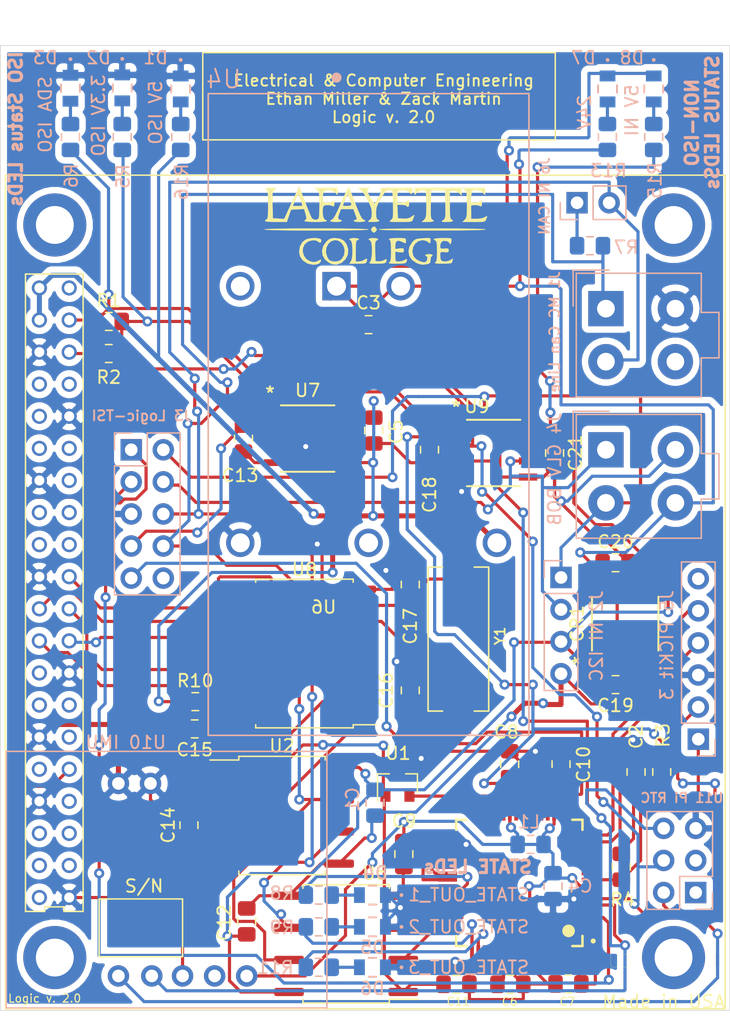
<source format=kicad_pcb>
(kicad_pcb (version 20171130) (host pcbnew "(5.1.10)-1")
  (layers (0 F.Cu signal) (31 B.Cu signal) (34 B.Paste user hide) (35 F.Paste user hide) (36 B.SilkS user) (37 F.SilkS user) (38 B.Mask user hide) (39 F.Mask user hide) (44 Edge.Cuts user))
  (net 0 "")
  (net 1 /24V)
  (net 2 "Net-(C13-Pad2)")
  (net 3 "Net-(C16-Pad2)")
  (net 4 "Net-(C17-Pad2)")
  (net 5 "Net-(D1-Pad2)")
  (net 6 "Net-(D2-Pad2)")
  (net 7 "Net-(D3-Pad2)")
  (net 8 "Net-(D5-Pad2)")
  (net 9 "Net-(D6-Pad2)")
  (net 10 /BP_CAN-)
  (net 11 /BP_CAN+)
  (net 12 /Cooling_CTRL)
  (net 13 /SR_CTRL)
  (net 14 /~MCLR~)
  (net 15 /PGEC)
  (net 16 /PGED)
  (net 17 "Net-(R10-Pad2)")
  (net 18 "Net-(U2-Pad3)")
  (net 19 "Net-(U2-Pad2)")
  (net 20 /GPIO25)
  (net 21 /PI_SPI_CEO)
  (net 22 /GLV_RTN)
  (net 23 /5V_NON_ISO)
  (net 24 "Net-(C2-Pad2)")
  (net 25 /3.3V_ISO)
  (net 26 /5V_ISO)
  (net 27 /SDA_ISO_PI)
  (net 28 /SCL_ISO_PI)
  (net 29 /SCL_TSI_GLV)
  (net 30 /SDA_TSI_GLV)
  (net 31 /V_OUT_TEMP)
  (net 32 /PIC_TXD)
  (net 33 /PIC_RXD)
  (net 34 /PI_SPI_MOSI)
  (net 35 /PI_SPI_SCLK)
  (net 36 /PI_SPI_MISO)
  (net 37 /ISO_RTN)
  (net 38 /FlowRate)
  (net 39 /STATE_OUT_1)
  (net 40 /STATE_OUT_2)
  (net 41 /STATE_OUT_3)
  (net 42 "Net-(D4-Pad2)")
  (net 43 "Net-(D7-Pad2)")
  (net 44 "Net-(D8-Pad2)")
  (net 45 "Net-(J6-Pad1)")
  (module "CarMan General Footprints:lafLogo" (layer F.Cu) (at 208.28 61.976)
    (fp_text reference VAL hide)
    (fp_text value REF hide)
    (fp_poly (pts (xy 2.45618 -2.64922) (xy 2.45364 -1.34366) (xy 2.45364 -1.1684) (xy 2.45364 -1.00838) (xy 2.45364 -0.8636) (xy 2.45364 -0.7366) (xy 2.45364 -0.61976) (xy 2.45364 -0.51816) (xy 2.45364 -0.42926) (xy 2.45364 -0.35306) (xy 2.4511 -0.28702) (xy 2.4511 -0.23114) (xy 2.4511 -0.18542) (xy 2.4511 -0.14986) (xy 2.44856 -0.12192) (xy 2.44856 -0.10414) (xy 2.44602 -0.09144) (xy 2.44602 -0.08382) (xy 2.44348 -0.08382) (xy 2.44348 -0.0889) (xy 2.4257 -0.14986) (xy 2.40284 -0.21082) (xy 2.37744 -0.26416) (xy 2.35204 -0.30734) (xy 2.3368 -0.32512) (xy 2.32918 -0.33528) (xy 2.32664 -0.34544) (xy 2.32664 -0.35814) (xy 2.32918 -0.381) (xy 2.3368 -0.41402) (xy 2.35458 -0.5207) (xy 2.36728 -0.62992) (xy 2.36982 -0.74422) (xy 2.36728 -0.85598) (xy 2.35712 -0.96266) (xy 2.3368 -1.05664) (xy 2.3368 -1.06172) (xy 2.30886 -1.14808) (xy 2.27076 -1.2192) (xy 2.22504 -1.27762) (xy 2.1717 -1.3208) (xy 2.14376 -1.33604) (xy 2.11582 -1.34874) (xy 2.08788 -1.35636) (xy 2.0574 -1.3589) (xy 2.02438 -1.3589) (xy 1.98628 -1.3589) (xy 1.9558 -1.35636) (xy 1.93294 -1.34874) (xy 1.90246 -1.33604) (xy 1.89484 -1.33096) (xy 1.83642 -1.29286) (xy 1.80086 -1.25984) (xy 1.76276 -1.21666) (xy 1.7526 -1.28016) (xy 1.7272 -1.39192) (xy 1.6891 -1.50114) (xy 1.6383 -1.59766) (xy 1.63576 -1.60528) (xy 1.6002 -1.65862) (xy 1.61798 -1.71704) (xy 1.63322 -1.778) (xy 1.64592 -1.83134) (xy 1.65354 -1.88468) (xy 1.65862 -1.93802) (xy 1.66116 -1.99898) (xy 1.6637 -2.0701) (xy 1.6637 -2.10058) (xy 1.66116 -2.19964) (xy 1.65608 -2.28346) (xy 1.64846 -2.35458) (xy 1.63322 -2.41554) (xy 1.61544 -2.46634) (xy 1.59004 -2.50952) (xy 1.5621 -2.54762) (xy 1.53924 -2.56794) (xy 1.50114 -2.60096) (xy 1.46304 -2.62128) (xy 1.4224 -2.63398) (xy 1.3716 -2.6416) (xy 1.3335 -2.6416) (xy 1.28016 -2.63906) (xy 1.2319 -2.6289) (xy 1.18872 -2.61112) (xy 1.15062 -2.58064) (xy 1.10998 -2.54) (xy 1.0668 -2.48666) (xy 1.04902 -2.4638) (xy 0.9652 -2.33426) (xy 0.89154 -2.1971) (xy 0.82804 -2.05994) (xy 0.77978 -1.92024) (xy 0.762 -1.86436) (xy 0.75184 -1.82626) (xy 0.74422 -1.79578) (xy 0.7366 -1.77292) (xy 0.73406 -1.7653) (xy 0.67818 -1.72212) (xy 0.61468 -1.66878) (xy 0.55118 -1.61036) (xy 0.49022 -1.54686) (xy 0.45212 -1.50368) (xy 0.40894 -1.45288) (xy 0.37592 -1.524) (xy 0.35814 -1.55956) (xy 0.34036 -1.59258) (xy 0.32512 -1.61798) (xy 0.32004 -1.6256) (xy 0.29972 -1.65354) (xy 0.3175 -1.72974) (xy 0.34036 -1.82626) (xy 0.3556 -1.9304) (xy 0.36322 -2.03708) (xy 0.36322 -2.14122) (xy 0.35814 -2.24282) (xy 0.34798 -2.3368) (xy 0.3302 -2.41808) (xy 0.32512 -2.43332) (xy 0.29718 -2.49682) (xy 0.26162 -2.55016) (xy 0.22098 -2.58572) (xy 0.18034 -2.61366) (xy 0.1397 -2.6289) (xy 0.09652 -2.63906) (xy 0.04318 -2.6416) (xy 0.03048 -2.6416) (xy -0.02032 -2.63906) (xy -0.0635 -2.63144) (xy -0.10414 -2.61366) (xy -0.14224 -2.58826) (xy -0.18034 -2.5527) (xy -0.22098 -2.50698) (xy -0.26416 -2.44602) (xy -0.28956 -2.41046) (xy -0.3556 -2.30378) (xy -0.41402 -2.18948) (xy -0.46736 -2.07264) (xy -0.51054 -1.95834) (xy -0.54356 -1.84912) (xy -0.5461 -1.83642) (xy -0.56134 -1.77038) (xy -0.61722 -1.7272) (xy -0.70612 -1.65608) (xy -0.78994 -1.56972) (xy -0.87122 -1.4732) (xy -0.94488 -1.3716) (xy -1.00838 -1.26746) (xy -1.016 -1.24968) (xy -1.05664 -1.17348) (xy -1.07188 -1.20142) (xy -1.1049 -1.25222) (xy -1.15316 -1.2954) (xy -1.20904 -1.33096) (xy -1.27 -1.35382) (xy -1.30556 -1.36144) (xy -1.36144 -1.36144) (xy -1.41478 -1.35128) (xy -1.46304 -1.33096) (xy -1.51384 -1.30048) (xy -1.56464 -1.25476) (xy -1.61798 -1.1938) (xy -1.6764 -1.12014) (xy -1.70942 -1.07188) (xy -1.79324 -0.9398) (xy -1.86436 -0.80518) (xy -1.92024 -0.67056) (xy -1.96088 -0.5461) (xy -1.99136 -0.4445) (xy -2.03454 -0.4191) (xy -2.06502 -0.39878) (xy -2.10058 -0.3683) (xy -2.14122 -0.3302) (xy -2.18186 -0.28956) (xy -2.2225 -0.24892) (xy -2.25552 -0.20828) (xy -2.27838 -0.18034) (xy -2.34188 -0.06858) (xy -2.39268 0.05334) (xy -2.43078 0.1778) (xy -2.43332 0.19558) (xy -2.44094 0.24384) (xy -2.44602 0.3048) (xy -2.44856 0.37084) (xy -2.44602 0.44196) (xy -2.44348 0.508) (xy -2.4384 0.56896) (xy -2.43078 0.61976) (xy -2.43078 0.62738) (xy -2.39776 0.74422) (xy -2.3495 0.85344) (xy -2.29108 0.95504) (xy -2.2225 1.04648) (xy -2.14122 1.12522) (xy -2.06248 1.18364) (xy -2.01676 1.21158) (xy -1.96088 1.23952) (xy -1.905 1.26238) (xy -1.8542 1.28016) (xy -1.84404 1.2827) (xy -1.82118 1.28778) (xy -1.86944 1.3462) (xy -1.94564 1.44018) (xy -2.00914 1.5367) (xy -2.05994 1.63576) (xy -2.10058 1.7399) (xy -2.12344 1.81864) (xy -2.13614 1.88976) (xy -2.14376 1.9685) (xy -2.1463 2.04724) (xy -2.14122 2.12344) (xy -2.12852 2.18948) (xy -2.12598 2.19456) (xy -2.09296 2.29108) (xy -2.0447 2.37744) (xy -1.98374 2.45618) (xy -1.91262 2.52222) (xy -1.83134 2.57556) (xy -1.7399 2.6162) (xy -1.69418 2.63144) (xy -1.65862 2.6416) (xy -1.63068 2.64922) (xy -1.61036 2.65176) (xy -1.6129 2.6543) (xy -1.63322 2.6543) (xy -1.66624 2.6543) (xy -1.71196 2.6543) (xy -1.76784 2.65684) (xy -1.83388 2.65684) (xy -1.91008 2.65684) (xy -1.99136 2.65684) (xy -2.02184 2.65684) (xy -2.45618 2.65938) (xy -2.45618 0.00508) (xy -2.45618 -2.64922) (xy 0 -2.64922) (xy 2.45618 -2.64922)) (layer F.Cu) (width 0.00254))
    (fp_poly (pts (xy 0.19812 2.64922) (xy 0.19558 2.65176) (xy 0.18542 2.65176) (xy 0.17018 2.6543) (xy 0.14478 2.6543) (xy 0.11176 2.6543) (xy 0.06858 2.65684) (xy 0.01524 2.65684) (xy -0.0508 2.65684) (xy -0.12954 2.65684) (xy -0.22352 2.65684) (xy -0.32766 2.65684) (xy -0.44958 2.65684) (xy -0.5715 2.65684) (xy -0.70866 2.65684) (xy -0.82804 2.65684) (xy -0.93472 2.65684) (xy -1.02616 2.65684) (xy -1.10236 2.65684) (xy -1.1684 2.65684) (xy -1.2192 2.6543) (xy -1.26238 2.6543) (xy -1.29286 2.6543) (xy -1.31572 2.65176) (xy -1.33096 2.65176) (xy -1.33858 2.64922) (xy -1.33096 2.64668) (xy -1.32842 2.64668) (xy -1.27762 2.63398) (xy -1.22682 2.61874) (xy -1.17094 2.59842) (xy -1.10998 2.57048) (xy -1.04902 2.54254) (xy -0.93218 2.48666) (xy -0.89154 2.52222) (xy -0.8255 2.57048) (xy -0.7493 2.6035) (xy -0.66294 2.62636) (xy -0.56896 2.63398) (xy -0.56642 2.63398) (xy -0.4826 2.6289) (xy -0.40132 2.61112) (xy -0.32258 2.58318) (xy -0.23876 2.54) (xy -0.19812 2.5146) (xy -0.14478 2.47904) (xy -0.09906 2.5146) (xy -0.00508 2.57556) (xy 0.09398 2.61874) (xy 0.18542 2.64668) (xy 0.19304 2.64668) (xy 0.19812 2.64922)) (layer F.Cu) (width 0.00254))
    (fp_poly (pts (xy 2.45618 2.65938) (xy 1.45288 2.65684) (xy 1.45288 1.40462) (xy 1.45034 1.39954) (xy 1.44272 1.39954) (xy 1.43002 1.40716) (xy 1.42748 1.43002) (xy 1.42748 1.43256) (xy 1.42748 1.45288) (xy 1.43256 1.45796) (xy 1.43764 1.44526) (xy 1.4478 1.42494) (xy 1.45288 1.40462) (xy 1.45288 2.65684) (xy 1.45034 2.65684) (xy 1.41986 2.65684) (xy 1.41986 1.42494) (xy 1.41224 1.42748) (xy 1.4097 1.43002) (xy 1.39954 1.4351) (xy 1.397 1.42748) (xy 1.397 1.41986) (xy 1.39192 1.40208) (xy 1.38176 1.397) (xy 1.3716 1.40716) (xy 1.36906 1.41732) (xy 1.36144 1.44018) (xy 1.3589 1.45034) (xy 1.3589 1.40208) (xy 1.35382 1.39954) (xy 1.33604 1.397) (xy 1.3335 1.397) (xy 1.31318 1.39954) (xy 1.3081 1.40208) (xy 1.31064 1.40462) (xy 1.31826 1.41478) (xy 1.31318 1.43256) (xy 1.31318 1.4351) (xy 1.30556 1.45288) (xy 1.30556 1.46304) (xy 1.3081 1.46304) (xy 1.31572 1.45542) (xy 1.32334 1.44018) (xy 1.32842 1.42748) (xy 1.32842 1.42494) (xy 1.33604 1.41224) (xy 1.34874 1.40462) (xy 1.3589 1.40208) (xy 1.3589 1.45034) (xy 1.35636 1.46304) (xy 1.3589 1.46304) (xy 1.36906 1.45288) (xy 1.37414 1.44272) (xy 1.38684 1.41732) (xy 1.38938 1.44272) (xy 1.39192 1.4605) (xy 1.397 1.46304) (xy 1.4097 1.45034) (xy 1.41986 1.4351) (xy 1.41986 1.42494) (xy 1.41986 2.65684) (xy 1.29794 2.65684) (xy 1.16078 2.65684) (xy 1.03886 2.65684) (xy 0.92964 2.65684) (xy 0.8382 2.65684) (xy 0.75692 2.65684) (xy 0.68834 2.65684) (xy 0.63246 2.6543) (xy 0.58674 2.6543) (xy 0.55118 2.6543) (xy 0.52578 2.65176) (xy 0.50546 2.65176) (xy 0.4953 2.64922) (xy 0.49276 2.64922) (xy 0.4953 2.64668) (xy 0.50038 2.64668) (xy 0.61722 2.61366) (xy 0.72898 2.56794) (xy 0.83312 2.50698) (xy 0.93218 2.43078) (xy 1.0033 2.3622) (xy 1.07696 2.27584) (xy 1.13792 2.18186) (xy 1.18618 2.08026) (xy 1.22682 1.9685) (xy 1.23444 1.94056) (xy 1.24206 1.905) (xy 1.24968 1.87706) (xy 1.25222 1.84658) (xy 1.25476 1.81102) (xy 1.2573 1.7653) (xy 1.2573 1.71958) (xy 1.25476 1.64338) (xy 1.25222 1.57734) (xy 1.24206 1.52146) (xy 1.22682 1.46812) (xy 1.2065 1.41224) (xy 1.18872 1.37414) (xy 1.17602 1.34366) (xy 1.16586 1.3208) (xy 1.16078 1.3081) (xy 1.1684 1.30556) (xy 1.18872 1.30556) (xy 1.2192 1.30302) (xy 1.2319 1.30302) (xy 1.34112 1.2954) (xy 1.45542 1.27254) (xy 1.56972 1.23444) (xy 1.68402 1.18364) (xy 1.79832 1.1176) (xy 1.84658 1.08458) (xy 1.89484 1.04902) (xy 1.95072 1.00076) (xy 2.00914 0.94488) (xy 2.06756 0.88646) (xy 2.1209 0.82804) (xy 2.16916 0.77216) (xy 2.2098 0.7239) (xy 2.21234 0.71882) (xy 2.29362 0.59436) (xy 2.35712 0.46736) (xy 2.40792 0.34036) (xy 2.4384 0.2286) (xy 2.45364 0.14732) (xy 2.45364 1.40462) (xy 2.45618 2.65938)) (layer F.Cu) (width 0.00254))
    (fp_poly (pts (xy 2.35712 0.07112) (xy 2.35204 0.12954) (xy 2.34696 0.18034) (xy 2.34188 0.20828) (xy 2.33426 0.24384) (xy 2.32156 0.28702) (xy 2.30632 0.33274) (xy 2.30378 0.3429) (xy 2.25298 0.45974) (xy 2.18694 0.57658) (xy 2.1463 0.63754) (xy 2.1463 0.0635) (xy 2.1463 0.01524) (xy 2.14376 -0.01778) (xy 2.14122 -0.04318) (xy 2.13614 -0.0635) (xy 2.13106 -0.08382) (xy 2.12598 -0.0889) (xy 2.09296 -0.14478) (xy 2.07264 -0.1651) (xy 2.07264 -0.7747) (xy 2.0701 -0.79756) (xy 2.06756 -0.84074) (xy 2.05994 -0.88646) (xy 2.05232 -0.93218) (xy 2.0447 -0.97282) (xy 2.03708 -1.00838) (xy 2.02946 -1.03378) (xy 2.02438 -1.04394) (xy 2.01676 -1.0414) (xy 2.00406 -1.02616) (xy 1.98374 -0.99822) (xy 1.96342 -0.96266) (xy 1.93802 -0.91948) (xy 1.91262 -0.87122) (xy 1.88976 -0.82042) (xy 1.86436 -0.76962) (xy 1.84404 -0.71882) (xy 1.82626 -0.6731) (xy 1.82626 -0.67056) (xy 1.80594 -0.60706) (xy 1.78816 -0.53848) (xy 1.77038 -0.45974) (xy 1.75768 -0.3937) (xy 1.7526 -0.36576) (xy 1.79832 -0.37846) (xy 1.82626 -0.38354) (xy 1.86436 -0.38608) (xy 1.90754 -0.38862) (xy 1.9304 -0.38862) (xy 2.02184 -0.38862) (xy 2.03962 -0.4699) (xy 2.05994 -0.57658) (xy 2.0701 -0.67818) (xy 2.07264 -0.7747) (xy 2.07264 -0.1651) (xy 2.04724 -0.18796) (xy 2.01168 -0.21082) (xy 1.96596 -0.22606) (xy 1.90754 -0.23622) (xy 1.84658 -0.23622) (xy 1.78054 -0.23114) (xy 1.7399 -0.22098) (xy 1.6383 -0.18542) (xy 1.53924 -0.13716) (xy 1.44526 -0.07366) (xy 1.35128 -0.00254) (xy 1.26746 0.08128) (xy 1.18872 0.17018) (xy 1.1176 0.26416) (xy 1.05918 0.36322) (xy 1.01346 0.46482) (xy 0.98044 0.56642) (xy 0.9652 0.64516) (xy 0.96266 0.72136) (xy 0.97028 0.79248) (xy 0.99314 0.85598) (xy 1.02616 0.90932) (xy 1.0668 0.94996) (xy 1.12014 0.98044) (xy 1.13284 0.98552) (xy 1.17856 0.99568) (xy 1.23444 0.99822) (xy 1.2954 0.99568) (xy 1.35382 0.98806) (xy 1.37922 0.98298) (xy 1.48082 0.94742) (xy 1.57988 0.89662) (xy 1.6764 0.83312) (xy 1.77038 0.75692) (xy 1.85674 0.6731) (xy 1.93802 0.57912) (xy 2.0066 0.48006) (xy 2.06756 0.37592) (xy 2.11328 0.26924) (xy 2.11836 0.254) (xy 2.13106 0.21844) (xy 2.13868 0.1905) (xy 2.14376 0.16256) (xy 2.1463 0.13208) (xy 2.1463 0.09144) (xy 2.1463 0.0635) (xy 2.1463 0.63754) (xy 2.11074 0.69088) (xy 2.02184 0.79756) (xy 1.92278 0.89408) (xy 1.8161 0.98298) (xy 1.70688 1.05918) (xy 1.61798 1.10744) (xy 1.55956 1.13538) (xy 1.49352 1.15824) (xy 1.4224 1.1811) (xy 1.3589 1.19634) (xy 1.31826 1.20142) (xy 1.22428 1.2065) (xy 1.13538 1.19634) (xy 1.0541 1.17348) (xy 0.98044 1.13792) (xy 0.91694 1.08966) (xy 0.89916 1.07442) (xy 0.89154 1.06934) (xy 0.889 1.06934) (xy 0.89408 1.0795) (xy 0.90678 1.09982) (xy 0.92456 1.12776) (xy 0.94996 1.16332) (xy 0.96774 1.19126) (xy 1.02362 1.27508) (xy 1.0668 1.34874) (xy 1.09982 1.41478) (xy 1.12522 1.48082) (xy 1.14554 1.54432) (xy 1.15824 1.61036) (xy 1.16078 1.6383) (xy 1.16586 1.73736) (xy 1.15316 1.8415) (xy 1.1303 1.94564) (xy 1.0922 2.04978) (xy 1.04394 2.1463) (xy 0.98298 2.2352) (xy 0.97536 2.24536) (xy 0.95758 2.26568) (xy 0.95758 1.71704) (xy 0.95504 1.66116) (xy 0.94996 1.6129) (xy 0.93726 1.56464) (xy 0.92202 1.51638) (xy 0.89662 1.46558) (xy 0.8636 1.40716) (xy 0.82296 1.34112) (xy 0.78994 1.29032) (xy 0.74168 1.22174) (xy 0.70612 1.16078) (xy 0.67818 1.10744) (xy 0.65786 1.05918) (xy 0.64262 1.01346) (xy 0.64008 0.99568) (xy 0.63246 0.94742) (xy 0.62738 0.9017) (xy 0.62992 0.85598) (xy 0.635 0.8001) (xy 0.6477 0.73406) (xy 0.6477 0.72644) (xy 0.6604 0.6604) (xy 0.66548 0.60452) (xy 0.66548 0.55626) (xy 0.65532 0.51562) (xy 0.64262 0.47244) (xy 0.635 0.45974) (xy 0.59944 0.40132) (xy 0.55118 0.35306) (xy 0.4953 0.32004) (xy 0.4318 0.30226) (xy 0.36322 0.29972) (xy 0.3175 0.3048) (xy 0.28702 0.31242) (xy 0.24638 0.32766) (xy 0.19558 0.34798) (xy 0.14224 0.37338) (xy 0.07366 0.40386) (xy 0.01778 0.42672) (xy -0.03302 0.43688) (xy -0.0762 0.43942) (xy -0.11684 0.4318) (xy -0.15748 0.41656) (xy -0.19812 0.38862) (xy -0.20574 0.38608) (xy -0.254 0.35052) (xy -0.29464 0.32766) (xy -0.33274 0.31242) (xy -0.3683 0.3048) (xy -0.40894 0.30226) (xy -0.42672 0.30226) (xy -0.4699 0.30226) (xy -0.50292 0.30734) (xy -0.5334 0.31496) (xy -0.55626 0.32258) (xy -0.635 0.36068) (xy -0.70358 0.4064) (xy -0.762 0.45974) (xy -0.81788 0.5207) (xy -0.8636 0.59182) (xy -0.89916 0.67056) (xy -0.91948 0.7239) (xy -0.94234 0.78994) (xy -0.96774 0.84836) (xy -0.99568 0.90424) (xy -1.0287 0.95758) (xy -1.0668 1.01092) (xy -1.11252 1.06426) (xy -1.14046 1.08966) (xy -1.14046 0.3556) (xy -1.14046 0.3048) (xy -1.143 0.2667) (xy -1.14554 0.23368) (xy -1.15062 0.20574) (xy -1.15824 0.1778) (xy -1.16332 0.15748) (xy -1.19126 0.0762) (xy -1.22428 0.01016) (xy -1.26746 -0.0508) (xy -1.31318 -0.1016) (xy -1.33096 -0.11684) (xy -1.33096 -0.94488) (xy -1.33096 -0.98298) (xy -1.33096 -1.01092) (xy -1.3335 -1.02108) (xy -1.33858 -1.0541) (xy -1.3716 -1.016) (xy -1.40716 -0.97536) (xy -1.44272 -0.92202) (xy -1.48336 -0.86106) (xy -1.52146 -0.8001) (xy -1.55702 -0.7366) (xy -1.58242 -0.68326) (xy -1.6002 -0.6477) (xy -1.61798 -0.60706) (xy -1.63576 -0.5588) (xy -1.65354 -0.51308) (xy -1.66878 -0.4699) (xy -1.68148 -0.4318) (xy -1.69164 -0.40386) (xy -1.69418 -0.39116) (xy -1.68656 -0.38862) (xy -1.6637 -0.38862) (xy -1.63322 -0.38608) (xy -1.60782 -0.38862) (xy -1.5494 -0.38862) (xy -1.50622 -0.38354) (xy -1.48082 -0.37846) (xy -1.44272 -0.3683) (xy -1.43002 -0.39878) (xy -1.41986 -0.4191) (xy -1.40716 -0.45212) (xy -1.39446 -0.48768) (xy -1.39446 -0.4953) (xy -1.3716 -0.56388) (xy -1.35382 -0.62992) (xy -1.34366 -0.69596) (xy -1.33604 -0.76962) (xy -1.33096 -0.84836) (xy -1.33096 -0.89662) (xy -1.33096 -0.94488) (xy -1.33096 -0.11684) (xy -1.37414 -0.15748) (xy -1.43764 -0.19812) (xy -1.50622 -0.22352) (xy -1.57988 -0.23622) (xy -1.6256 -0.23622) (xy -1.71196 -0.2286) (xy -1.79324 -0.20574) (xy -1.8669 -0.1651) (xy -1.93548 -0.11176) (xy -1.99898 -0.04318) (xy -2.05232 0.0381) (xy -2.08026 0.0889) (xy -2.10566 0.14732) (xy -2.12344 0.19812) (xy -2.13614 0.24892) (xy -2.14376 0.30226) (xy -2.1463 0.36576) (xy -2.1463 0.4064) (xy -2.1463 0.45974) (xy -2.14376 0.50038) (xy -2.14122 0.5334) (xy -2.13614 0.56388) (xy -2.12852 0.59436) (xy -2.12598 0.5969) (xy -2.09296 0.69088) (xy -2.04724 0.7747) (xy -1.99136 0.84582) (xy -1.92786 0.90678) (xy -1.85674 0.9525) (xy -1.79578 0.98044) (xy -1.7399 0.99314) (xy -1.6764 0.99822) (xy -1.61036 0.99568) (xy -1.55448 0.98806) (xy -1.5494 0.98552) (xy -1.46558 0.9525) (xy -1.38684 0.90424) (xy -1.31826 0.84074) (xy -1.25984 0.76708) (xy -1.20904 0.68072) (xy -1.17094 0.58674) (xy -1.15824 0.5461) (xy -1.15062 0.51308) (xy -1.14554 0.48006) (xy -1.143 0.4445) (xy -1.14046 0.39624) (xy -1.14046 0.3556) (xy -1.14046 1.08966) (xy -1.1684 1.12014) (xy -1.23444 1.1811) (xy -1.31064 1.24968) (xy -1.36652 1.2954) (xy -1.45034 1.36652) (xy -1.51892 1.42748) (xy -1.57988 1.48336) (xy -1.62814 1.53416) (xy -1.67132 1.57988) (xy -1.70434 1.6256) (xy -1.73482 1.67132) (xy -1.76276 1.71958) (xy -1.76784 1.73228) (xy -1.80086 1.80086) (xy -1.82118 1.86182) (xy -1.83388 1.92278) (xy -1.8415 1.98628) (xy -1.8415 2.0193) (xy -1.8415 2.06248) (xy -1.83896 2.09296) (xy -1.83642 2.11582) (xy -1.8288 2.13614) (xy -1.81864 2.16154) (xy -1.8161 2.16916) (xy -1.79832 2.20218) (xy -1.778 2.23266) (xy -1.76276 2.25298) (xy -1.73482 2.27838) (xy -1.69672 2.30378) (xy -1.65354 2.32664) (xy -1.6129 2.34188) (xy -1.60274 2.34442) (xy -1.56718 2.3495) (xy -1.52146 2.35204) (xy -1.46812 2.35204) (xy -1.41732 2.3495) (xy -1.3716 2.34442) (xy -1.35382 2.34188) (xy -1.32842 2.33172) (xy -1.29032 2.31902) (xy -1.2446 2.2987) (xy -1.19888 2.27838) (xy -1.17348 2.26568) (xy -1.11506 2.23774) (xy -1.0668 2.21488) (xy -1.0287 2.20218) (xy -0.99568 2.19202) (xy -0.96774 2.1844) (xy -0.93472 2.18186) (xy -0.90932 2.18186) (xy -0.86614 2.1844) (xy -0.83058 2.19202) (xy -0.79756 2.2098) (xy -0.762 2.2352) (xy -0.7366 2.25552) (xy -0.69596 2.29108) (xy -0.66294 2.3114) (xy -0.62992 2.3241) (xy -0.59182 2.33172) (xy -0.56642 2.33172) (xy -0.52578 2.32918) (xy -0.48514 2.31902) (xy -0.44196 2.30378) (xy -0.3937 2.27838) (xy -0.36068 2.25806) (xy -0.3048 2.22504) (xy -0.25908 2.20472) (xy -0.21844 2.18948) (xy -0.1778 2.1844) (xy -0.14732 2.18186) (xy -0.10668 2.1844) (xy -0.07112 2.18948) (xy -0.03556 2.19964) (xy 0.00254 2.21742) (xy 0.04572 2.24536) (xy 0.06858 2.2606) (xy 0.127 2.2987) (xy 0.1778 2.3241) (xy 0.22606 2.34188) (xy 0.27686 2.3495) (xy 0.33274 2.35458) (xy 0.3429 2.35458) (xy 0.43942 2.34696) (xy 0.53086 2.32156) (xy 0.61722 2.286) (xy 0.69596 2.2352) (xy 0.76708 2.17424) (xy 0.83058 2.10058) (xy 0.88138 2.02184) (xy 0.91948 1.93294) (xy 0.94488 1.83896) (xy 0.95758 1.7399) (xy 0.95758 1.71704) (xy 0.95758 2.26568) (xy 0.89408 2.33426) (xy 0.80264 2.41046) (xy 0.70358 2.47142) (xy 0.59436 2.51714) (xy 0.4826 2.54762) (xy 0.4445 2.55524) (xy 0.34036 2.56286) (xy 0.23876 2.55524) (xy 0.14224 2.52984) (xy 0.04826 2.4892) (xy -0.04318 2.43332) (xy -0.04572 2.43078) (xy -0.0889 2.40284) (xy -0.12446 2.3876) (xy -0.15748 2.3876) (xy -0.19558 2.39776) (xy -0.23622 2.42316) (xy -0.23876 2.42316) (xy -0.30988 2.46634) (xy -0.37338 2.49682) (xy -0.4318 2.51714) (xy -0.49276 2.52984) (xy -0.55372 2.53492) (xy -0.56642 2.53492) (xy -0.61722 2.53492) (xy -0.65532 2.52984) (xy -0.69342 2.51968) (xy -0.70612 2.51714) (xy -0.74676 2.49682) (xy -0.79248 2.47142) (xy -0.83566 2.44094) (xy -0.87122 2.41046) (xy -0.8763 2.40538) (xy -0.89154 2.39268) (xy -0.91186 2.3876) (xy -0.93726 2.39014) (xy -0.97028 2.4003) (xy -1.01346 2.41808) (xy -1.06426 2.44094) (xy -1.13792 2.4765) (xy -1.19888 2.50444) (xy -1.25476 2.52476) (xy -1.30556 2.54) (xy -1.3589 2.55016) (xy -1.37922 2.5527) (xy -1.43256 2.56032) (xy -1.47574 2.56286) (xy -1.51384 2.56286) (xy -1.55702 2.55778) (xy -1.57988 2.55524) (xy -1.6764 2.53492) (xy -1.76276 2.49936) (xy -1.8415 2.4511) (xy -1.90754 2.39268) (xy -1.96088 2.3241) (xy -2.00406 2.24536) (xy -2.032 2.16154) (xy -2.04724 2.06756) (xy -2.04724 1.97104) (xy -2.03454 1.88214) (xy -2.00914 1.778) (xy -1.97104 1.67894) (xy -1.92024 1.58242) (xy -1.85928 1.49098) (xy -1.78308 1.397) (xy -1.69164 1.30556) (xy -1.64338 1.2573) (xy -1.57988 1.20142) (xy -1.62306 1.2065) (xy -1.67894 1.20904) (xy -1.74498 1.20142) (xy -1.8161 1.18618) (xy -1.88468 1.16332) (xy -1.95072 1.13538) (xy -1.98628 1.1176) (xy -2.02946 1.08712) (xy -2.07518 1.04902) (xy -2.12344 1.0033) (xy -2.16662 0.95758) (xy -2.1971 0.91948) (xy -2.25552 0.8255) (xy -2.30124 0.72136) (xy -2.33426 0.60452) (xy -2.34188 0.57404) (xy -2.35204 0.51562) (xy -2.35712 0.44704) (xy -2.35712 0.37338) (xy -2.35458 0.30226) (xy -2.34696 0.23876) (xy -2.34188 0.2159) (xy -2.30886 0.10414) (xy -2.26568 -0.00508) (xy -2.20726 -0.10414) (xy -2.14122 -0.19304) (xy -2.06248 -0.27178) (xy -1.97866 -0.33782) (xy -1.94818 -0.3556) (xy -1.92278 -0.37338) (xy -1.905 -0.38608) (xy -1.89738 -0.40132) (xy -1.88976 -0.42418) (xy -1.88976 -0.43434) (xy -1.86182 -0.53848) (xy -1.82118 -0.6477) (xy -1.77292 -0.762) (xy -1.71196 -0.8763) (xy -1.64592 -0.98806) (xy -1.57226 -1.0922) (xy -1.52908 -1.14808) (xy -1.4859 -1.19634) (xy -1.44526 -1.22936) (xy -1.40462 -1.24968) (xy -1.36144 -1.25984) (xy -1.33858 -1.26238) (xy -1.2827 -1.25476) (xy -1.2319 -1.2319) (xy -1.19126 -1.19888) (xy -1.15824 -1.1557) (xy -1.143 -1.1176) (xy -1.13792 -1.09728) (xy -1.13284 -1.06426) (xy -1.12776 -1.02362) (xy -1.12522 -0.99314) (xy -1.12014 -0.87376) (xy -1.1303 -0.7493) (xy -1.15062 -0.61976) (xy -1.1811 -0.48768) (xy -1.20904 -0.4064) (xy -1.23952 -0.3175) (xy -1.18872 -0.27178) (xy -1.11506 -0.18796) (xy -1.05156 -0.09652) (xy -1.00076 0.00508) (xy -0.96266 0.1143) (xy -0.9398 0.2286) (xy -0.93472 0.2667) (xy -0.92964 0.3302) (xy -0.88138 0.28956) (xy -0.79756 0.22352) (xy -0.71374 0.17272) (xy -0.62992 0.13462) (xy -0.55626 0.10922) (xy -0.46228 0.09398) (xy -0.37084 0.09652) (xy -0.28194 0.1143) (xy -0.19812 0.14986) (xy -0.1143 0.20066) (xy -0.11176 0.2032) (xy -0.08636 0.22098) (xy -0.06604 0.23368) (xy -0.05588 0.23622) (xy -0.04572 0.23368) (xy -0.02286 0.22352) (xy 0.01016 0.21082) (xy 0.04826 0.19304) (xy 0.06096 0.18542) (xy 0.15494 0.14478) (xy 0.24384 0.11684) (xy 0.32258 0.09906) (xy 0.3937 0.09398) (xy 0.4826 0.1016) (xy 0.56642 0.12446) (xy 0.64262 0.16256) (xy 0.70866 0.21844) (xy 0.76962 0.28448) (xy 0.78486 0.30988) (xy 0.82804 0.37084) (xy 0.85344 0.31496) (xy 0.92202 0.19558) (xy 1.00076 0.08128) (xy 1.08966 -0.02794) (xy 1.18618 -0.127) (xy 1.29032 -0.2159) (xy 1.397 -0.28956) (xy 1.46304 -0.3302) (xy 1.54686 -0.37338) (xy 1.56464 -0.46482) (xy 1.59004 -0.57658) (xy 1.6256 -0.69596) (xy 1.66878 -0.81788) (xy 1.6891 -0.86868) (xy 1.73228 -0.97028) (xy 1.778 -1.05664) (xy 1.82626 -1.12776) (xy 1.87706 -1.18364) (xy 1.92786 -1.22682) (xy 1.97866 -1.25222) (xy 2.02692 -1.26238) (xy 2.07772 -1.25476) (xy 2.10566 -1.2446) (xy 2.1336 -1.22682) (xy 2.159 -1.2065) (xy 2.16408 -1.19888) (xy 2.19964 -1.14808) (xy 2.22758 -1.08204) (xy 2.2479 -1.00584) (xy 2.26314 -0.91948) (xy 2.2733 -0.82804) (xy 2.27584 -0.72898) (xy 2.27076 -0.62738) (xy 2.25806 -0.52578) (xy 2.23774 -0.42672) (xy 2.2352 -0.41656) (xy 2.21234 -0.3175) (xy 2.24536 -0.28194) (xy 2.2733 -0.24384) (xy 2.2987 -0.19812) (xy 2.3241 -0.14478) (xy 2.34188 -0.09144) (xy 2.34696 -0.0762) (xy 2.35204 -0.03556) (xy 2.35458 0.01524) (xy 2.35712 0.07112)) (layer F.Cu) (width 0.00254))
    (fp_poly (pts (xy 1.66878 -1.13792) (xy 1.66116 -1.016) (xy 1.6383 -0.889) (xy 1.6129 -0.79248) (xy 1.56464 -0.66548) (xy 1.50622 -0.5461) (xy 1.4605 -0.47244) (xy 1.4605 -1.15062) (xy 1.45542 -1.22428) (xy 1.44272 -1.28778) (xy 1.44018 -1.29032) (xy 1.41224 -1.36906) (xy 1.37668 -1.44018) (xy 1.36144 -1.46304) (xy 1.36144 -2.12344) (xy 1.3589 -2.17932) (xy 1.35636 -2.23012) (xy 1.35382 -2.2733) (xy 1.34874 -2.30632) (xy 1.34112 -2.32664) (xy 1.33858 -2.33172) (xy 1.32842 -2.32918) (xy 1.31318 -2.3114) (xy 1.29286 -2.28346) (xy 1.27 -2.2479) (xy 1.24206 -2.20472) (xy 1.21412 -2.159) (xy 1.18618 -2.1082) (xy 1.16078 -2.05994) (xy 1.13792 -2.01168) (xy 1.12776 -1.99136) (xy 1.11252 -1.95834) (xy 1.09728 -1.91516) (xy 1.08204 -1.86944) (xy 1.0668 -1.82626) (xy 1.0541 -1.78562) (xy 1.04648 -1.7526) (xy 1.0414 -1.73228) (xy 1.0414 -1.72974) (xy 1.04648 -1.72212) (xy 1.0541 -1.72212) (xy 1.06934 -1.7272) (xy 1.09474 -1.73228) (xy 1.12268 -1.73736) (xy 1.17602 -1.74244) (xy 1.23444 -1.73736) (xy 1.28524 -1.72466) (xy 1.28778 -1.72212) (xy 1.29794 -1.72466) (xy 1.30556 -1.73736) (xy 1.31572 -1.76022) (xy 1.32588 -1.79578) (xy 1.33858 -1.84658) (xy 1.34366 -1.87198) (xy 1.35128 -1.91008) (xy 1.35636 -1.9558) (xy 1.3589 -2.00914) (xy 1.36144 -2.06502) (xy 1.36144 -2.12344) (xy 1.36144 -1.46304) (xy 1.3335 -1.50114) (xy 1.28778 -1.55194) (xy 1.23444 -1.58496) (xy 1.2319 -1.5875) (xy 1.1811 -1.60528) (xy 1.12776 -1.60782) (xy 1.06934 -1.59766) (xy 1.0033 -1.57226) (xy 0.93218 -1.53162) (xy 0.91186 -1.51892) (xy 0.84836 -1.46812) (xy 0.77978 -1.40716) (xy 0.71374 -1.33604) (xy 0.65024 -1.25984) (xy 0.59436 -1.18364) (xy 0.54864 -1.10744) (xy 0.54102 -1.08966) (xy 0.50038 -0.99314) (xy 0.46736 -0.88392) (xy 0.44704 -0.77216) (xy 0.43942 -0.65786) (xy 0.43942 -0.65278) (xy 0.44704 -0.5588) (xy 0.46228 -0.47244) (xy 0.49022 -0.40132) (xy 0.52832 -0.33782) (xy 0.57404 -0.28956) (xy 0.62992 -0.254) (xy 0.69342 -0.23114) (xy 0.76708 -0.22352) (xy 0.79248 -0.22352) (xy 0.83566 -0.2286) (xy 0.87884 -0.23876) (xy 0.90932 -0.24892) (xy 0.97282 -0.27686) (xy 1.03378 -0.30988) (xy 1.0922 -0.3556) (xy 1.12776 -0.38862) (xy 1.21666 -0.4826) (xy 1.29286 -0.58928) (xy 1.3589 -0.70612) (xy 1.4097 -0.83312) (xy 1.44018 -0.93218) (xy 1.45288 -0.99822) (xy 1.4605 -1.07442) (xy 1.4605 -1.15062) (xy 1.4605 -0.47244) (xy 1.44018 -0.43688) (xy 1.36398 -0.33782) (xy 1.2827 -0.24892) (xy 1.1938 -0.17526) (xy 1.09982 -0.11176) (xy 1.0033 -0.06604) (xy 0.9017 -0.03302) (xy 0.88646 -0.03048) (xy 0.79248 -0.01778) (xy 0.6985 -0.02286) (xy 0.61214 -0.04064) (xy 0.53086 -0.0762) (xy 0.4572 -0.12446) (xy 0.41402 -0.16002) (xy 0.35814 -0.22352) (xy 0.31496 -0.29464) (xy 0.28194 -0.37338) (xy 0.25654 -0.46482) (xy 0.24638 -0.51054) (xy 0.23114 -0.59436) (xy 0.19812 -0.5334) (xy 0.16002 -0.47244) (xy 0.16002 -1.1557) (xy 0.14986 -1.24714) (xy 0.1397 -1.29032) (xy 0.1143 -1.36652) (xy 0.07874 -1.4351) (xy 0.05842 -1.46558) (xy 0.05842 -2.1082) (xy 0.05842 -2.16154) (xy 0.05588 -2.21234) (xy 0.05334 -2.25806) (xy 0.04826 -2.29616) (xy 0.04318 -2.32156) (xy 0.03556 -2.3368) (xy 0.03302 -2.3368) (xy 0.0254 -2.32918) (xy 0.01016 -2.3114) (xy -0.01016 -2.28092) (xy -0.03302 -2.24536) (xy -0.06096 -2.20472) (xy -0.08636 -2.159) (xy -0.11176 -2.11582) (xy -0.13462 -2.07518) (xy -0.1397 -2.06248) (xy -0.17018 -2.00152) (xy -0.19558 -1.93548) (xy -0.22098 -1.8669) (xy -0.24384 -1.80594) (xy -0.25654 -1.75006) (xy -0.25908 -1.74498) (xy -0.26162 -1.7272) (xy -0.25908 -1.71958) (xy -0.25146 -1.72212) (xy -0.23622 -1.7272) (xy -0.20828 -1.73228) (xy -0.18288 -1.73736) (xy -0.1397 -1.74244) (xy -0.10414 -1.74244) (xy -0.07366 -1.73736) (xy -0.04572 -1.72974) (xy -0.02032 -1.7272) (xy -0.01016 -1.72466) (xy 0 -1.73228) (xy 0.01016 -1.75514) (xy 0.02032 -1.7907) (xy 0.03302 -1.83896) (xy 0.04318 -1.89738) (xy 0.04826 -1.91516) (xy 0.05334 -1.9558) (xy 0.05588 -2.00152) (xy 0.05842 -2.05232) (xy 0.05842 -2.1082) (xy 0.05842 -1.46558) (xy 0.0381 -1.49606) (xy -0.01016 -1.54432) (xy -0.06096 -1.58242) (xy -0.07366 -1.5875) (xy -0.1016 -1.6002) (xy -0.12446 -1.60782) (xy -0.1524 -1.60782) (xy -0.17526 -1.60782) (xy -0.21336 -1.6002) (xy -0.25146 -1.59258) (xy -0.27432 -1.58496) (xy -0.32766 -1.55702) (xy -0.38354 -1.51892) (xy -0.4445 -1.47574) (xy -0.50038 -1.42748) (xy -0.5334 -1.397) (xy -0.62484 -1.29794) (xy -0.70104 -1.19126) (xy -0.76454 -1.07696) (xy -0.8128 -0.96266) (xy -0.84328 -0.84328) (xy -0.86106 -0.72136) (xy -0.86106 -0.6223) (xy -0.8509 -0.52832) (xy -0.83058 -0.4445) (xy -0.79756 -0.37592) (xy -0.75692 -0.3175) (xy -0.70612 -0.27178) (xy -0.64516 -0.2413) (xy -0.61722 -0.23368) (xy -0.5715 -0.22352) (xy -0.53086 -0.22098) (xy -0.4826 -0.22606) (xy -0.45974 -0.2286) (xy -0.42926 -0.23876) (xy -0.38862 -0.25146) (xy -0.35052 -0.2667) (xy -0.3429 -0.26924) (xy -0.25908 -0.32004) (xy -0.1778 -0.38354) (xy -0.1016 -0.45974) (xy -0.03302 -0.55118) (xy 0.02794 -0.65278) (xy 0.08128 -0.762) (xy 0.11684 -0.86106) (xy 0.14224 -0.95758) (xy 0.15748 -1.05918) (xy 0.16002 -1.1557) (xy 0.16002 -0.47244) (xy 0.13208 -0.42672) (xy 0.05588 -0.3302) (xy -0.02794 -0.24384) (xy -0.1143 -0.17018) (xy -0.20828 -0.10922) (xy -0.3048 -0.0635) (xy -0.36322 -0.04318) (xy -0.40894 -0.03302) (xy -0.45974 -0.0254) (xy -0.51308 -0.02032) (xy -0.56642 -0.02032) (xy -0.6096 -0.02286) (xy -0.62992 -0.0254) (xy -0.7239 -0.05334) (xy -0.80518 -0.09398) (xy -0.8763 -0.14986) (xy -0.93726 -0.2159) (xy -0.98806 -0.29718) (xy -1.02616 -0.38862) (xy -1.0541 -0.49022) (xy -1.0541 -0.4953) (xy -1.06172 -0.55118) (xy -1.06426 -0.61976) (xy -1.06426 -0.69088) (xy -1.06172 -0.76454) (xy -1.0541 -0.83566) (xy -1.04394 -0.89662) (xy -1.0414 -0.89916) (xy -1.00076 -1.0414) (xy -0.94742 -1.17602) (xy -0.8763 -1.30048) (xy -0.84074 -1.35382) (xy -0.80518 -1.40208) (xy -0.75946 -1.45288) (xy -0.7112 -1.50622) (xy -0.65786 -1.55956) (xy -0.60706 -1.60782) (xy -0.56134 -1.64592) (xy -0.52832 -1.67132) (xy -0.4953 -1.69418) (xy -0.47752 -1.71196) (xy -0.46736 -1.72466) (xy -0.46482 -1.73482) (xy -0.46228 -1.76022) (xy -0.45466 -1.8034) (xy -0.43942 -1.85674) (xy -0.4191 -1.92278) (xy -0.40894 -1.95072) (xy -0.381 -2.02438) (xy -0.34544 -2.10566) (xy -0.3048 -2.18948) (xy -0.25908 -2.27076) (xy -0.21336 -2.34696) (xy -0.1651 -2.41554) (xy -0.12192 -2.47142) (xy -0.1143 -2.47904) (xy -0.07366 -2.51714) (xy -0.03302 -2.53746) (xy 0.01778 -2.54762) (xy 0.05334 -2.54762) (xy 0.10922 -2.53492) (xy 0.15748 -2.50952) (xy 0.19812 -2.47142) (xy 0.22606 -2.41808) (xy 0.2413 -2.37236) (xy 0.26162 -2.24536) (xy 0.26924 -2.11074) (xy 0.26162 -1.97612) (xy 0.24384 -1.83896) (xy 0.21336 -1.7145) (xy 0.1905 -1.6383) (xy 0.22352 -1.59258) (xy 0.27686 -1.50368) (xy 0.3175 -1.40716) (xy 0.34798 -1.30048) (xy 0.35052 -1.27762) (xy 0.35814 -1.2446) (xy 0.36068 -1.2192) (xy 0.36322 -1.2065) (xy 0.36322 -1.20396) (xy 0.3683 -1.20904) (xy 0.37846 -1.22428) (xy 0.3937 -1.24968) (xy 0.4064 -1.26746) (xy 0.46482 -1.35636) (xy 0.5334 -1.44526) (xy 0.6096 -1.52908) (xy 0.69088 -1.60528) (xy 0.76962 -1.66624) (xy 0.8001 -1.69164) (xy 0.82042 -1.71196) (xy 0.83312 -1.7272) (xy 0.83312 -1.72974) (xy 0.86614 -1.86944) (xy 0.90932 -1.99898) (xy 0.96266 -2.12344) (xy 1.03124 -2.25044) (xy 1.0541 -2.28854) (xy 1.08966 -2.34696) (xy 1.12522 -2.4003) (xy 1.16078 -2.44602) (xy 1.18872 -2.48158) (xy 1.2065 -2.49936) (xy 1.24714 -2.5273) (xy 1.2954 -2.54508) (xy 1.34874 -2.54762) (xy 1.40462 -2.53746) (xy 1.42748 -2.5273) (xy 1.47066 -2.5019) (xy 1.50368 -2.4638) (xy 1.52908 -2.41554) (xy 1.54686 -2.35204) (xy 1.5494 -2.33934) (xy 1.56718 -2.20218) (xy 1.56972 -2.05994) (xy 1.55702 -1.9177) (xy 1.53162 -1.778) (xy 1.50876 -1.69418) (xy 1.49098 -1.64084) (xy 1.5367 -1.57226) (xy 1.59258 -1.47066) (xy 1.63322 -1.36652) (xy 1.65862 -1.25476) (xy 1.66878 -1.13792)) (layer F.Cu) (width 0.00254))
  )
  (module "CarMan General Footprints:Laf_College_Logo" (layer F.Cu) (at 200.152 53.34)
    (fp_text reference G*** hide)
    (fp_text value LOGO hide)
  )
  (module "CarMan General Footprints:Raspberry_Pi_3_B" (layer F.Cu) (at 196.088 84.074 180)
    (fp_text reference U6 (at 0 0.5) (layer F.SilkS) (effects (justify mirror)))
    (fp_text value RaspberryPi3)
    (pad 32 thru_hole circle (at 22.5142 -12.3348 90) (size 1.2 1.2) (drill 0.8) (layers *.Cu *.Mask))
    (pad 24 thru_hole circle (at 22.5142 -2.1748 90) (size 1.2 1.2) (drill 0.8) (layers *.Cu *.Mask) (net 21 /PI_SPI_CEO))
    (pad 19 thru_hole circle (at 20.1522 2.9052 90) (size 1.2 1.2) (drill 0.8) (layers *.Cu *.Mask) (net 34 /PI_SPI_MOSI))
    (pad 39 thru_hole circle (at 20.1522 -22.4948 90) (size 1.2 1.2) (drill 0.8) (layers *.Cu *.Mask) (net 37 /ISO_RTN))
    (pad 37 thru_hole circle (at 20.1522 -19.9548 90) (size 1.2 1.2) (drill 0.8) (layers *.Cu *.Mask))
    (pad 28 thru_hole circle (at 22.5142 -7.2548 90) (size 1.2 1.2) (drill 0.8) (layers *.Cu *.Mask))
    (pad 30 thru_hole circle (at 22.5142 -9.7948 90) (size 1.2 1.2) (drill 0.8) (layers *.Cu *.Mask) (net 37 /ISO_RTN))
    (pad 23 thru_hole circle (at 20.1522 -2.1748 90) (size 1.2 1.2) (drill 0.8) (layers *.Cu *.Mask) (net 35 /PI_SPI_SCLK))
    (pad 22 thru_hole circle (at 22.5142 0.3652 90) (size 1.2 1.2) (drill 0.8) (layers *.Cu *.Mask) (net 20 /GPIO25))
    (pad 21 thru_hole circle (at 20.1522 0.3652 90) (size 1.2 1.2) (drill 0.8) (layers *.Cu *.Mask) (net 36 /PI_SPI_MISO))
    (pad 20 thru_hole circle (at 22.5142 2.9052 90) (size 1.2 1.2) (drill 0.8) (layers *.Cu *.Mask) (net 37 /ISO_RTN))
    (pad 40 thru_hole circle (at 22.5142 -22.4948 90) (size 1.2 1.2) (drill 0.8) (layers *.Cu *.Mask))
    (pad 29 thru_hole circle (at 20.1522 -9.7948 90) (size 1.2 1.2) (drill 0.8) (layers *.Cu *.Mask))
    (pad 35 thru_hole circle (at 20.1522 -17.4148 90) (size 1.2 1.2) (drill 0.8) (layers *.Cu *.Mask))
    (pad 18 thru_hole circle (at 22.5142 5.4452 90) (size 1.2 1.2) (drill 0.8) (layers *.Cu *.Mask))
    (pad 27 thru_hole circle (at 20.1522 -7.2548 90) (size 1.2 1.2) (drill 0.8) (layers *.Cu *.Mask))
    (pad 38 thru_hole circle (at 22.5142 -19.9548 90) (size 1.2 1.2) (drill 0.8) (layers *.Cu *.Mask))
    (pad 34 thru_hole circle (at 22.5142 -14.8748 90) (size 1.2 1.2) (drill 0.8) (layers *.Cu *.Mask) (net 37 /ISO_RTN))
    (pad 33 thru_hole circle (at 20.1522 -14.8748 90) (size 1.2 1.2) (drill 0.8) (layers *.Cu *.Mask))
    (pad 26 thru_hole circle (at 22.5142 -4.7148 90) (size 1.2 1.2) (drill 0.8) (layers *.Cu *.Mask))
    (pad 31 thru_hole circle (at 20.1522 -12.3348 90) (size 1.2 1.2) (drill 0.8) (layers *.Cu *.Mask) (net 13 /SR_CTRL))
    (pad 36 thru_hole circle (at 22.5142 -17.4148 90) (size 1.2 1.2) (drill 0.8) (layers *.Cu *.Mask))
    (pad 25 thru_hole circle (at 20.1522 -4.7148 90) (size 1.2 1.2) (drill 0.8) (layers *.Cu *.Mask) (net 37 /ISO_RTN))
    (pad 11 thru_hole circle (at 20.1522 13.0652 90) (size 1.2 1.2) (drill 0.8) (layers *.Cu *.Mask))
    (pad 44 thru_hole circle (at -27.7078 30.7532 90) (size 5 5) (drill 3) (layers *.Cu *.Mask))
    (pad 2 thru_hole circle (at 22.5142 25.7652 90) (size 1.2 1.2) (drill 0.8) (layers *.Cu *.Mask) (net 26 /5V_ISO))
    (pad 4 thru_hole circle (at 22.5142 23.2252 90) (size 1.2 1.2) (drill 0.8) (layers *.Cu *.Mask) (net 26 /5V_ISO))
    (pad 1 thru_hole circle (at 20.1522 25.7652 90) (size 1.2 1.2) (drill 0.8) (layers *.Cu *.Mask))
    (pad 13 thru_hole circle (at 20.1522 10.5252 90) (size 1.2 1.2) (drill 0.8) (layers *.Cu *.Mask))
    (pad 9 thru_hole circle (at 20.1522 15.6052 90) (size 1.2 1.2) (drill 0.8) (layers *.Cu *.Mask) (net 37 /ISO_RTN))
    (pad 14 thru_hole circle (at 22.5142 10.5252 90) (size 1.2 1.2) (drill 0.8) (layers *.Cu *.Mask) (net 37 /ISO_RTN))
    (pad 43 thru_hole circle (at -27.7078 -27.2468 90) (size 5 5) (drill 3) (layers *.Cu *.Mask))
    (pad 17 thru_hole circle (at 20.1522 5.4452 90) (size 1.2 1.2) (drill 0.8) (layers *.Cu *.Mask))
    (pad 41 thru_hole circle (at 21.2922 -27.2468 90) (size 5 5) (drill 3) (layers *.Cu *.Mask))
    (pad 6 thru_hole circle (at 22.5142 20.6852 90) (size 1.2 1.2) (drill 0.8) (layers *.Cu *.Mask) (net 37 /ISO_RTN))
    (pad 7 thru_hole circle (at 20.1522 18.1452 90) (size 1.2 1.2) (drill 0.8) (layers *.Cu *.Mask))
    (pad 10 thru_hole circle (at 22.5142 15.6052 90) (size 1.2 1.2) (drill 0.8) (layers *.Cu *.Mask))
    (pad 8 thru_hole circle (at 22.5142 18.1452 90) (size 1.2 1.2) (drill 0.8) (layers *.Cu *.Mask))
    (pad 42 thru_hole circle (at 21.2922 30.7532 90) (size 5 5) (drill 3) (layers *.Cu *.Mask))
    (pad 12 thru_hole circle (at 22.5142 13.0652 90) (size 1.2 1.2) (drill 0.8) (layers *.Cu *.Mask))
    (pad 3 thru_hole circle (at 20.1522 23.2252 90) (size 1.2 1.2) (drill 0.8) (layers *.Cu *.Mask) (net 27 /SDA_ISO_PI))
    (pad 5 thru_hole circle (at 20.1522 20.6852 90) (size 1.2 1.2) (drill 0.8) (layers *.Cu *.Mask) (net 28 /SCL_ISO_PI))
    (pad 15 thru_hole circle (at 20.1522 7.9852 90) (size 1.2 1.2) (drill 0.8) (layers *.Cu *.Mask))
    (pad 16 thru_hole circle (at 22.5142 7.9852 90) (size 1.2 1.2) (drill 0.8) (layers *.Cu *.Mask))
  )
  (module "CarMan General Footprints:CONV_PYB20-Q24-S5" (layer B.Cu) (at 199.644 68.326 270)
    (fp_text reference U4 (at -26.543 11.4808) (layer B.SilkS) (effects (font (size 1.410315 1.410315)) (justify mirror)))
    (fp_text value PYB20-Q24-S5)
    (pad 1 thru_hole rect (at -10.16 2.54 270) (size 2.25 2.25) (drill 1.5) (layers *.Cu *.Mask) (net 22 /GLV_RTN))
    (pad 2 thru_hole circle (at -10.16 -2.54 270) (size 2.25 2.25) (drill 1.5) (layers *.Cu *.Mask) (net 1 /24V))
    (pad 3 thru_hole circle (at 10.16 -10.16 270) (size 2.25 2.25) (drill 1.5) (layers *.Cu *.Mask) (net 26 /5V_ISO))
    (pad 5 thru_hole circle (at 10.16 10.16 270) (size 2.25 2.25) (drill 1.5) (layers *.Cu *.Mask) (net 37 /ISO_RTN))
    (pad 6 thru_hole circle (at -10.16 10.16 270) (size 2.25 2.25) (drill 1.5) (layers *.Cu *.Mask))
    (pad 4 thru_hole circle (at 10.16 0 270) (size 2.25 2.25) (drill 1.5) (layers *.Cu *.Mask))
  )
  (module "CarMan General Footprints:QFP50P1200X1200X120-64N" (layer F.Cu) (at 211.582 105.41 180)
    (fp_text reference U3 (at -8.001 -6.1976) (layer F.SilkS) (effects (font (size 1.001008 1.001008) (thickness 0.015))))
    (fp_text value PIC32MZ2048EFM064-I_PT)
    (pad 1 smd rect (at -5.67 -3.75 180) (size 1.47 0.3) (layers F.Cu F.Paste F.Mask))
    (pad 2 smd rect (at -5.67 -3.25 180) (size 1.47 0.3) (layers F.Cu F.Paste F.Mask))
    (pad 3 smd rect (at -5.67 -2.75 180) (size 1.47 0.3) (layers F.Cu F.Paste F.Mask) (net 12 /Cooling_CTRL))
    (pad 4 smd rect (at -5.67 -2.25 180) (size 1.47 0.3) (layers F.Cu F.Paste F.Mask))
    (pad 5 smd rect (at -5.67 -1.75 180) (size 1.47 0.3) (layers F.Cu F.Paste F.Mask) (net 28 /SCL_ISO_PI))
    (pad 6 smd rect (at -5.67 -1.25 180) (size 1.47 0.3) (layers F.Cu F.Paste F.Mask) (net 27 /SDA_ISO_PI))
    (pad 7 smd rect (at -5.67 -0.75 180) (size 1.47 0.3) (layers F.Cu F.Paste F.Mask) (net 37 /ISO_RTN))
    (pad 8 smd rect (at -5.67 -0.25 180) (size 1.47 0.3) (layers F.Cu F.Paste F.Mask) (net 25 /3.3V_ISO))
    (pad 9 smd rect (at -5.67 0.25 180) (size 1.47 0.3) (layers F.Cu F.Paste F.Mask) (net 14 /~MCLR~))
    (pad 10 smd rect (at -5.67 0.75 180) (size 1.47 0.3) (layers F.Cu F.Paste F.Mask))
    (pad 11 smd rect (at -5.67 1.25 180) (size 1.47 0.3) (layers F.Cu F.Paste F.Mask))
    (pad 12 smd rect (at -5.67 1.75 180) (size 1.47 0.3) (layers F.Cu F.Paste F.Mask))
    (pad 13 smd rect (at -5.67 2.25 180) (size 1.47 0.3) (layers F.Cu F.Paste F.Mask))
    (pad 14 smd rect (at -5.67 2.75 180) (size 1.47 0.3) (layers F.Cu F.Paste F.Mask))
    (pad 15 smd rect (at -5.67 3.25 180) (size 1.47 0.3) (layers F.Cu F.Paste F.Mask) (net 15 /PGEC))
    (pad 16 smd rect (at -5.67 3.75 180) (size 1.47 0.3) (layers F.Cu F.Paste F.Mask) (net 16 /PGED))
    (pad 17 smd rect (at -3.75 5.67 180) (size 0.3 1.47) (layers F.Cu F.Paste F.Mask))
    (pad 18 smd rect (at -3.25 5.67 180) (size 0.3 1.47) (layers F.Cu F.Paste F.Mask) (net 38 /FlowRate))
    (pad 19 smd rect (at -2.75 5.67 180) (size 0.3 1.47) (layers F.Cu F.Paste F.Mask) (net 25 /3.3V_ISO))
    (pad 20 smd rect (at -2.25 5.67 180) (size 0.3 1.47) (layers F.Cu F.Paste F.Mask) (net 37 /ISO_RTN))
    (pad 21 smd rect (at -1.75 5.67 180) (size 0.3 1.47) (layers F.Cu F.Paste F.Mask))
    (pad 22 smd rect (at -1.25 5.67 180) (size 0.3 1.47) (layers F.Cu F.Paste F.Mask))
    (pad 23 smd rect (at -0.75 5.67 180) (size 0.3 1.47) (layers F.Cu F.Paste F.Mask))
    (pad 24 smd rect (at -0.25 5.67 180) (size 0.3 1.47) (layers F.Cu F.Paste F.Mask))
    (pad 25 smd rect (at 0.25 5.67 180) (size 0.3 1.47) (layers F.Cu F.Paste F.Mask) (net 37 /ISO_RTN))
    (pad 26 smd rect (at 0.75 5.67 180) (size 0.3 1.47) (layers F.Cu F.Paste F.Mask) (net 25 /3.3V_ISO))
    (pad 27 smd rect (at 1.25 5.67 180) (size 0.3 1.47) (layers F.Cu F.Paste F.Mask))
    (pad 28 smd rect (at 1.75 5.67 180) (size 0.3 1.47) (layers F.Cu F.Paste F.Mask))
    (pad 29 smd rect (at 2.25 5.67 180) (size 0.3 1.47) (layers F.Cu F.Paste F.Mask) (net 31 /V_OUT_TEMP))
    (pad 30 smd rect (at 2.75 5.67 180) (size 0.3 1.47) (layers F.Cu F.Paste F.Mask))
    (pad 31 smd rect (at 3.25 5.67 180) (size 0.3 1.47) (layers F.Cu F.Paste F.Mask))
    (pad 32 smd rect (at 3.75 5.67 180) (size 0.3 1.47) (layers F.Cu F.Paste F.Mask))
    (pad 33 smd rect (at 5.67 3.75 180) (size 1.47 0.3) (layers F.Cu F.Paste F.Mask))
    (pad 34 smd rect (at 5.67 3.25 180) (size 1.47 0.3) (layers F.Cu F.Paste F.Mask) (net 37 /ISO_RTN))
    (pad 35 smd rect (at 5.67 2.75 180) (size 1.47 0.3) (layers F.Cu F.Paste F.Mask) (net 37 /ISO_RTN))
    (pad 36 smd rect (at 5.67 2.25 180) (size 1.47 0.3) (layers F.Cu F.Paste F.Mask))
    (pad 37 smd rect (at 5.67 1.75 180) (size 1.47 0.3) (layers F.Cu F.Paste F.Mask))
    (pad 38 smd rect (at 5.67 1.25 180) (size 1.47 0.3) (layers F.Cu F.Paste F.Mask))
    (pad 39 smd rect (at 5.67 0.75 180) (size 1.47 0.3) (layers F.Cu F.Paste F.Mask) (net 25 /3.3V_ISO))
    (pad 40 smd rect (at 5.67 0.25 180) (size 1.47 0.3) (layers F.Cu F.Paste F.Mask) (net 37 /ISO_RTN))
    (pad 41 smd rect (at 5.67 -0.25 180) (size 1.47 0.3) (layers F.Cu F.Paste F.Mask) (net 32 /PIC_TXD))
    (pad 42 smd rect (at 5.67 -0.75 180) (size 1.47 0.3) (layers F.Cu F.Paste F.Mask) (net 33 /PIC_RXD))
    (pad 43 smd rect (at 5.67 -1.25 180) (size 1.47 0.3) (layers F.Cu F.Paste F.Mask))
    (pad 44 smd rect (at 5.67 -1.75 180) (size 1.47 0.3) (layers F.Cu F.Paste F.Mask))
    (pad 45 smd rect (at 5.67 -2.25 180) (size 1.47 0.3) (layers F.Cu F.Paste F.Mask))
    (pad 46 smd rect (at 5.67 -2.75 180) (size 1.47 0.3) (layers F.Cu F.Paste F.Mask) (net 39 /STATE_OUT_1))
    (pad 47 smd rect (at 5.67 -3.25 180) (size 1.47 0.3) (layers F.Cu F.Paste F.Mask))
    (pad 48 smd rect (at 5.67 -3.75 180) (size 1.47 0.3) (layers F.Cu F.Paste F.Mask))
    (pad 49 smd rect (at 3.75 -5.67 180) (size 0.3 1.47) (layers F.Cu F.Paste F.Mask) (net 40 /STATE_OUT_2))
    (pad 50 smd rect (at 3.25 -5.67 180) (size 0.3 1.47) (layers F.Cu F.Paste F.Mask) (net 41 /STATE_OUT_3))
    (pad 51 smd rect (at 2.75 -5.67 180) (size 0.3 1.47) (layers F.Cu F.Paste F.Mask))
    (pad 52 smd rect (at 2.25 -5.67 180) (size 0.3 1.47) (layers F.Cu F.Paste F.Mask))
    (pad 53 smd rect (at 1.75 -5.67 180) (size 0.3 1.47) (layers F.Cu F.Paste F.Mask))
    (pad 54 smd rect (at 1.25 -5.67 180) (size 0.3 1.47) (layers F.Cu F.Paste F.Mask) (net 25 /3.3V_ISO))
    (pad 55 smd rect (at 0.75 -5.67 180) (size 0.3 1.47) (layers F.Cu F.Paste F.Mask) (net 37 /ISO_RTN))
    (pad 56 smd rect (at 0.25 -5.67 180) (size 0.3 1.47) (layers F.Cu F.Paste F.Mask))
    (pad 57 smd rect (at -0.25 -5.67 180) (size 0.3 1.47) (layers F.Cu F.Paste F.Mask))
    (pad 58 smd rect (at -0.75 -5.67 180) (size 0.3 1.47) (layers F.Cu F.Paste F.Mask))
    (pad 59 smd rect (at -1.25 -5.67 180) (size 0.3 1.47) (layers F.Cu F.Paste F.Mask) (net 37 /ISO_RTN))
    (pad 60 smd rect (at -1.75 -5.67 180) (size 0.3 1.47) (layers F.Cu F.Paste F.Mask) (net 25 /3.3V_ISO))
    (pad 61 smd rect (at -2.25 -5.67 180) (size 0.3 1.47) (layers F.Cu F.Paste F.Mask))
    (pad 62 smd rect (at -2.75 -5.67 180) (size 0.3 1.47) (layers F.Cu F.Paste F.Mask))
    (pad 63 smd rect (at -3.25 -5.67 180) (size 0.3 1.47) (layers F.Cu F.Paste F.Mask))
    (pad 64 smd rect (at -3.75 -5.67 180) (size 0.3 1.47) (layers F.Cu F.Paste F.Mask))
  )
  (module "CarMan General Footprints:LT1763CS8-3-PBF" (layer F.Cu) (at 194.818 70.231)
    (fp_text reference U7 (at 0 -3.81) (layer F.SilkS))
    (fp_text value LT1763CS8-3.3PBF hide)
    (fp_text user * (at -2.97815 -3.5814) (layer F.SilkS))
    (fp_text user * (at -2.97815 -3.5814) (layer F.SilkS))
    (pad 1 smd rect (at -2.72415 -1.905) (size 1.4605 0.5334) (layers F.Cu F.Paste F.Mask) (net 25 /3.3V_ISO))
    (pad 2 smd rect (at -2.72415 -0.635) (size 1.4605 0.5334) (layers F.Cu F.Paste F.Mask) (net 25 /3.3V_ISO))
    (pad 3 smd rect (at -2.72415 0.635) (size 1.4605 0.5334) (layers F.Cu F.Paste F.Mask) (net 37 /ISO_RTN))
    (pad 4 smd rect (at -2.72415 1.905) (size 1.4605 0.5334) (layers F.Cu F.Paste F.Mask) (net 2 "Net-(C13-Pad2)"))
    (pad 5 smd rect (at 2.72415 1.905) (size 1.4605 0.5334) (layers F.Cu F.Paste F.Mask) (net 26 /5V_ISO))
    (pad 6 smd rect (at 2.72415 0.635) (size 1.4605 0.5334) (layers F.Cu F.Paste F.Mask) (net 37 /ISO_RTN))
    (pad 7 smd rect (at 2.72415 -0.635) (size 1.4605 0.5334) (layers F.Cu F.Paste F.Mask) (net 37 /ISO_RTN))
    (pad 8 smd rect (at 2.72415 -1.905) (size 1.4605 0.5334) (layers F.Cu F.Paste F.Mask) (net 26 /5V_ISO))
  )
  (module Capacitor_SMD:C_0805_2012Metric_Pad1.15x1.40mm_HandSolder (layer B.Cu) (at 214.249 105.664 90)
    (fp_text reference C4 (at 0 2.159 180) (layer B.SilkS) (effects (justify mirror)))
    (fp_text value 0.1u)
    (pad 2 smd roundrect (at 1.025 0 90) (size 1.15 1.4) (layers B.Cu B.Paste B.Mask) (roundrect_rratio 0.217391) (net 25 /3.3V_ISO))
    (pad 1 smd roundrect (at -1.025 0 90) (size 1.15 1.4) (layers B.Cu B.Paste B.Mask) (roundrect_rratio 0.217391) (net 37 /ISO_RTN))
  )
  (module Capacitor_SMD:C_0805_2012Metric_Pad1.15x1.40mm_HandSolder (layer B.Cu) (at 200.152 99.06 90)
    (fp_text reference C1 (at 0.254 -1.778 270) (layer B.SilkS) (effects (justify mirror)))
    (fp_text value 0.1uF)
    (pad 1 smd roundrect (at -1.025 0 90) (size 1.15 1.4) (layers B.Cu B.Paste B.Mask) (roundrect_rratio 0.217391) (net 22 /GLV_RTN))
    (pad 2 smd roundrect (at 1.025 0 90) (size 1.15 1.4) (layers B.Cu B.Paste B.Mask) (roundrect_rratio 0.217391) (net 23 /5V_NON_ISO))
  )
  (module Capacitor_SMD:C_0805_2012Metric_Pad1.15x1.40mm_HandSolder (layer F.Cu) (at 220.8276 96.6216 270)
    (fp_text reference C2 (at -2.785 0 90) (layer F.SilkS))
    (fp_text value 0.1uF)
    (pad 2 smd roundrect (at 1.025 0 270) (size 1.15 1.4) (layers F.Cu F.Paste F.Mask) (roundrect_rratio 0.217391) (net 24 "Net-(C2-Pad2)"))
    (pad 1 smd roundrect (at -1.025 0 270) (size 1.15 1.4) (layers F.Cu F.Paste F.Mask) (roundrect_rratio 0.217391) (net 37 /ISO_RTN))
  )
  (module Capacitor_SMD:C_0805_2012Metric_Pad1.15x1.40mm_HandSolder (layer F.Cu) (at 199.644 61.214 180)
    (fp_text reference C3 (at 0 1.7272) (layer F.SilkS))
    (fp_text value 0.1uF)
    (pad 2 smd roundrect (at 1.025 0 180) (size 1.15 1.4) (layers F.Cu F.Paste F.Mask) (roundrect_rratio 0.217391) (net 22 /GLV_RTN))
    (pad 1 smd roundrect (at -1.025 0 180) (size 1.15 1.4) (layers F.Cu F.Paste F.Mask) (roundrect_rratio 0.217391) (net 1 /24V))
  )
  (module Capacitor_SMD:C_0805_2012Metric_Pad1.15x1.40mm_HandSolder (layer F.Cu) (at 200.0504 69.596 270)
    (fp_text reference C5 (at 0.1016 -1.778 270) (layer F.SilkS))
    (fp_text value 1uF)
    (pad 2 smd roundrect (at 1.025 0 270) (size 1.15 1.4) (layers F.Cu F.Paste F.Mask) (roundrect_rratio 0.217391) (net 37 /ISO_RTN))
    (pad 1 smd roundrect (at -1.025 0 270) (size 1.15 1.4) (layers F.Cu F.Paste F.Mask) (roundrect_rratio 0.217391) (net 26 /5V_ISO))
  )
  (module Capacitor_SMD:C_0805_2012Metric_Pad1.15x1.40mm_HandSolder (layer F.Cu) (at 210.8708 113.4364 180)
    (fp_text reference C6 (at 0.0508 -1.3716 180) (layer F.SilkS) (effects (font (size 0.635 0.635) (thickness 0.09525))))
    (fp_text value 0.1u)
    (pad 2 smd roundrect (at 1.025 0 180) (size 1.15 1.4) (layers F.Cu F.Paste F.Mask) (roundrect_rratio 0.217391) (net 25 /3.3V_ISO))
    (pad 1 smd roundrect (at -1.025 0 180) (size 1.15 1.4) (layers F.Cu F.Paste F.Mask) (roundrect_rratio 0.217391) (net 37 /ISO_RTN))
  )
  (module Capacitor_SMD:C_0805_2012Metric_Pad1.15x1.40mm_HandSolder (layer F.Cu) (at 215.4682 113.411)
    (fp_text reference C7 (at -0.0762 1.397 -180) (layer F.SilkS) (effects (font (size 0.635 0.635) (thickness 0.09525))))
    (fp_text value 0.1u)
    (pad 2 smd roundrect (at 1.025 0) (size 1.15 1.4) (layers F.Cu F.Paste F.Mask) (roundrect_rratio 0.217391) (net 25 /3.3V_ISO))
    (pad 1 smd roundrect (at -1.025 0) (size 1.15 1.4) (layers F.Cu F.Paste F.Mask) (roundrect_rratio 0.217391) (net 37 /ISO_RTN))
  )
  (module Capacitor_SMD:C_0805_2012Metric_Pad1.15x1.40mm_HandSolder (layer F.Cu) (at 210.82 96.012 270)
    (fp_text reference C8 (at -2.54 0.254) (layer F.SilkS))
    (fp_text value 0.1u)
    (pad 2 smd roundrect (at 1.025 0 270) (size 1.15 1.4) (layers F.Cu F.Paste F.Mask) (roundrect_rratio 0.217391) (net 25 /3.3V_ISO))
    (pad 1 smd roundrect (at -1.025 0 270) (size 1.15 1.4) (layers F.Cu F.Paste F.Mask) (roundrect_rratio 0.217391) (net 37 /ISO_RTN))
  )
  (module Capacitor_SMD:C_0805_2012Metric_Pad1.15x1.40mm_HandSolder (layer F.Cu) (at 202.438 103.124 90)
    (fp_text reference C9 (at 2.6162 0.0254 180) (layer F.SilkS))
    (fp_text value 0.1u)
    (pad 2 smd roundrect (at 1.025 0 90) (size 1.15 1.4) (layers F.Cu F.Paste F.Mask) (roundrect_rratio 0.217391) (net 25 /3.3V_ISO))
    (pad 1 smd roundrect (at -1.025 0 90) (size 1.15 1.4) (layers F.Cu F.Paste F.Mask) (roundrect_rratio 0.217391) (net 37 /ISO_RTN))
  )
  (module Capacitor_SMD:C_0805_2012Metric_Pad1.15x1.40mm_HandSolder (layer F.Cu) (at 214.884 96.012 90)
    (fp_text reference C10 (at 0 1.778 90) (layer F.SilkS))
    (fp_text value 0.1uF)
    (pad 1 smd roundrect (at -1.025 0 90) (size 1.15 1.4) (layers F.Cu F.Paste F.Mask) (roundrect_rratio 0.217391) (net 25 /3.3V_ISO))
    (pad 2 smd roundrect (at 1.025 0 90) (size 1.15 1.4) (layers F.Cu F.Paste F.Mask) (roundrect_rratio 0.217391) (net 37 /ISO_RTN))
  )
  (module Capacitor_SMD:C_0805_2012Metric_Pad1.15x1.40mm_HandSolder (layer F.Cu) (at 206.6036 113.4364)
    (fp_text reference C11 (at 0.1524 1.3716 180) (layer F.SilkS) (effects (font (size 0.635 0.635) (thickness 0.09525))))
    (fp_text value 0.1uF)
    (pad 1 smd roundrect (at -1.025 0) (size 1.15 1.4) (layers F.Cu F.Paste F.Mask) (roundrect_rratio 0.217391) (net 26 /5V_ISO))
    (pad 2 smd roundrect (at 1.025 0) (size 1.15 1.4) (layers F.Cu F.Paste F.Mask) (roundrect_rratio 0.217391) (net 37 /ISO_RTN))
  )
  (module Capacitor_SMD:C_0805_2012Metric_Pad1.15x1.40mm_HandSolder (layer F.Cu) (at 189.992 108.458 270)
    (fp_text reference C12 (at 0.1016 1.778 270) (layer F.SilkS))
    (fp_text value 0.1uF)
    (pad 1 smd roundrect (at -1.025 0 270) (size 1.15 1.4) (layers F.Cu F.Paste F.Mask) (roundrect_rratio 0.217391) (net 22 /GLV_RTN))
    (pad 2 smd roundrect (at 1.025 0 270) (size 1.15 1.4) (layers F.Cu F.Paste F.Mask) (roundrect_rratio 0.217391) (net 23 /5V_NON_ISO))
  )
  (module Capacitor_SMD:C_0805_2012Metric_Pad1.15x1.40mm_HandSolder (layer F.Cu) (at 189.738 70.231 270)
    (fp_text reference C13 (at 2.921 0.254 180) (layer F.SilkS))
    (fp_text value 0.01uF)
    (pad 1 smd roundrect (at -1.025 0 270) (size 1.15 1.4) (layers F.Cu F.Paste F.Mask) (roundrect_rratio 0.217391) (net 25 /3.3V_ISO))
    (pad 2 smd roundrect (at 1.025 0 270) (size 1.15 1.4) (layers F.Cu F.Paste F.Mask) (roundrect_rratio 0.217391) (net 2 "Net-(C13-Pad2)"))
  )
  (module Capacitor_SMD:C_0805_2012Metric_Pad1.15x1.40mm_HandSolder (layer F.Cu) (at 185.42 100.838 90)
    (fp_text reference C14 (at 0 -1.65 90) (layer F.SilkS))
    (fp_text value 0.1uF)
    (pad 1 smd roundrect (at -1.025 0 90) (size 1.15 1.4) (layers F.Cu F.Paste F.Mask) (roundrect_rratio 0.217391) (net 37 /ISO_RTN))
    (pad 2 smd roundrect (at 1.025 0 90) (size 1.15 1.4) (layers F.Cu F.Paste F.Mask) (roundrect_rratio 0.217391) (net 26 /5V_ISO))
  )
  (module Capacitor_SMD:C_0805_2012Metric_Pad1.15x1.40mm_HandSolder (layer F.Cu) (at 185.8772 93.218 180)
    (fp_text reference C15 (at 0 -1.65) (layer F.SilkS))
    (fp_text value 0.1uF)
    (pad 1 smd roundrect (at -1.025 0 180) (size 1.15 1.4) (layers F.Cu F.Paste F.Mask) (roundrect_rratio 0.217391) (net 26 /5V_ISO))
    (pad 2 smd roundrect (at 1.025 0 180) (size 1.15 1.4) (layers F.Cu F.Paste F.Mask) (roundrect_rratio 0.217391) (net 37 /ISO_RTN))
  )
  (module Capacitor_SMD:C_0805_2012Metric_Pad1.15x1.40mm_HandSolder (layer F.Cu) (at 202.946 90.17 270)
    (fp_text reference C16 (at 0 1.905 90) (layer F.SilkS))
    (fp_text value 22pF)
    (pad 2 smd roundrect (at 1.025 0 270) (size 1.15 1.4) (layers F.Cu F.Paste F.Mask) (roundrect_rratio 0.217391) (net 3 "Net-(C16-Pad2)"))
    (pad 1 smd roundrect (at -1.025 0 270) (size 1.15 1.4) (layers F.Cu F.Paste F.Mask) (roundrect_rratio 0.217391) (net 37 /ISO_RTN))
  )
  (module Capacitor_SMD:C_0805_2012Metric_Pad1.15x1.40mm_HandSolder (layer F.Cu) (at 202.946 81.788 270)
    (fp_text reference C17 (at 3.302 0 90) (layer F.SilkS))
    (fp_text value 22pF)
    (pad 1 smd roundrect (at -1.025 0 270) (size 1.15 1.4) (layers F.Cu F.Paste F.Mask) (roundrect_rratio 0.217391) (net 37 /ISO_RTN))
    (pad 2 smd roundrect (at 1.025 0 270) (size 1.15 1.4) (layers F.Cu F.Paste F.Mask) (roundrect_rratio 0.217391) (net 4 "Net-(C17-Pad2)"))
  )
  (module Capacitor_SMD:C_0805_2012Metric_Pad1.15x1.40mm_HandSolder (layer F.Cu) (at 204.47 71.12 270)
    (fp_text reference C18 (at 3.556 0 90) (layer F.SilkS))
    (fp_text value 0.1uF)
    (pad 2 smd roundrect (at 1.025 0 270) (size 1.15 1.4) (layers F.Cu F.Paste F.Mask) (roundrect_rratio 0.217391) (net 37 /ISO_RTN))
    (pad 1 smd roundrect (at -1.025 0 270) (size 1.15 1.4) (layers F.Cu F.Paste F.Mask) (roundrect_rratio 0.217391) (net 25 /3.3V_ISO))
  )
  (module Capacitor_SMD:C_0805_2012Metric_Pad1.15x1.40mm_HandSolder (layer F.Cu) (at 219.202 89.7128 180)
    (fp_text reference C19 (at 0 -1.65) (layer F.SilkS))
    (fp_text value 0.1uF)
    (pad 1 smd roundrect (at -1.025 0 180) (size 1.15 1.4) (layers F.Cu F.Paste F.Mask) (roundrect_rratio 0.217391) (net 22 /GLV_RTN))
    (pad 2 smd roundrect (at 1.025 0 180) (size 1.15 1.4) (layers F.Cu F.Paste F.Mask) (roundrect_rratio 0.217391) (net 23 /5V_NON_ISO))
  )
  (module Capacitor_SMD:C_0805_2012Metric_Pad1.15x1.40mm_HandSolder (layer F.Cu) (at 219.202 80.0608)
    (fp_text reference C20 (at 0 -1.65) (layer F.SilkS))
    (fp_text value 0.33uF)
    (pad 1 smd roundrect (at -1.025 0) (size 1.15 1.4) (layers F.Cu F.Paste F.Mask) (roundrect_rratio 0.217391) (net 1 /24V))
    (pad 2 smd roundrect (at 1.025 0) (size 1.15 1.4) (layers F.Cu F.Paste F.Mask) (roundrect_rratio 0.217391) (net 22 /GLV_RTN))
  )
  (module "CarMan General Footprints:L78L05ACD13TR" (layer F.Cu) (at 219.964 84.8868 90)
    (fp_text reference CR1 (at 0 -3.81 90) (layer F.SilkS))
    (fp_text value L78L05ACD13TR)
    (fp_text user * (at -2.9337 -3.6068 90) (layer F.SilkS))
    (fp_text user * (at -2.9337 -3.6068 90) (layer F.SilkS))
    (pad 1 smd rect (at -2.6797 -1.905 90) (size 1.5494 0.5588) (layers F.Cu F.Paste F.Mask) (net 23 /5V_NON_ISO))
    (pad 2 smd rect (at -2.6797 -0.635 90) (size 1.5494 0.5588) (layers F.Cu F.Paste F.Mask) (net 22 /GLV_RTN))
    (pad 3 smd rect (at -2.6797 0.635 90) (size 1.5494 0.5588) (layers F.Cu F.Paste F.Mask) (net 22 /GLV_RTN))
    (pad 4 smd rect (at -2.6797 1.905 90) (size 1.5494 0.5588) (layers F.Cu F.Paste F.Mask))
    (pad 5 smd rect (at 2.6797 1.905 90) (size 1.5494 0.5588) (layers F.Cu F.Paste F.Mask))
    (pad 6 smd rect (at 2.6797 0.635 90) (size 1.5494 0.5588) (layers F.Cu F.Paste F.Mask) (net 22 /GLV_RTN))
    (pad 7 smd rect (at 2.6797 -0.635 90) (size 1.5494 0.5588) (layers F.Cu F.Paste F.Mask) (net 22 /GLV_RTN))
    (pad 8 smd rect (at 2.6797 -1.905 90) (size 1.5494 0.5588) (layers F.Cu F.Paste F.Mask) (net 1 /24V))
  )
  (module "CarMan General Footprints:VAOL-S8GT4" (layer B.Cu) (at 180.1368 42.4688 270)
    (fp_text reference D2 (at -2.3876 1.8796) (layer B.SilkS) (effects (justify mirror)))
    (fp_text value "3.3V ISO" (at 2.1844 1.8796 90) (layer B.SilkS) (effects (justify mirror)))
    (pad 2 smd rect (at 1.0287 0 270) (size 0.8636 1.2446) (layers B.Cu B.Paste B.Mask) (net 6 "Net-(D2-Pad2)"))
    (pad 1 smd rect (at -1.0287 0 270) (size 0.8636 1.2446) (layers B.Cu B.Paste B.Mask) (net 37 /ISO_RTN))
  )
  (module "CarMan General Footprints:VAOL-S8GT4" (layer B.Cu) (at 176.0347 42.4942 270)
    (fp_text reference D3 (at -2.413 1.9939 180) (layer B.SilkS) (effects (justify mirror)))
    (fp_text value "SDA ISO" (at 2.0828 1.9939 270) (layer B.SilkS) (effects (justify mirror)))
    (pad 1 smd rect (at -1.0287 0 270) (size 0.8636 1.2446) (layers B.Cu B.Paste B.Mask) (net 37 /ISO_RTN))
    (pad 2 smd rect (at 1.0287 0 270) (size 0.8636 1.2446) (layers B.Cu B.Paste B.Mask) (net 7 "Net-(D3-Pad2)"))
  )
  (module "CarMan General Footprints:VAOL-S8GT4" (layer B.Cu) (at 218.567 42.55262 270)
    (fp_text reference D7 (at -2.47142 1.905 180) (layer B.SilkS) (effects (justify mirror)))
    (fp_text value 24V (at 1.84658 1.8288 90) (layer B.SilkS) (effects (justify mirror)))
    (pad 1 smd rect (at -1.0287 0 270) (size 0.8636 1.2446) (layers B.Cu B.Paste B.Mask) (net 22 /GLV_RTN))
    (pad 2 smd rect (at 1.0287 0 270) (size 0.8636 1.2446) (layers B.Cu B.Paste B.Mask) (net 43 "Net-(D7-Pad2)"))
  )
  (module "CarMan General Footprints:VAOL-S8GT4" (layer B.Cu) (at 222.2246 42.55262 270)
    (fp_text reference D8 (at -2.47142 1.7272 180) (layer B.SilkS) (effects (justify mirror)))
    (fp_text value "5V NI" (at 1.69418 1.7272 90) (layer B.SilkS) (effects (justify mirror)))
    (pad 2 smd rect (at 1.0287 0 270) (size 0.8636 1.2446) (layers B.Cu B.Paste B.Mask) (net 44 "Net-(D8-Pad2)"))
    (pad 1 smd rect (at -1.0287 0 270) (size 0.8636 1.2446) (layers B.Cu B.Paste B.Mask) (net 22 /GLV_RTN))
  )
  (module "CarMan General Footprints:VAOL-S8GT4" (layer B.Cu) (at 184.76468 42.55262 270)
    (fp_text reference D1 (at -2.47142 1.98628 180) (layer B.SilkS) (effects (justify mirror)))
    (fp_text value "5V ISO" (at 1.87198 1.98628 270) (layer B.SilkS) (effects (justify mirror)))
    (pad 1 smd rect (at -1.0287 0 270) (size 0.8636 1.2446) (layers B.Cu B.Paste B.Mask) (net 37 /ISO_RTN))
    (pad 2 smd rect (at 1.0287 0 270) (size 0.8636 1.2446) (layers B.Cu B.Paste B.Mask) (net 5 "Net-(D1-Pad2)"))
  )
  (module "CarMan General Footprints:Molex_MiniFit-JR-5556-04A_2x02x4.20mm_Straight" (layer B.Cu) (at 218.44 59.944 270)
    (fp_text reference J1)
    (fp_text value "J1 MC Can Line" (at 1.8542 4.064 270) (layer B.SilkS) (effects (font (size 0.8 0.8)) (justify mirror)))
    (pad 4 thru_hole circle (at 4.2 -5.5 270) (size 2.8 2.8) (drill 1.4) (layers *.Cu *.Mask))
    (pad 3 thru_hole circle (at 0 -5.5 270) (size 2.8 2.8) (drill 1.4) (layers *.Cu *.Mask) (net 37 /ISO_RTN))
    (pad 2 thru_hole circle (at 4.2 0 270) (size 2.8 2.8) (drill 1.4) (layers *.Cu *.Mask) (net 10 /BP_CAN-))
    (pad 1 thru_hole rect (at 0 0 270) (size 2.8 2.8) (drill 1.4) (layers *.Cu *.Mask) (net 11 /BP_CAN+))
  )
  (module "CarMan General Footprints:Molex_MiniFit-JR-5556-04A_2x02x4.20mm_Straight" (layer B.Cu) (at 218.44 71.12 270)
    (fp_text reference J4)
    (fp_text value "J4 GLV BOB" (at 1.524 4.064 270) (layer B.SilkS) (effects (justify mirror)))
    (pad 1 thru_hole rect (at 0 0 270) (size 2.8 2.8) (drill 1.4) (layers *.Cu *.Mask) (net 29 /SCL_TSI_GLV))
    (pad 2 thru_hole circle (at 4.2 0 270) (size 2.8 2.8) (drill 1.4) (layers *.Cu *.Mask) (net 30 /SDA_TSI_GLV))
    (pad 3 thru_hole circle (at 0 -5.5 270) (size 2.8 2.8) (drill 1.4) (layers *.Cu *.Mask) (net 22 /GLV_RTN))
    (pad 4 thru_hole circle (at 4.2 -5.5 270) (size 2.8 2.8) (drill 1.4) (layers *.Cu *.Mask) (net 1 /24V))
  )
  (module Connector_PinSocket_2.54mm:PinSocket_1x06_P2.54mm_Vertical (layer B.Cu) (at 225.7552 94.0308)
    (fp_text reference J5)
    (fp_text value "J5 PICKit 3" (at -2.4892 -7.4422 90) (layer B.SilkS) (effects (justify mirror)))
    (pad 1 thru_hole rect (at 0 0) (size 1.7 1.7) (drill 1) (layers *.Cu *.Mask) (net 14 /~MCLR~))
    (pad 2 thru_hole oval (at 0 -2.54) (size 1.7 1.7) (drill 1) (layers *.Cu *.Mask) (net 25 /3.3V_ISO))
    (pad 3 thru_hole oval (at 0 -5.08) (size 1.7 1.7) (drill 1) (layers *.Cu *.Mask) (net 37 /ISO_RTN))
    (pad 4 thru_hole oval (at 0 -7.62) (size 1.7 1.7) (drill 1) (layers *.Cu *.Mask) (net 15 /PGEC))
    (pad 5 thru_hole oval (at 0 -10.16) (size 1.7 1.7) (drill 1) (layers *.Cu *.Mask) (net 16 /PGED))
    (pad 6 thru_hole oval (at 0 -12.7) (size 1.7 1.7) (drill 1) (layers *.Cu *.Mask))
  )
  (module Inductor_SMD:L_0805_2012Metric_Pad1.15x1.40mm_HandSolder (layer B.Cu) (at 212.471 102.362)
    (fp_text reference L1 (at -0.127 -1.778) (layer B.SilkS) (effects (justify mirror)))
    (fp_text value 28nH)
    (pad 1 smd roundrect (at -1.025 0) (size 1.15 1.4) (layers B.Cu B.Paste B.Mask) (roundrect_rratio 0.217391) (net 25 /3.3V_ISO))
    (pad 2 smd roundrect (at 1.025 0) (size 1.15 1.4) (layers B.Cu B.Paste B.Mask) (roundrect_rratio 0.217391) (net 25 /3.3V_ISO))
  )
  (module Package_SO:SOP-8_6.62x9.15mm_P2.54mm (layer F.Cu) (at 192.786 100.076)
    (fp_text reference U2 (at 0 -5.52) (layer F.SilkS))
    (fp_text value ISO1050DUB)
    (pad 8 smd roundrect (at 4.525 -3.81) (size 2.35 0.65) (layers F.Cu F.Paste F.Mask) (net 23 /5V_NON_ISO))
    (pad 7 smd roundrect (at 4.525 -1.27) (size 2.35 0.65) (layers F.Cu F.Paste F.Mask) (net 11 /BP_CAN+))
    (pad 6 smd roundrect (at 4.525 1.27) (size 2.35 0.65) (layers F.Cu F.Paste F.Mask) (net 10 /BP_CAN-))
    (pad 5 smd roundrect (at 4.525 3.81) (size 2.35 0.65) (layers F.Cu F.Paste F.Mask) (net 22 /GLV_RTN))
    (pad 4 smd roundrect (at -4.525 3.81) (size 2.35 0.65) (layers F.Cu F.Paste F.Mask) (net 37 /ISO_RTN))
    (pad 3 smd roundrect (at -4.525 1.27) (size 2.35 0.65) (layers F.Cu F.Paste F.Mask) (net 18 "Net-(U2-Pad3)"))
    (pad 2 smd roundrect (at -4.525 -1.27) (size 2.35 0.65) (layers F.Cu F.Paste F.Mask) (net 19 "Net-(U2-Pad2)"))
    (pad 1 smd roundrect (at -4.525 -3.81) (size 2.35 0.65) (layers F.Cu F.Paste F.Mask) (net 26 /5V_ISO))
  )
  (module Package_SO:SOP-8_6.62x9.15mm_P2.54mm (layer F.Cu) (at 197.866 110.236 180)
    (fp_text reference U5 (at -2.286 5.588) (layer F.SilkS))
    (fp_text value ISO1050DUB)
    (pad 1 smd roundrect (at -4.525 -3.81 180) (size 2.35 0.65) (layers F.Cu F.Paste F.Mask) (net 26 /5V_ISO))
    (pad 2 smd roundrect (at -4.525 -1.27 180) (size 2.35 0.65) (layers F.Cu F.Paste F.Mask) (net 33 /PIC_RXD))
    (pad 3 smd roundrect (at -4.525 1.27 180) (size 2.35 0.65) (layers F.Cu F.Paste F.Mask) (net 32 /PIC_TXD))
    (pad 4 smd roundrect (at -4.525 3.81 180) (size 2.35 0.65) (layers F.Cu F.Paste F.Mask) (net 37 /ISO_RTN))
    (pad 5 smd roundrect (at 4.525 3.81 180) (size 2.35 0.65) (layers F.Cu F.Paste F.Mask) (net 22 /GLV_RTN))
    (pad 6 smd roundrect (at 4.525 1.27 180) (size 2.35 0.65) (layers F.Cu F.Paste F.Mask) (net 10 /BP_CAN-))
    (pad 7 smd roundrect (at 4.525 -1.27 180) (size 2.35 0.65) (layers F.Cu F.Paste F.Mask) (net 11 /BP_CAN+))
    (pad 8 smd roundrect (at 4.525 -3.81 180) (size 2.35 0.65) (layers F.Cu F.Paste F.Mask) (net 23 /5V_NON_ISO))
  )
  (module Package_SO:SOIC-18W_7.5x11.6mm_P1.27mm (layer F.Cu) (at 194.564 87.249 180)
    (fp_text reference U8 (at 0 6.6548) (layer F.SilkS))
    (fp_text value MCP2515-xSO)
    (pad 1 smd roundrect (at -4.65 -5.08 180) (size 2.05 0.6) (layers F.Cu F.Paste F.Mask) (net 18 "Net-(U2-Pad3)"))
    (pad 2 smd roundrect (at -4.65 -3.81 180) (size 2.05 0.6) (layers F.Cu F.Paste F.Mask) (net 19 "Net-(U2-Pad2)"))
    (pad 3 smd roundrect (at -4.65 -2.54 180) (size 2.05 0.6) (layers F.Cu F.Paste F.Mask))
    (pad 4 smd roundrect (at -4.65 -1.27 180) (size 2.05 0.6) (layers F.Cu F.Paste F.Mask))
    (pad 5 smd roundrect (at -4.65 0 180) (size 2.05 0.6) (layers F.Cu F.Paste F.Mask))
    (pad 6 smd roundrect (at -4.65 1.27 180) (size 2.05 0.6) (layers F.Cu F.Paste F.Mask))
    (pad 7 smd roundrect (at -4.65 2.54 180) (size 2.05 0.6) (layers F.Cu F.Paste F.Mask) (net 3 "Net-(C16-Pad2)"))
    (pad 8 smd roundrect (at -4.65 3.81 180) (size 2.05 0.6) (layers F.Cu F.Paste F.Mask) (net 4 "Net-(C17-Pad2)"))
    (pad 9 smd roundrect (at -4.65 5.08 180) (size 2.05 0.6) (layers F.Cu F.Paste F.Mask) (net 37 /ISO_RTN))
    (pad 10 smd roundrect (at 4.65 5.08 180) (size 2.05 0.6) (layers F.Cu F.Paste F.Mask))
    (pad 11 smd roundrect (at 4.65 3.81 180) (size 2.05 0.6) (layers F.Cu F.Paste F.Mask))
    (pad 12 smd roundrect (at 4.65 2.54 180) (size 2.05 0.6) (layers F.Cu F.Paste F.Mask) (net 20 /GPIO25))
    (pad 13 smd roundrect (at 4.65 1.27 180) (size 2.05 0.6) (layers F.Cu F.Paste F.Mask) (net 35 /PI_SPI_SCLK))
    (pad 14 smd roundrect (at 4.65 0 180) (size 2.05 0.6) (layers F.Cu F.Paste F.Mask) (net 34 /PI_SPI_MOSI))
    (pad 15 smd roundrect (at 4.65 -1.27 180) (size 2.05 0.6) (layers F.Cu F.Paste F.Mask) (net 36 /PI_SPI_MISO))
    (pad 16 smd roundrect (at 4.65 -2.54 180) (size 2.05 0.6) (layers F.Cu F.Paste F.Mask) (net 21 /PI_SPI_CEO))
    (pad 17 smd roundrect (at 4.65 -3.81 180) (size 2.05 0.6) (layers F.Cu F.Paste F.Mask) (net 17 "Net-(R10-Pad2)"))
    (pad 18 smd roundrect (at 4.65 -5.08 180) (size 2.05 0.6) (layers F.Cu F.Paste F.Mask) (net 26 /5V_ISO))
  )
  (module "CarMan General Footprints:ISO1541DR" (layer F.Cu) (at 209.55 71.374)
    (fp_text reference U9 (at -1.3208 -3.683) (layer F.SilkS))
    (fp_text value ISO1541DR hide)
    (fp_text user * (at -2.97815 -3.6068) (layer F.SilkS))
    (fp_text user * (at -2.97815 -3.6068) (layer F.SilkS))
    (pad 1 smd rect (at -2.72415 -1.905) (size 1.4605 0.5588) (layers F.Cu F.Paste F.Mask) (net 25 /3.3V_ISO))
    (pad 2 smd rect (at -2.72415 -0.635) (size 1.4605 0.5588) (layers F.Cu F.Paste F.Mask) (net 27 /SDA_ISO_PI))
    (pad 3 smd rect (at -2.72415 0.635) (size 1.4605 0.5588) (layers F.Cu F.Paste F.Mask) (net 28 /SCL_ISO_PI))
    (pad 4 smd rect (at -2.72415 1.905) (size 1.4605 0.5588) (layers F.Cu F.Paste F.Mask) (net 37 /ISO_RTN))
    (pad 5 smd rect (at 2.72415 1.905) (size 1.4605 0.5588) (layers F.Cu F.Paste F.Mask) (net 22 /GLV_RTN))
    (pad 6 smd rect (at 2.72415 0.635) (size 1.4605 0.5588) (layers F.Cu F.Paste F.Mask) (net 29 /SCL_TSI_GLV))
    (pad 7 smd rect (at 2.72415 -0.635) (size 1.4605 0.5588) (layers F.Cu F.Paste F.Mask) (net 30 /SDA_TSI_GLV))
    (pad 8 smd rect (at 2.72415 -1.905) (size 1.4605 0.5588) (layers F.Cu F.Paste F.Mask) (net 23 /5V_NON_ISO))
  )
  (module "CarMan General Footprints:XTAL_ECS-160-20-5PX-TR" (layer F.Cu) (at 206.756 86.106 90)
    (fp_text reference Y1 (at 0.254 3.302 90) (layer F.SilkS) (effects (font (size 0.789992 0.789992))))
    (fp_text value 16MHz)
    (pad 1 smd rect (at -4.75 0 90) (size 5.5 2) (layers F.Cu F.Paste F.Mask) (net 3 "Net-(C16-Pad2)"))
    (pad 2 smd rect (at 4.75 0 90) (size 5.5 2) (layers F.Cu F.Paste F.Mask) (net 4 "Net-(C17-Pad2)"))
  )
  (module Resistor_SMD:R_0805_2012Metric_Pad1.15x1.40mm_HandSolder (layer F.Cu) (at 179.07 60.96)
    (fp_text reference R1 (at 0 -1.65) (layer F.SilkS))
    (fp_text value 10k)
    (pad 2 smd roundrect (at 1.025 0) (size 1.15 1.4) (layers F.Cu F.Paste F.Mask) (roundrect_rratio 0.217391) (net 25 /3.3V_ISO))
    (pad 1 smd roundrect (at -1.025 0) (size 1.15 1.4) (layers F.Cu F.Paste F.Mask) (roundrect_rratio 0.217391) (net 27 /SDA_ISO_PI))
  )
  (module Resistor_SMD:R_0805_2012Metric_Pad1.15x1.40mm_HandSolder (layer F.Cu) (at 179.07 63.5)
    (fp_text reference R2 (at 0 1.8796) (layer F.SilkS))
    (fp_text value 10k)
    (pad 1 smd roundrect (at -1.025 0) (size 1.15 1.4) (layers F.Cu F.Paste F.Mask) (roundrect_rratio 0.217391) (net 28 /SCL_ISO_PI))
    (pad 2 smd roundrect (at 1.025 0) (size 1.15 1.4) (layers F.Cu F.Paste F.Mask) (roundrect_rratio 0.217391) (net 25 /3.3V_ISO))
  )
  (module Resistor_SMD:R_0805_2012Metric_Pad1.15x1.40mm_HandSolder (layer F.Cu) (at 222.8596 96.6216 90)
    (fp_text reference R3 (at 2.8956 0.1016 90) (layer F.SilkS))
    (fp_text value 10k)
    (pad 2 smd roundrect (at 1.025 0 90) (size 1.15 1.4) (layers F.Cu F.Paste F.Mask) (roundrect_rratio 0.217391) (net 25 /3.3V_ISO))
    (pad 1 smd roundrect (at -1.025 0 90) (size 1.15 1.4) (layers F.Cu F.Paste F.Mask) (roundrect_rratio 0.217391) (net 24 "Net-(C2-Pad2)"))
  )
  (module Resistor_SMD:R_0805_2012Metric_Pad1.15x1.40mm_HandSolder (layer F.Cu) (at 219.6592 104.131 90)
    (fp_text reference R4 (at -2.5998 0.1016 180) (layer F.SilkS))
    (fp_text value 1k)
    (pad 2 smd roundrect (at 1.025 0 90) (size 1.15 1.4) (layers F.Cu F.Paste F.Mask) (roundrect_rratio 0.217391) (net 24 "Net-(C2-Pad2)"))
    (pad 1 smd roundrect (at -1.025 0 90) (size 1.15 1.4) (layers F.Cu F.Paste F.Mask) (roundrect_rratio 0.217391) (net 14 /~MCLR~))
  )
  (module Resistor_SMD:R_0805_2012Metric_Pad1.15x1.40mm_HandSolder (layer B.Cu) (at 180.1368 46.355 90)
    (fp_text reference R5 (at -3.1242 0.0635 270) (layer B.SilkS) (effects (justify mirror)))
    (fp_text value 10k)
    (pad 2 smd roundrect (at 1.025 0 90) (size 1.15 1.4) (layers B.Cu B.Paste B.Mask) (roundrect_rratio 0.217391) (net 6 "Net-(D2-Pad2)"))
    (pad 1 smd roundrect (at -1.025 0 90) (size 1.15 1.4) (layers B.Cu B.Paste B.Mask) (roundrect_rratio 0.217391) (net 25 /3.3V_ISO))
  )
  (module Resistor_SMD:R_0805_2012Metric_Pad1.15x1.40mm_HandSolder (layer B.Cu) (at 176.0347 46.355 90)
    (fp_text reference R6 (at -3.0734 0.0635 90) (layer B.SilkS) (effects (justify mirror)))
    (fp_text value 10k)
    (pad 1 smd roundrect (at -1.025 0 90) (size 1.15 1.4) (layers B.Cu B.Paste B.Mask) (roundrect_rratio 0.217391) (net 27 /SDA_ISO_PI))
    (pad 2 smd roundrect (at 1.025 0 90) (size 1.15 1.4) (layers B.Cu B.Paste B.Mask) (roundrect_rratio 0.217391) (net 7 "Net-(D3-Pad2)"))
  )
  (module Resistor_SMD:R_0805_2012Metric_Pad1.15x1.40mm_HandSolder (layer F.Cu) (at 185.919 91.059)
    (fp_text reference R10 (at 0 -1.65) (layer F.SilkS))
    (fp_text value 4k7)
    (pad 1 smd roundrect (at -1.025 0) (size 1.15 1.4) (layers F.Cu F.Paste F.Mask) (roundrect_rratio 0.217391) (net 26 /5V_ISO))
    (pad 2 smd roundrect (at 1.025 0) (size 1.15 1.4) (layers F.Cu F.Paste F.Mask) (roundrect_rratio 0.217391) (net 17 "Net-(R10-Pad2)"))
  )
  (module Resistor_SMD:R_0805_2012Metric_Pad1.15x1.40mm_HandSolder (layer B.Cu) (at 218.55684 46.355 90)
    (fp_text reference R13 (at -2.667 0.08636 180) (layer B.SilkS) (effects (justify mirror)))
    (fp_text value 10k)
    (pad 1 smd roundrect (at -1.025 0 90) (size 1.15 1.4) (layers B.Cu B.Paste B.Mask) (roundrect_rratio 0.217391) (net 1 /24V))
    (pad 2 smd roundrect (at 1.025 0 90) (size 1.15 1.4) (layers B.Cu B.Paste B.Mask) (roundrect_rratio 0.217391) (net 43 "Net-(D7-Pad2)"))
  )
  (module Resistor_SMD:R_0805_2012Metric_Pad1.15x1.40mm_HandSolder (layer B.Cu) (at 222.2246 46.355 90)
    (fp_text reference R15 (at -3.4544 0.1016 270) (layer B.SilkS) (effects (justify mirror)))
    (fp_text value 10k)
    (pad 2 smd roundrect (at 1.025 0 90) (size 1.15 1.4) (layers B.Cu B.Paste B.Mask) (roundrect_rratio 0.217391) (net 44 "Net-(D8-Pad2)"))
    (pad 1 smd roundrect (at -1.025 0 90) (size 1.15 1.4) (layers B.Cu B.Paste B.Mask) (roundrect_rratio 0.217391) (net 23 /5V_NON_ISO))
  )
  (module Resistor_SMD:R_0805_2012Metric_Pad1.15x1.40mm_HandSolder (layer B.Cu) (at 184.76468 46.355 90)
    (fp_text reference R16 (at -3.556 0.0762 270) (layer B.SilkS) (effects (justify mirror)))
    (fp_text value 10k)
    (pad 2 smd roundrect (at 1.025 0 90) (size 1.15 1.4) (layers B.Cu B.Paste B.Mask) (roundrect_rratio 0.217391) (net 5 "Net-(D1-Pad2)"))
    (pad 1 smd roundrect (at -1.025 0 90) (size 1.15 1.4) (layers B.Cu B.Paste B.Mask) (roundrect_rratio 0.217391) (net 26 /5V_ISO))
  )
  (module Connector_PinSocket_2.54mm:PinSocket_1x04_P2.54mm_Vertical (layer B.Cu) (at 214.884 81.2292 180)
    (fp_text reference J2)
    (fp_text value "J2 NI I2C" (at -2.794 -4.6228 90) (layer B.SilkS) (effects (justify mirror)))
    (pad 1 thru_hole rect (at 0 0 180) (size 1.7 1.7) (drill 1) (layers *.Cu *.Mask) (net 30 /SDA_TSI_GLV))
    (pad 2 thru_hole oval (at 0 -2.54 180) (size 1.7 1.7) (drill 1) (layers *.Cu *.Mask) (net 29 /SCL_TSI_GLV))
    (pad 3 thru_hole oval (at 0 -5.08 180) (size 1.7 1.7) (drill 1) (layers *.Cu *.Mask) (net 23 /5V_NON_ISO))
    (pad 4 thru_hole oval (at 0 -7.62 180) (size 1.7 1.7) (drill 1) (layers *.Cu *.Mask) (net 22 /GLV_RTN))
  )
  (module Package_TO_SOT_SMD:SOT-23 (layer F.Cu) (at 201.93 97.536 90)
    (fp_text reference U1 (at 2.3876 0.0508 180) (layer F.SilkS))
    (fp_text value MCP9700AT-HTT-Sensor_Temperature-Logic-rescue)
    (pad 1 smd rect (at -1 -0.95 90) (size 0.9 0.8) (layers F.Cu F.Paste F.Mask) (net 26 /5V_ISO))
    (pad 2 smd rect (at -1 0.95 90) (size 0.9 0.8) (layers F.Cu F.Paste F.Mask) (net 31 /V_OUT_TEMP))
    (pad 3 smd rect (at 1 0 90) (size 0.9 0.8) (layers F.Cu F.Paste F.Mask) (net 37 /ISO_RTN))
  )
  (module Capacitor_SMD:C_0805_2012Metric_Pad1.15x1.40mm_HandSolder (layer F.Cu) (at 214.376 71.374 270)
    (fp_text reference C21 (at 0 -1.65 90) (layer F.SilkS))
    (fp_text value 0.1uF)
    (pad 1 smd roundrect (at -1.025 0 270) (size 1.15 1.4) (layers F.Cu F.Paste F.Mask) (roundrect_rratio 0.217391) (net 23 /5V_NON_ISO))
    (pad 2 smd roundrect (at 1.025 0 270) (size 1.15 1.4) (layers F.Cu F.Paste F.Mask) (roundrect_rratio 0.217391) (net 22 /GLV_RTN))
  )
  (module Resistor_SMD:R_0805_2012Metric_Pad1.15x1.40mm_HandSolder (layer B.Cu) (at 195.698 106.3752)
    (fp_text reference R8 (at -2.912 -0.1524 180) (layer B.SilkS) (effects (justify mirror)))
    (fp_text value 10k)
    (pad 1 smd roundrect (at -1.025 0) (size 1.15 1.4) (layers B.Cu B.Paste B.Mask) (roundrect_rratio 0.217391) (net 39 /STATE_OUT_1))
    (pad 2 smd roundrect (at 1.025 0) (size 1.15 1.4) (layers B.Cu B.Paste B.Mask) (roundrect_rratio 0.217391) (net 42 "Net-(D4-Pad2)"))
  )
  (module Resistor_SMD:R_0805_2012Metric_Pad1.15x1.40mm_HandSolder (layer B.Cu) (at 195.698 108.8898)
    (fp_text reference R9 (at -2.912 0.0508) (layer B.SilkS) (effects (justify mirror)))
    (fp_text value 10k)
    (pad 1 smd roundrect (at -1.025 0) (size 1.15 1.4) (layers B.Cu B.Paste B.Mask) (roundrect_rratio 0.217391) (net 40 /STATE_OUT_2))
    (pad 2 smd roundrect (at 1.025 0) (size 1.15 1.4) (layers B.Cu B.Paste B.Mask) (roundrect_rratio 0.217391) (net 8 "Net-(D5-Pad2)"))
  )
  (module Resistor_SMD:R_0805_2012Metric_Pad1.15x1.40mm_HandSolder (layer B.Cu) (at 195.698 112.0902)
    (fp_text reference R11 (at -3.4454 0.0254) (layer B.SilkS) (effects (justify mirror)))
    (fp_text value 10k)
    (pad 2 smd roundrect (at 1.025 0) (size 1.15 1.4) (layers B.Cu B.Paste B.Mask) (roundrect_rratio 0.217391) (net 9 "Net-(D6-Pad2)"))
    (pad 1 smd roundrect (at -1.025 0) (size 1.15 1.4) (layers B.Cu B.Paste B.Mask) (roundrect_rratio 0.217391) (net 41 /STATE_OUT_3))
  )
  (module "CarMan General Footprints:VAOL-S8GT4" (layer B.Cu) (at 199.9488 106.3752 180)
    (fp_text reference D4 (at -0.2286 1.778 180) (layer B.SilkS) (effects (justify mirror)))
    (fp_text value STATE_OUT_1 (at -7.62 0.0254 180) (layer B.SilkS) (effects (justify mirror)))
    (pad 1 smd rect (at -1.0287 0 180) (size 0.8636 1.2446) (layers B.Cu B.Paste B.Mask) (net 37 /ISO_RTN))
    (pad 2 smd rect (at 1.0287 0 180) (size 0.8636 1.2446) (layers B.Cu B.Paste B.Mask) (net 42 "Net-(D4-Pad2)"))
  )
  (module "CarMan General Footprints:VAOL-S8GT4" (layer B.Cu) (at 199.9488 108.8898 180)
    (fp_text reference D5 (at 0 -1.6256) (layer B.SilkS) (effects (justify mirror)))
    (fp_text value STATE_OUT_2 (at -7.62 0) (layer B.SilkS) (effects (justify mirror)))
    (pad 1 smd rect (at -1.0287 0 180) (size 0.8636 1.2446) (layers B.Cu B.Paste B.Mask) (net 37 /ISO_RTN))
    (pad 2 smd rect (at 1.0287 0 180) (size 0.8636 1.2446) (layers B.Cu B.Paste B.Mask) (net 8 "Net-(D5-Pad2)"))
  )
  (module "CarMan General Footprints:VAOL-S8GT4" (layer B.Cu) (at 199.9488 112.0902 180)
    (fp_text reference D6 (at 0 -1.6764) (layer B.SilkS) (effects (justify mirror)))
    (fp_text value STATE_OUT_3 (at -7.62 0) (layer B.SilkS) (effects (justify mirror)))
    (pad 2 smd rect (at 1.0287 0 180) (size 0.8636 1.2446) (layers B.Cu B.Paste B.Mask) (net 9 "Net-(D6-Pad2)"))
    (pad 1 smd rect (at -1.0287 0 180) (size 0.8636 1.2446) (layers B.Cu B.Paste B.Mask) (net 37 /ISO_RTN))
  )
  (module "CarMan General Footprints:BNO_055" (layer B.Cu) (at 182.372 97.536 180)
    (fp_text reference U10 hide)
    (fp_text value BNO_055)
    (pad 4 thru_hole circle (at -0.1016 -15.24 180) (size 1.7 1.7) (drill 1) (layers *.Cu *.Mask) (net 28 /SCL_ISO_PI))
    (pad 3 thru_hole circle (at -2.54 -15.24 180) (size 1.7 1.7) (drill 1) (layers *.Cu *.Mask) (net 37 /ISO_RTN))
    (pad 2 thru_hole circle (at -5.08 -15.24 180) (size 1.7 1.7) (drill 1) (layers *.Cu *.Mask))
    (pad 1 thru_hole circle (at -7.62 -15.24 180) (size 1.7 1.7) (drill 1) (layers *.Cu *.Mask) (net 25 /3.3V_ISO))
    (pad 5 thru_hole circle (at 2.54 -15.24 180) (size 1.7 1.7) (drill 1) (layers *.Cu *.Mask) (net 27 /SDA_ISO_PI))
    (pad 6 thru_hole circle (at 2.54 0 180) (size 1.7 1.7) (drill 1) (layers *.Cu *.Mask) (net 37 /ISO_RTN))
    (pad 7 thru_hole circle (at 0 0 180) (size 1.7 1.7) (drill 1) (layers *.Cu *.Mask) (net 37 /ISO_RTN))
  )
  (module Connector_PinSocket_2.54mm:PinSocket_2x05_P2.54mm_Vertical (layer B.Cu) (at 180.848 71.12 180)
    (fp_text reference J3)
    (fp_text value "J3 Logic-TSI" (at -0.8128 2.6924) (layer B.SilkS) (effects (font (size 0.8 0.8)) (justify mirror)))
    (pad 1 thru_hole rect (at 0 0 180) (size 1.7 1.7) (drill 1) (layers *.Cu *.Mask) (net 12 /Cooling_CTRL))
    (pad 2 thru_hole oval (at -2.54 0 180) (size 1.7 1.7) (drill 1) (layers *.Cu *.Mask) (net 30 /SDA_TSI_GLV))
    (pad 3 thru_hole oval (at 0 -2.54 180) (size 1.7 1.7) (drill 1) (layers *.Cu *.Mask) (net 13 /SR_CTRL))
    (pad 4 thru_hole oval (at -2.54 -2.54 180) (size 1.7 1.7) (drill 1) (layers *.Cu *.Mask) (net 29 /SCL_TSI_GLV))
    (pad 5 thru_hole oval (at 0 -5.08 180) (size 1.7 1.7) (drill 1) (layers *.Cu *.Mask) (net 37 /ISO_RTN))
    (pad 6 thru_hole oval (at -2.54 -5.08 180) (size 1.7 1.7) (drill 1) (layers *.Cu *.Mask) (net 10 /BP_CAN-))
    (pad 7 thru_hole oval (at 0 -7.62 180) (size 1.7 1.7) (drill 1) (layers *.Cu *.Mask) (net 25 /3.3V_ISO))
    (pad 8 thru_hole oval (at -2.54 -7.62 180) (size 1.7 1.7) (drill 1) (layers *.Cu *.Mask) (net 11 /BP_CAN+))
    (pad 9 thru_hole oval (at 0 -10.16 180) (size 1.7 1.7) (drill 1) (layers *.Cu *.Mask) (net 38 /FlowRate))
    (pad 10 thru_hole oval (at -2.54 -10.16 180) (size 1.7 1.7) (drill 1) (layers *.Cu *.Mask))
  )
  (module Connector_PinSocket_2.54mm:PinSocket_1x02_P2.54mm_Vertical (layer B.Cu) (at 216.154 51.562 270)
    (fp_text reference J6 hide)
    (fp_text value "J6 NI CAN" (at -0.5334 2.5908 270) (layer B.SilkS) (effects (font (size 0.8 0.8)) (justify mirror)))
    (pad 1 thru_hole rect (at 0 0 270) (size 1.7 1.7) (drill 1) (layers *.Cu *.Mask) (net 45 "Net-(J6-Pad1)"))
    (pad 2 thru_hole oval (at 0 -2.54 270) (size 1.7 1.7) (drill 1) (layers *.Cu *.Mask) (net 10 /BP_CAN-))
  )
  (module Resistor_SMD:R_0805_2012Metric_Pad1.15x1.40mm_HandSolder (layer B.Cu) (at 217.179 54.9656)
    (fp_text reference R7 (at 2.8612 0.127) (layer B.SilkS) (effects (justify mirror)))
    (fp_text value 120)
    (pad 1 smd roundrect (at -1.025 0) (size 1.15 1.4) (layers B.Cu B.Paste B.Mask) (roundrect_rratio 0.217391) (net 45 "Net-(J6-Pad1)"))
    (pad 2 smd roundrect (at 1.025 0) (size 1.15 1.4) (layers B.Cu B.Paste B.Mask) (roundrect_rratio 0.217391) (net 11 /BP_CAN+))
  )
  (module "CarMan General Footprints:Raspberry_Pi_RTC" (layer B.Cu) (at 225.552 106.172)
    (fp_text reference U11 hide)
    (fp_text value Raspberry_Pi_RTC)
    (pad 1 thru_hole rect (at 0 0) (size 1.7 1.7) (drill 1) (layers *.Cu *.Mask))
    (pad 2 thru_hole oval (at -2.54 0) (size 1.7 1.7) (drill 1) (layers *.Cu *.Mask) (net 25 /3.3V_ISO))
    (pad 3 thru_hole oval (at 0 -2.54) (size 1.7 1.7) (drill 1) (layers *.Cu *.Mask))
    (pad 4 thru_hole oval (at -2.54 -2.54) (size 1.7 1.7) (drill 1) (layers *.Cu *.Mask) (net 27 /SDA_ISO_PI))
    (pad 5 thru_hole oval (at 0 -5.08) (size 1.7 1.7) (drill 1) (layers *.Cu *.Mask) (net 37 /ISO_RTN))
    (pad 6 thru_hole oval (at -2.54 -5.08) (size 1.7 1.7) (drill 1) (layers *.Cu *.Mask) (net 28 /SCL_ISO_PI))
  )
  (gr_text "Logic v. 2.0" (at 173.99 114.554) (layer F.SilkS) (effects (font (size 0.635 0.635) (thickness 0.09525))))
  (gr_text S/N (at 181.864 105.664) (layer F.SilkS) (effects (font (size 1 1))))
  (gr_line (start 184.912 106.68) (end 178.308 106.68) (layer F.SilkS) (width 0.12))
  (gr_line (start 184.912 111.252) (end 184.912 106.68) (layer F.SilkS) (width 0.12))
  (gr_line (start 178.308 111.252) (end 184.912 111.252) (layer F.SilkS) (width 0.12))
  (gr_line (start 178.308 106.68) (end 178.308 111.252) (layer F.SilkS) (width 0.12))
  (gr_text "Made in USA" (at 223.012 114.808) (layer F.SilkS) (effects (font (size 1.016 1.016) (thickness 0.127))))
  (gr_text "NON-ISO\nSTATUS LEDSs" (at 226.06 45.212 90) (layer B.SilkS) (effects (font (size 1 1) (thickness 0.25)) (justify mirror)))
  (gr_text "STATE LEDs" (at 208.28 104.14) (layer B.SilkS) (effects (font (size 1 1) (thickness 0.25)) (justify mirror)))
  (gr_text "ISO Status LEDs" (at 171.704 45.72 90) (layer B.SilkS) (effects (font (size 1 1) (thickness 0.25)) (justify mirror)))
  (gr_text "U10 IMU" (at 180.4162 94.2848) (layer B.SilkS) (effects (font (size 1 1)) (justify mirror)))
  (gr_text "U11 Pi RTC" (at 224.4598 98.679) (layer B.SilkS) (effects (font (size 0.75 0.75)) (justify mirror)))
  (gr_line (start 186.5122 39.6748) (end 214.4268 39.6748) (layer F.SilkS) (width 0.12))
  (gr_line (start 214.4268 46.5836) (end 214.4268 39.7002) (layer F.SilkS) (width 0.12))
  (gr_line (start 186.5122 46.5836) (end 214.4268 46.5836) (layer F.SilkS) (width 0.12))
  (gr_line (start 186.5122 39.6748) (end 186.5122 46.5836) (layer F.SilkS) (width 0.12))
  (gr_line (start 170.47972 115.5) (end 170.47972 39.11092) (layer Edge.Cuts) (width 0.05))
  (gr_line (start 228.25 115.5) (end 170.47972 115.5) (layer Edge.Cuts) (width 0.05))
  (gr_line (start 170.47972 39.11092) (end 228.25 39.11092) (layer Edge.Cuts) (width 0.05))
  (gr_line (start 228.25 39.11092) (end 228.25 115.5) (layer Edge.Cuts) (width 0.05))
  (gr_text "Electrical & Computer Engineering\nEthan Miller & Zack Martin\nLogic v. 2.0" (at 200.8378 43.3324) (layer F.SilkS) (effects (font (size 0.9 0.9))))
  (segment (start 200.669 59.173) (end 201.676 58.166) (width 0.25) (layer F.Cu) (net 1))
  (segment (start 200.669 61.214) (end 200.669 59.173) (width 0.25) (layer F.Cu) (net 1))
  (segment (start 218.177 82.0891) (end 218.059 82.2071) (width 0.25) (layer F.Cu) (net 1))
  (segment (start 218.177 80.0608) (end 218.177 82.0891) (width 0.25) (layer F.Cu) (net 1))
  (segment (start 218.55684 47.38) (end 214.58544 47.38) (width 0.25) (layer B.Cu) (net 1))
  (segment (start 202.56384 57.78616) (end 202.184 58.166) (width 0.25) (layer F.Cu) (net 1))
  (segment (start 202.184 58.166) (end 211.6328 58.166) (width 0.25) (layer F.Cu) (net 1))
  (segment (start 211.6328 48.5902) (end 211.5566 48.514) (width 0.25) (layer F.Cu) (net 1))
  (segment (start 211.6328 58.166) (end 211.6328 48.5902) (width 0.25) (layer F.Cu) (net 1))
  (via (at 211.5566 48.514) (size 0.8) (drill 0.4) (layers F.Cu B.Cu) (net 1))
  (segment (start 211.5566 48.514) (end 211.5566 47.4726) (width 0.25) (layer B.Cu) (net 1))
  (segment (start 211.6492 47.38) (end 218.55684 47.38) (width 0.25) (layer B.Cu) (net 1))
  (segment (start 211.5566 47.4726) (end 211.6492 47.38) (width 0.25) (layer B.Cu) (net 1))
  (segment (start 222.9178 75.32) (end 223.94 75.32) (width 0.25) (layer F.Cu) (net 1))
  (segment (start 218.177 80.0608) (end 217.2208 80.0608) (width 0.25) (layer F.Cu) (net 1))
  (via (at 216.408 79.248) (size 0.8) (drill 0.4) (layers F.Cu B.Cu) (net 1))
  (segment (start 217.2208 80.0608) (end 216.408 79.248) (width 0.25) (layer F.Cu) (net 1))
  (segment (start 220.012 79.248) (end 223.94 75.32) (width 0.25) (layer B.Cu) (net 1))
  (segment (start 216.408 79.248) (end 220.012 79.248) (width 0.25) (layer B.Cu) (net 1))
  (segment (start 223.94 75.32) (end 226.94 75.32) (width 0.25) (layer B.Cu) (net 1))
  (segment (start 226.94 75.32) (end 226.94 67.936) (width 0.25) (layer B.Cu) (net 1))
  (segment (start 226.94 67.936) (end 226.568 67.564) (width 0.25) (layer B.Cu) (net 1))
  (segment (start 226.568 67.564) (end 214.884 67.564) (width 0.25) (layer B.Cu) (net 1))
  (segment (start 214.884 67.564) (end 214.884 58.42) (width 0.25) (layer B.Cu) (net 1))
  (via (at 211.6328 58.166) (size 0.8) (drill 0.4) (layers F.Cu B.Cu) (net 1))
  (segment (start 214.884 58.42) (end 214.63 58.166) (width 0.25) (layer B.Cu) (net 1))
  (segment (start 214.63 58.166) (end 211.6328 58.166) (width 0.25) (layer B.Cu) (net 1))
  (segment (start 190.618 72.136) (end 189.738 71.256) (width 0.25) (layer F.Cu) (net 2))
  (segment (start 192.09385 72.136) (end 190.618 72.136) (width 0.25) (layer F.Cu) (net 2))
  (segment (start 206.417 91.195) (end 206.756 90.856) (width 0.25) (layer F.Cu) (net 3))
  (segment (start 202.946 91.195) (end 206.417 91.195) (width 0.25) (layer F.Cu) (net 3))
  (segment (start 199.214 84.709) (end 200.66 84.709) (width 0.25) (layer F.Cu) (net 3))
  (segment (start 200.66 84.709) (end 204.597 88.646) (width 0.25) (layer F.Cu) (net 3))
  (segment (start 204.597 89.544) (end 202.946 91.195) (width 0.25) (layer F.Cu) (net 3))
  (segment (start 204.597 88.646) (end 204.597 89.544) (width 0.25) (layer F.Cu) (net 3))
  (segment (start 202.32 83.439) (end 202.946 82.813) (width 0.25) (layer F.Cu) (net 4))
  (segment (start 199.214 83.439) (end 202.32 83.439) (width 0.25) (layer F.Cu) (net 4))
  (segment (start 204.403 81.356) (end 202.946 82.813) (width 0.25) (layer F.Cu) (net 4))
  (segment (start 206.756 81.356) (end 204.403 81.356) (width 0.25) (layer F.Cu) (net 4))
  (segment (start 184.785 43.6245) (end 184.8231 43.5864) (width 0.25) (layer B.Cu) (net 5))
  (segment (start 184.76468 45.33) (end 184.76468 43.58132) (width 0.25) (layer B.Cu) (net 5))
  (segment (start 180.1368 45.2665) (end 180.2003 45.33) (width 0.25) (layer B.Cu) (net 6))
  (segment (start 180.1368 45.33) (end 180.1368 43.4975) (width 0.25) (layer B.Cu) (net 6))
  (segment (start 176.0093 43.5483) (end 176.0347 43.5229) (width 0.25) (layer B.Cu) (net 7))
  (segment (start 176.0347 45.33) (end 176.0347 43.5229) (width 0.25) (layer B.Cu) (net 7))
  (segment (start 196.723 108.9242) (end 196.714 108.9152) (width 0.25) (layer B.Cu) (net 8))
  (segment (start 198.9201 108.8898) (end 196.723 108.8898) (width 0.25) (layer B.Cu) (net 8))
  (segment (start 198.9201 112.0902) (end 196.723 112.0902) (width 0.25) (layer B.Cu) (net 9))
  (segment (start 197.311 101.346) (end 195.072 103.585) (width 0.25) (layer F.Cu) (net 10))
  (via (at 194.963847 103.777847) (size 0.8) (drill 0.4) (layers F.Cu B.Cu) (net 10))
  (segment (start 195.072 103.585) (end 195.072 103.669694) (width 0.25) (layer F.Cu) (net 10))
  (segment (start 195.072 103.669694) (end 194.963847 103.777847) (width 0.25) (layer F.Cu) (net 10))
  (segment (start 193.4426 108.8644) (end 193.341 108.966) (width 0.25) (layer F.Cu) (net 10))
  (via (at 195.1736 90.678) (size 0.8) (drill 0.4) (layers F.Cu B.Cu) (net 10))
  (segment (start 195.1736 103.568094) (end 194.963847 103.777847) (width 0.25) (layer B.Cu) (net 10))
  (segment (start 195.1736 90.678) (end 195.1736 103.568094) (width 0.25) (layer B.Cu) (net 10))
  (segment (start 218.694 51.562) (end 218.694 49.9364) (width 0.25) (layer B.Cu) (net 10))
  (segment (start 218.694 49.9364) (end 183.896 49.9364) (width 0.25) (layer B.Cu) (net 10))
  (segment (start 183.896 49.9364) (end 183.896 63.3984) (width 0.25) (layer B.Cu) (net 10))
  (segment (start 186.182 70.612) (end 186.182 76.2) (width 0.25) (layer B.Cu) (net 10))
  (segment (start 183.388 76.2) (end 186.182 76.2) (width 0.25) (layer F.Cu) (net 10))
  (via (at 186.182 76.2) (size 0.8) (drill 0.4) (layers F.Cu B.Cu) (net 10))
  (segment (start 185.8264 65.3288) (end 185.8264 65.4304) (width 0.25) (layer B.Cu) (net 10))
  (segment (start 185.8264 65.4304) (end 185.8772 65.4812) (width 0.25) (layer B.Cu) (net 10))
  (via (at 185.8772 65.4812) (size 0.8) (drill 0.4) (layers F.Cu B.Cu) (net 10))
  (segment (start 183.896 63.3984) (end 185.8264 65.3288) (width 0.25) (layer B.Cu) (net 10))
  (segment (start 186.050347 65.654347) (end 185.8772 65.4812) (width 0.25) (layer F.Cu) (net 10))
  (via (at 186.064015 68.088385) (size 0.8) (drill 0.4) (layers F.Cu B.Cu) (net 10))
  (segment (start 186.182 70.612) (end 186.182 68.20637) (width 0.25) (layer B.Cu) (net 10))
  (segment (start 186.182 68.20637) (end 186.064015 68.088385) (width 0.25) (layer B.Cu) (net 10))
  (segment (start 185.8772 67.90157) (end 186.064015 68.088385) (width 0.25) (layer F.Cu) (net 10))
  (segment (start 185.8772 65.4812) (end 185.8772 67.90157) (width 0.25) (layer F.Cu) (net 10))
  (segment (start 194.963847 103.777847) (end 192.983053 103.777847) (width 0.25) (layer F.Cu) (net 10))
  (via (at 191.3636 105.3973) (size 0.8) (drill 0.4) (layers F.Cu B.Cu) (net 10))
  (segment (start 192.983053 103.777847) (end 191.3636 105.3973) (width 0.25) (layer F.Cu) (net 10))
  (segment (start 191.3636 105.3973) (end 191.3636 106.8451) (width 0.25) (layer B.Cu) (net 10))
  (segment (start 191.3636 106.8451) (end 192.3796 107.8611) (width 0.25) (layer B.Cu) (net 10))
  (via (at 192.7098 107.8865) (size 0.8) (drill 0.4) (layers F.Cu B.Cu) (net 10))
  (segment (start 192.3796 107.8611) (end 192.6844 107.8611) (width 0.25) (layer B.Cu) (net 10))
  (segment (start 192.6844 107.8611) (end 192.7098 107.8865) (width 0.25) (layer B.Cu) (net 10))
  (segment (start 192.7098 108.3348) (end 193.341 108.966) (width 0.25) (layer F.Cu) (net 10))
  (segment (start 192.7098 107.8865) (end 192.7098 108.3348) (width 0.25) (layer F.Cu) (net 10))
  (segment (start 188.3156 76.2) (end 186.182 76.2) (width 0.25) (layer F.Cu) (net 10))
  (segment (start 191.8716 76.2) (end 188.3156 76.2) (width 0.25) (layer F.Cu) (net 10))
  (segment (start 195.1736 79.502) (end 191.8716 76.2) (width 0.25) (layer F.Cu) (net 10))
  (segment (start 195.1736 90.678) (end 195.1736 79.502) (width 0.25) (layer F.Cu) (net 10))
  (segment (start 218.694 51.562) (end 220.98 53.848) (width 0.25) (layer B.Cu) (net 10))
  (segment (start 220.98 53.848) (end 220.98 64.008) (width 0.25) (layer B.Cu) (net 10))
  (segment (start 218.576 64.008) (end 218.44 64.144) (width 0.25) (layer B.Cu) (net 10))
  (segment (start 220.98 64.008) (end 218.576 64.008) (width 0.25) (layer B.Cu) (net 10))
  (segment (start 188.96699 105.044454) (end 188.96699 108.24616) (width 0.25) (layer F.Cu) (net 11))
  (segment (start 188.96699 108.24616) (end 189.179015 108.458185) (width 0.25) (layer F.Cu) (net 11))
  (segment (start 190.555375 108.458185) (end 189.179015 108.458185) (width 0.25) (layer F.Cu) (net 11))
  (segment (start 191.4144 111.506) (end 193.341 111.506) (width 0.25) (layer F.Cu) (net 11))
  (segment (start 191.4144 109.31721) (end 191.4144 111.506) (width 0.25) (layer F.Cu) (net 11))
  (segment (start 191.4144 109.31721) (end 190.555375 108.458185) (width 0.25) (layer F.Cu) (net 11))
  (via (at 194.1576 91.6432) (size 0.8) (drill 0.4) (layers F.Cu B.Cu) (net 11))
  (via (at 194.1576 98.806) (size 0.8) (drill 0.4) (layers F.Cu B.Cu) (net 11))
  (segment (start 194.1576 91.6432) (end 194.1576 98.806) (width 0.25) (layer B.Cu) (net 11))
  (segment (start 197.311 98.806) (end 194.1576 98.806) (width 0.25) (layer F.Cu) (net 11))
  (segment (start 185.42 76.708) (end 183.388 78.74) (width 0.25) (layer B.Cu) (net 11))
  (segment (start 185.42 72.136) (end 185.42 76.708) (width 0.25) (layer B.Cu) (net 11))
  (via (at 188.468 65.786) (size 0.8) (drill 0.4) (layers F.Cu B.Cu) (net 11))
  (via (at 185.3184 69.0372) (size 0.8) (drill 0.4) (layers F.Cu B.Cu) (net 11))
  (segment (start 185.42 72.136) (end 185.42 69.1388) (width 0.25) (layer B.Cu) (net 11))
  (segment (start 185.42 69.1388) (end 185.3184 69.0372) (width 0.25) (layer B.Cu) (net 11))
  (segment (start 185.3184 69.0372) (end 186.3852 69.0372) (width 0.25) (layer F.Cu) (net 11))
  (segment (start 186.3852 69.0372) (end 188.468 66.9544) (width 0.25) (layer F.Cu) (net 11))
  (segment (start 188.468 66.9544) (end 188.468 65.786) (width 0.25) (layer F.Cu) (net 11))
  (segment (start 186.8932 78.74) (end 183.388 78.74) (width 0.25) (layer F.Cu) (net 11))
  (segment (start 188.4172 80.264) (end 186.8932 78.74) (width 0.25) (layer F.Cu) (net 11))
  (segment (start 192.3288 80.264) (end 188.4172 80.264) (width 0.25) (layer F.Cu) (net 11))
  (segment (start 194.1576 82.0928) (end 192.3288 80.264) (width 0.25) (layer F.Cu) (net 11))
  (segment (start 194.1576 91.6432) (end 194.1576 82.0928) (width 0.25) (layer F.Cu) (net 11))
  (segment (start 195.205444 98.806) (end 193.411522 100.599922) (width 0.25) (layer F.Cu) (net 11))
  (segment (start 193.5988 100.412644) (end 193.411522 100.599922) (width 0.25) (layer F.Cu) (net 11))
  (segment (start 197.311 98.806) (end 195.205444 98.806) (width 0.25) (layer F.Cu) (net 11))
  (segment (start 193.411522 100.599922) (end 188.96699 105.044454) (width 0.25) (layer F.Cu) (net 11))
  (segment (start 187.902315 65.786) (end 188.468 65.786) (width 0.25) (layer B.Cu) (net 11))
  (segment (start 184.912 62.795685) (end 187.902315 65.786) (width 0.25) (layer B.Cu) (net 11))
  (segment (start 184.912 50.9016) (end 184.912 62.795685) (width 0.25) (layer B.Cu) (net 11))
  (segment (start 214.2236 50.9016) (end 184.912 50.9016) (width 0.25) (layer B.Cu) (net 11))
  (segment (start 217.9828 59.4868) (end 218.44 59.944) (width 0.25) (layer B.Cu) (net 11))
  (segment (start 218.0844 56.2356) (end 218.204 56.116) (width 0.25) (layer B.Cu) (net 11))
  (segment (start 214.2236 56.2356) (end 218.0844 56.2356) (width 0.25) (layer B.Cu) (net 11))
  (segment (start 218.204 54.9656) (end 218.204 56.116) (width 0.25) (layer B.Cu) (net 11))
  (segment (start 214.2236 56.2356) (end 214.2236 50.9016) (width 0.25) (layer B.Cu) (net 11))
  (segment (start 218.204 56.116) (end 218.204 56.624) (width 0.25) (layer B.Cu) (net 11))
  (segment (start 218.204 59.708) (end 218.44 59.944) (width 0.25) (layer B.Cu) (net 11))
  (segment (start 218.204 54.9656) (end 218.204 59.708) (width 0.25) (layer B.Cu) (net 11))
  (segment (start 217.252 108.16) (end 218.222002 108.16) (width 0.25) (layer F.Cu) (net 12))
  (segment (start 218.222002 108.16) (end 218.378401 108.316399) (width 0.25) (layer F.Cu) (net 12))
  (segment (start 192.9384 113.3348) (end 215.939082 113.3348) (width 0.25) (layer B.Cu) (net 12))
  (segment (start 190.754 111.1504) (end 192.9384 113.3348) (width 0.25) (layer B.Cu) (net 12))
  (segment (start 178.308 111.1504) (end 190.754 111.1504) (width 0.25) (layer B.Cu) (net 12))
  (segment (start 178.779901 91.209297) (end 178.308 91.681198) (width 0.25) (layer B.Cu) (net 12))
  (segment (start 218.237 108.16) (end 218.6432 108.5662) (width 0.25) (layer F.Cu) (net 12))
  (segment (start 217.252 108.16) (end 218.237 108.16) (width 0.25) (layer F.Cu) (net 12))
  (via (at 218.6686 113.0808) (size 0.8) (drill 0.4) (layers F.Cu B.Cu) (net 12))
  (segment (start 218.6432 108.5662) (end 218.6432 113.0554) (width 0.25) (layer F.Cu) (net 12))
  (segment (start 218.6432 113.0554) (end 218.6686 113.0808) (width 0.25) (layer F.Cu) (net 12))
  (segment (start 218.4146 113.3348) (end 218.6686 113.0808) (width 0.25) (layer B.Cu) (net 12))
  (segment (start 215.939082 113.3348) (end 218.4146 113.3348) (width 0.25) (layer B.Cu) (net 12))
  (via (at 178.308 104.648) (size 0.8) (drill 0.4) (layers F.Cu B.Cu) (net 12))
  (segment (start 178.308 105.156) (end 178.308 104.648) (width 0.25) (layer B.Cu) (net 12))
  (segment (start 178.308 105.156) (end 178.308 111.1504) (width 0.25) (layer B.Cu) (net 12))
  (via (at 178.308 94.488) (size 0.8) (drill 0.4) (layers F.Cu B.Cu) (net 12))
  (segment (start 178.308 104.648) (end 178.308 94.488) (width 0.25) (layer F.Cu) (net 12))
  (segment (start 178.308 91.681198) (end 178.308 94.488) (width 0.25) (layer B.Cu) (net 12))
  (via (at 178.816 82.804) (size 0.8) (drill 0.4) (layers F.Cu B.Cu) (net 12))
  (segment (start 178.779901 82.767901) (end 178.816 82.804) (width 0.25) (layer B.Cu) (net 12))
  (segment (start 178.779901 82.767901) (end 178.779901 91.209297) (width 0.25) (layer B.Cu) (net 12))
  (segment (start 178.816 75.764198) (end 178.779901 75.728099) (width 0.25) (layer F.Cu) (net 12))
  (segment (start 178.816 82.804) (end 178.816 75.764198) (width 0.25) (layer F.Cu) (net 12))
  (segment (start 182.023001 74.224001) (end 182.023001 72.295001) (width 0.25) (layer F.Cu) (net 12))
  (segment (start 180.283999 75.024999) (end 181.222003 75.024999) (width 0.25) (layer F.Cu) (net 12))
  (segment (start 182.023001 72.295001) (end 180.848 71.12) (width 0.25) (layer F.Cu) (net 12))
  (segment (start 179.979788 75.32921) (end 180.283999 75.024999) (width 0.25) (layer F.Cu) (net 12))
  (segment (start 179.17879 75.32921) (end 179.979788 75.32921) (width 0.25) (layer F.Cu) (net 12))
  (segment (start 178.816 75.692) (end 179.17879 75.32921) (width 0.25) (layer F.Cu) (net 12))
  (segment (start 181.222003 75.024999) (end 182.023001 74.224001) (width 0.25) (layer F.Cu) (net 12))
  (segment (start 178.816 75.764198) (end 178.816 75.692) (width 0.25) (layer F.Cu) (net 12))
  (segment (start 180.848 73.66) (end 179.6288 74.8792) (width 0.25) (layer F.Cu) (net 13))
  (segment (start 179.6288 74.8792) (end 172.0088 74.8792) (width 0.25) (layer F.Cu) (net 13))
  (segment (start 172.0088 74.8792) (end 172.0088 97.7646) (width 0.25) (layer F.Cu) (net 13))
  (segment (start 172.0088 97.7646) (end 174.58 97.7646) (width 0.25) (layer F.Cu) (net 13))
  (segment (start 174.58 97.7646) (end 175.9358 96.4088) (width 0.25) (layer F.Cu) (net 13))
  (segment (start 217.256 105.156) (end 217.252 105.16) (width 0.25) (layer F.Cu) (net 14))
  (segment (start 219.6552 105.16) (end 219.6592 105.156) (width 0.25) (layer F.Cu) (net 14))
  (segment (start 217.252 105.16) (end 219.6552 105.16) (width 0.25) (layer F.Cu) (net 14))
  (segment (start 219.6592 105.156) (end 221.1832 103.632) (width 0.25) (layer F.Cu) (net 14))
  (segment (start 221.1832 103.632) (end 221.1832 99.3648) (width 0.25) (layer F.Cu) (net 14))
  (segment (start 221.1832 99.3648) (end 224.6376 99.3648) (width 0.25) (layer F.Cu) (net 14))
  (segment (start 225.7552 94.0308) (end 225.7552 98.2472) (width 0.25) (layer F.Cu) (net 14))
  (segment (start 225.7552 98.2472) (end 224.7392 99.2632) (width 0.25) (layer F.Cu) (net 14))
  (segment (start 224.6376 99.3648) (end 224.7392 99.2632) (width 0.25) (layer F.Cu) (net 14))
  (segment (start 224.7392 99.2632) (end 225.044 98.9584) (width 0.25) (layer F.Cu) (net 14))
  (segment (start 223.415299 90.166899) (end 223.52 90.062198) (width 0.25) (layer F.Cu) (net 15))
  (segment (start 223.9772 89.604998) (end 223.034299 90.547899) (width 0.25) (layer F.Cu) (net 15))
  (segment (start 223.9772 88.1888) (end 223.9772 89.604998) (width 0.25) (layer F.Cu) (net 15))
  (segment (start 225.7552 86.4108) (end 223.9772 88.1888) (width 0.25) (layer F.Cu) (net 15))
  (segment (start 223.034299 90.547899) (end 223.415299 90.166899) (width 0.25) (layer F.Cu) (net 15))
  (segment (start 219.5576 94.024598) (end 223.034299 90.547899) (width 0.25) (layer F.Cu) (net 15))
  (segment (start 219.5576 101.4476) (end 219.5576 94.024598) (width 0.25) (layer F.Cu) (net 15))
  (segment (start 218.8452 102.16) (end 219.5576 101.4476) (width 0.25) (layer F.Cu) (net 15))
  (segment (start 217.252 102.16) (end 218.8452 102.16) (width 0.25) (layer F.Cu) (net 15))
  (segment (start 217.252 101.66) (end 217.8396 101.66) (width 0.25) (layer F.Cu) (net 16))
  (segment (start 225.044 83.82) (end 223.5454 85.3186) (width 0.25) (layer F.Cu) (net 16))
  (segment (start 218.572409 101.619991) (end 217.292009 101.619991) (width 0.25) (layer F.Cu) (net 16))
  (segment (start 223.52719 87.82601) (end 223.52719 89.09601) (width 0.25) (layer F.Cu) (net 16))
  (segment (start 223.5454 85.3186) (end 223.5454 87.8078) (width 0.25) (layer F.Cu) (net 16))
  (segment (start 218.9988 101.1936) (end 218.572409 101.619991) (width 0.25) (layer F.Cu) (net 16))
  (segment (start 218.9988 93.6244) (end 218.9988 101.1936) (width 0.25) (layer F.Cu) (net 16))
  (segment (start 223.5454 87.8078) (end 223.52719 87.82601) (width 0.25) (layer F.Cu) (net 16))
  (segment (start 217.292009 101.619991) (end 217.252 101.66) (width 0.25) (layer F.Cu) (net 16))
  (segment (start 223.52719 89.09601) (end 218.9988 93.6244) (width 0.25) (layer F.Cu) (net 16))
  (segment (start 189.914 91.059) (end 186.944 91.059) (width 0.25) (layer F.Cu) (net 17))
  (segment (start 190.197 101.346) (end 199.214 92.329) (width 0.25) (layer F.Cu) (net 18))
  (segment (start 188.261 101.346) (end 190.197 101.346) (width 0.25) (layer F.Cu) (net 18))
  (segment (start 196.008 91.059) (end 199.214 91.059) (width 0.25) (layer F.Cu) (net 19))
  (segment (start 188.261 98.806) (end 196.008 91.059) (width 0.25) (layer F.Cu) (net 19))
  (segment (start 174.2343 83.0483) (end 173.5738 83.7088) (width 0.25) (layer F.Cu) (net 20))
  (segment (start 176.2506 82.3976) (end 174.885 82.3976) (width 0.25) (layer F.Cu) (net 20))
  (segment (start 178.562 84.709) (end 176.2506 82.3976) (width 0.25) (layer F.Cu) (net 20))
  (segment (start 174.885 82.3976) (end 174.2343 83.0483) (width 0.25) (layer F.Cu) (net 20))
  (segment (start 189.914 84.709) (end 178.562 84.709) (width 0.25) (layer F.Cu) (net 20))
  (segment (start 175.819801 87.173801) (end 174.498801 87.173801) (width 0.25) (layer F.Cu) (net 21))
  (segment (start 174.498801 87.173801) (end 173.5738 86.2488) (width 0.25) (layer F.Cu) (net 21))
  (segment (start 178.435 89.789) (end 175.819801 87.173801) (width 0.25) (layer F.Cu) (net 21))
  (segment (start 189.914 89.789) (end 178.435 89.789) (width 0.25) (layer F.Cu) (net 21))
  (segment (start 196.596 58.166) (end 196.596 59.191) (width 0.25) (layer F.Cu) (net 22))
  (segment (start 190.999 106.426) (end 189.992 107.433) (width 0.25) (layer F.Cu) (net 22))
  (segment (start 193.341 106.426) (end 190.999 106.426) (width 0.25) (layer F.Cu) (net 22))
  (segment (start 220.227 81.8351) (end 220.599 82.2071) (width 0.25) (layer F.Cu) (net 22))
  (segment (start 220.227 80.0608) (end 220.227 81.8351) (width 0.25) (layer F.Cu) (net 22))
  (segment (start 219.329 82.2071) (end 220.599 82.2071) (width 0.25) (layer F.Cu) (net 22))
  (segment (start 219.329 82.2071) (end 219.329 87.5665) (width 0.25) (layer F.Cu) (net 22))
  (segment (start 220.599 87.5665) (end 219.329 87.5665) (width 0.25) (layer F.Cu) (net 22))
  (segment (start 220.599 89.3408) (end 220.227 89.7128) (width 0.25) (layer F.Cu) (net 22))
  (segment (start 220.599 87.5665) (end 220.599 89.3408) (width 0.25) (layer F.Cu) (net 22))
  (segment (start 195.881 103.886) (end 193.341 106.426) (width 0.25) (layer F.Cu) (net 22))
  (segment (start 197.311 103.886) (end 195.881 103.886) (width 0.25) (layer F.Cu) (net 22))
  (via (at 199.898 101.854) (size 0.8) (drill 0.4) (layers F.Cu B.Cu) (net 22))
  (segment (start 197.311 103.886) (end 199.343 101.854) (width 0.25) (layer F.Cu) (net 22))
  (segment (start 199.343 101.854) (end 199.898 101.854) (width 0.25) (layer F.Cu) (net 22))
  (segment (start 199.898 100.339) (end 200.152 100.085) (width 0.25) (layer B.Cu) (net 22))
  (segment (start 199.898 101.854) (end 199.898 100.339) (width 0.25) (layer B.Cu) (net 22))
  (segment (start 220.227 89.7128) (end 220.227 90.3134) (width 0.25) (layer F.Cu) (net 22))
  (segment (start 220.227 90.3134) (end 219.3036 91.2368) (width 0.25) (layer F.Cu) (net 22))
  (segment (start 217.2716 91.2368) (end 214.884 88.8492) (width 0.25) (layer F.Cu) (net 22))
  (segment (start 219.3036 91.2368) (end 217.2716 91.2368) (width 0.25) (layer F.Cu) (net 22))
  (segment (start 214.24759 88.8492) (end 214.884 88.8492) (width 0.25) (layer B.Cu) (net 22))
  (segment (start 222.21444 41.32326) (end 222.2246 41.3131) (width 0.25) (layer B.Cu) (net 22))
  (segment (start 218.567 41.32326) (end 222.21444 41.32326) (width 0.25) (layer B.Cu) (net 22))
  (segment (start 198.619 59.681) (end 197.104 58.166) (width 0.25) (layer F.Cu) (net 22))
  (segment (start 198.619 61.214) (end 198.619 59.681) (width 0.25) (layer F.Cu) (net 22))
  (segment (start 200.152 100.085) (end 200.428801 99.808199) (width 0.25) (layer B.Cu) (net 22))
  (via (at 213.4616 91.186) (size 0.8) (drill 0.4) (layers F.Cu B.Cu) (net 22))
  (segment (start 213.5632 91.2876) (end 213.4616 91.186) (width 0.4) (layer F.Cu) (net 22))
  (segment (start 214.884 91.2876) (end 213.5632 91.2876) (width 0.4) (layer F.Cu) (net 22))
  (segment (start 214.884 88.8492) (end 214.884 91.2876) (width 0.4) (layer F.Cu) (net 22))
  (via (at 210.95817 92.237387) (size 0.8) (drill 0.4) (layers F.Cu B.Cu) (net 22))
  (segment (start 212.009557 91.186) (end 210.95817 92.237387) (width 0.4) (layer F.Cu) (net 22))
  (segment (start 213.4616 91.186) (end 212.009557 91.186) (width 0.4) (layer F.Cu) (net 22))
  (via (at 210.762799 47.428201) (size 0.8) (drill 0.4) (layers F.Cu B.Cu) (net 22))
  (segment (start 210.6168 47.5742) (end 210.762799 47.428201) (width 0.25) (layer F.Cu) (net 22))
  (segment (start 210.6168 56.5912) (end 210.6168 47.5742) (width 0.25) (layer F.Cu) (net 22))
  (segment (start 199.2122 58.166) (end 200.787 56.5912) (width 0.25) (layer F.Cu) (net 22))
  (segment (start 197.104 58.166) (end 199.2122 58.166) (width 0.25) (layer F.Cu) (net 22))
  (segment (start 200.787 56.5912) (end 210.6168 56.5912) (width 0.25) (layer F.Cu) (net 22))
  (segment (start 217.09634 46.32706) (end 217.09634 41.32326) (width 0.25) (layer B.Cu) (net 22))
  (segment (start 218.567 41.32326) (end 217.09634 41.32326) (width 0.25) (layer B.Cu) (net 22))
  (segment (start 203.389399 99.806158) (end 203.389399 99.808199) (width 0.25) (layer B.Cu) (net 22))
  (segment (start 210.95817 92.237387) (end 203.389399 99.806158) (width 0.25) (layer B.Cu) (net 22))
  (segment (start 200.428801 99.808199) (end 203.389399 99.808199) (width 0.25) (layer B.Cu) (net 22))
  (segment (start 210.1596 73.279) (end 212.27415 73.279) (width 0.25) (layer F.Cu) (net 22))
  (segment (start 198.619 61.214) (end 200.350739 62.945739) (width 0.25) (layer F.Cu) (net 22))
  (segment (start 200.350739 62.945739) (end 203.170061 62.945739) (width 0.25) (layer F.Cu) (net 22))
  (segment (start 210.039384 73.158784) (end 210.1596 73.279) (width 0.25) (layer F.Cu) (net 22))
  (segment (start 203.170061 62.945739) (end 210.039384 69.815062) (width 0.25) (layer F.Cu) (net 22))
  (segment (start 210.039384 69.815062) (end 210.039384 73.158784) (width 0.25) (layer F.Cu) (net 22))
  (segment (start 215.138 75.5904) (end 215.5698 76.0222) (width 0.25) (layer F.Cu) (net 22))
  (segment (start 210.762799 47.428201) (end 210.762799 46.513801) (width 0.25) (layer B.Cu) (net 22))
  (segment (start 210.8581 46.4185) (end 217.0049 46.4185) (width 0.25) (layer B.Cu) (net 22))
  (segment (start 210.762799 46.513801) (end 210.8581 46.4185) (width 0.25) (layer B.Cu) (net 22))
  (segment (start 217.0049 46.4185) (end 217.09634 46.32706) (width 0.25) (layer B.Cu) (net 22))
  (segment (start 214.376 72.399) (end 214.376 74.8284) (width 0.25) (layer F.Cu) (net 22))
  (segment (start 213.496 73.279) (end 214.376 72.399) (width 0.25) (layer F.Cu) (net 22))
  (segment (start 212.27415 73.279) (end 213.496 73.279) (width 0.25) (layer F.Cu) (net 22))
  (segment (start 214.376 74.2098) (end 214.376 72.399) (width 0.25) (layer F.Cu) (net 22))
  (segment (start 217.8005 78.2529) (end 215.0618 75.5142) (width 0.25) (layer F.Cu) (net 22))
  (segment (start 218.4191 78.2529) (end 217.8005 78.2529) (width 0.25) (layer F.Cu) (net 22))
  (segment (start 220.227 80.0608) (end 218.4191 78.2529) (width 0.25) (layer F.Cu) (net 22))
  (segment (start 215.0618 75.5142) (end 215.5698 76.0222) (width 0.25) (layer F.Cu) (net 22))
  (via (at 214.884 75.184) (size 0.8) (drill 0.4) (layers F.Cu B.Cu) (net 22))
  (segment (start 214.8078 75.2602) (end 214.884 75.184) (width 0.25) (layer F.Cu) (net 22))
  (segment (start 214.8078 75.2602) (end 215.0618 75.5142) (width 0.25) (layer F.Cu) (net 22))
  (segment (start 214.376 74.8284) (end 214.8078 75.2602) (width 0.25) (layer F.Cu) (net 22))
  (segment (start 217.362501 73.213499) (end 221.846501 73.213499) (width 0.25) (layer B.Cu) (net 22))
  (segment (start 221.846501 73.213499) (end 223.94 71.12) (width 0.25) (layer B.Cu) (net 22))
  (segment (start 214.884 75.184) (end 215.392 75.184) (width 0.25) (layer B.Cu) (net 22))
  (segment (start 215.392 75.184) (end 217.362501 73.213499) (width 0.25) (layer B.Cu) (net 22))
  (segment (start 218.059 89.5948) (end 218.177 89.7128) (width 0.25) (layer F.Cu) (net 23))
  (segment (start 218.059 87.5665) (end 218.059 89.5948) (width 0.25) (layer F.Cu) (net 23))
  (segment (start 197.311 96.266) (end 198.882 96.266) (width 0.25) (layer F.Cu) (net 23))
  (via (at 199.39 96.774) (size 0.8) (drill 0.4) (layers F.Cu B.Cu) (net 23))
  (segment (start 198.882 96.266) (end 199.39 96.774) (width 0.25) (layer F.Cu) (net 23))
  (segment (start 199.39 97.273) (end 200.152 98.035) (width 0.25) (layer B.Cu) (net 23))
  (segment (start 199.39 96.774) (end 199.39 97.273) (width 0.25) (layer B.Cu) (net 23))
  (segment (start 189.522998 114.046) (end 193.341 114.046) (width 0.25) (layer F.Cu) (net 23))
  (segment (start 216.1413 87.5665) (end 214.884 86.3092) (width 0.25) (layer F.Cu) (net 23))
  (segment (start 218.059 87.5665) (end 216.1413 87.5665) (width 0.25) (layer F.Cu) (net 23))
  (via (at 223.3676 83.9724) (size 0.8) (drill 0.4) (layers F.Cu B.Cu) (net 23))
  (segment (start 217.2208 83.9724) (end 214.884 86.3092) (width 0.25) (layer B.Cu) (net 23))
  (segment (start 223.3676 83.9724) (end 217.2208 83.9724) (width 0.25) (layer B.Cu) (net 23))
  (segment (start 222.2246 47.38) (end 222.2246 48.75784) (width 0.25) (layer B.Cu) (net 23))
  (segment (start 222.2246 48.75784) (end 222.20936 48.7426) (width 0.25) (layer B.Cu) (net 23))
  (via (at 213.02472 48.7426) (size 0.8) (drill 0.4) (layers F.Cu B.Cu) (net 23))
  (segment (start 222.20936 48.7426) (end 213.02472 48.7426) (width 0.25) (layer B.Cu) (net 23))
  (segment (start 213.02472 48.7426) (end 213.02472 64.6938) (width 0.25) (layer F.Cu) (net 23))
  (segment (start 213.02472 64.6938) (end 214.01024 65.67932) (width 0.25) (layer F.Cu) (net 23))
  (segment (start 214.0458 68.16344) (end 214.0458 69.2568) (width 0.25) (layer F.Cu) (net 23))
  (via (at 211.1618 86.36) (size 0.8) (drill 0.4) (layers F.Cu B.Cu) (net 23))
  (segment (start 204.0726 98.035) (end 200.152 98.035) (width 0.25) (layer B.Cu) (net 23))
  (segment (start 211.1618 90.9458) (end 204.0726 98.035) (width 0.25) (layer B.Cu) (net 23))
  (segment (start 211.1618 86.36) (end 211.1618 90.9458) (width 0.25) (layer B.Cu) (net 23))
  (segment (start 214.8332 86.36) (end 214.884 86.3092) (width 0.25) (layer F.Cu) (net 23))
  (segment (start 211.1618 86.36) (end 214.8332 86.36) (width 0.25) (layer F.Cu) (net 23))
  (segment (start 188.6294 113.152402) (end 189.522998 114.046) (width 0.25) (layer F.Cu) (net 23))
  (segment (start 188.6294 109.483) (end 188.6294 113.152402) (width 0.25) (layer F.Cu) (net 23))
  (via (at 188.468 109.6264) (size 0.8) (drill 0.4) (layers F.Cu B.Cu) (net 23))
  (segment (start 189.8486 109.6264) (end 189.992 109.483) (width 0.25) (layer F.Cu) (net 23))
  (segment (start 188.468 109.6264) (end 189.8486 109.6264) (width 0.25) (layer F.Cu) (net 23))
  (via (at 214.01024 65.67932) (size 0.8) (drill 0.4) (layers F.Cu B.Cu) (net 23))
  (segment (start 214.01024 68.12788) (end 214.0458 68.16344) (width 0.25) (layer B.Cu) (net 23))
  (segment (start 214.01024 65.67932) (end 214.01024 68.12788) (width 0.25) (layer B.Cu) (net 23))
  (via (at 214.0458 68.16344) (size 0.8) (drill 0.4) (layers F.Cu B.Cu) (net 23))
  (segment (start 198.7804 99.4066) (end 200.152 98.035) (width 0.25) (layer B.Cu) (net 23))
  (segment (start 188.468 109.6264) (end 188.468 106.5276) (width 0.25) (layer B.Cu) (net 23))
  (segment (start 188.468 106.5276) (end 190.323301 104.672299) (width 0.25) (layer B.Cu) (net 23))
  (segment (start 190.323301 104.672299) (end 195.142397 104.672299) (width 0.25) (layer B.Cu) (net 23))
  (segment (start 198.7804 101.034296) (end 198.7804 99.4066) (width 0.25) (layer B.Cu) (net 23))
  (segment (start 195.142397 104.672299) (end 198.7804 101.034296) (width 0.25) (layer B.Cu) (net 23))
  (segment (start 213.8336 69.469) (end 214.0458 69.2568) (width 0.25) (layer F.Cu) (net 23))
  (segment (start 214.376 70.349) (end 214.367 70.349) (width 0.25) (layer F.Cu) (net 23))
  (segment (start 214.367 70.349) (end 213.487 69.469) (width 0.25) (layer F.Cu) (net 23))
  (segment (start 212.27415 69.469) (end 213.487 69.469) (width 0.25) (layer F.Cu) (net 23))
  (segment (start 213.487 69.469) (end 213.8336 69.469) (width 0.25) (layer F.Cu) (net 23))
  (segment (start 215.9 71.873) (end 214.376 70.349) (width 0.25) (layer F.Cu) (net 23))
  (segment (start 223.3676 81.4832) (end 218.929401 77.045001) (width 0.25) (layer F.Cu) (net 23))
  (segment (start 218.929401 77.045001) (end 217.611999 77.045001) (width 0.25) (layer F.Cu) (net 23))
  (segment (start 217.611999 77.045001) (end 215.9 75.333002) (width 0.25) (layer F.Cu) (net 23))
  (segment (start 223.3676 83.9724) (end 223.3676 81.4832) (width 0.25) (layer F.Cu) (net 23))
  (segment (start 215.9 75.333002) (end 215.9 71.873) (width 0.25) (layer F.Cu) (net 23))
  (segment (start 220.8276 97.6466) (end 222.8596 97.6466) (width 0.25) (layer F.Cu) (net 24))
  (segment (start 219.6592 103.106) (end 219.6592 102.87) (width 0.25) (layer F.Cu) (net 24))
  (segment (start 219.6592 102.87) (end 220.6244 101.9048) (width 0.25) (layer F.Cu) (net 24))
  (segment (start 220.6244 97.8498) (end 220.8276 97.6466) (width 0.25) (layer F.Cu) (net 24))
  (segment (start 220.6244 101.9048) (end 220.6244 97.8498) (width 0.25) (layer F.Cu) (net 24))
  (segment (start 180.095 60.96) (end 180.095 63.5) (width 0.25) (layer F.Cu) (net 25))
  (segment (start 190.618 68.326) (end 189.738 69.206) (width 0.25) (layer F.Cu) (net 25))
  (segment (start 192.09385 68.326) (end 190.618 68.326) (width 0.25) (layer F.Cu) (net 25))
  (segment (start 192.09385 68.326) (end 192.09385 69.596) (width 0.25) (layer F.Cu) (net 25))
  (segment (start 205.096 69.469) (end 204.47 70.095) (width 0.25) (layer F.Cu) (net 25))
  (segment (start 206.82585 69.469) (end 205.096 69.469) (width 0.25) (layer F.Cu) (net 25))
  (segment (start 214.332 97.589) (end 214.332 99.74) (width 0.25) (layer F.Cu) (net 25))
  (segment (start 214.884 97.037) (end 214.332 97.589) (width 0.25) (layer F.Cu) (net 25))
  (segment (start 210.82 99.728) (end 210.832 99.74) (width 0.25) (layer F.Cu) (net 25))
  (segment (start 210.82 97.037) (end 210.82 99.728) (width 0.25) (layer F.Cu) (net 25))
  (segment (start 205.912 104.66) (end 204.927 104.66) (width 0.25) (layer F.Cu) (net 25))
  (segment (start 217.252 105.66) (end 216.404 105.66) (width 0.25) (layer F.Cu) (net 25))
  (via (at 215.773 105.029) (size 0.8) (drill 0.4) (layers F.Cu B.Cu) (net 25))
  (segment (start 216.404 105.66) (end 215.773 105.029) (width 0.25) (layer F.Cu) (net 25))
  (segment (start 214.639 105.029) (end 214.249 104.639) (width 0.25) (layer B.Cu) (net 25))
  (segment (start 215.773 105.029) (end 214.639 105.029) (width 0.25) (layer B.Cu) (net 25))
  (segment (start 213.496 102.362) (end 213.496 101.591) (width 0.25) (layer B.Cu) (net 25))
  (via (at 213.995 101.092) (size 0.8) (drill 0.4) (layers F.Cu B.Cu) (net 25))
  (segment (start 213.496 101.591) (end 213.995 101.092) (width 0.25) (layer B.Cu) (net 25))
  (segment (start 214.332 100.755) (end 214.332 99.74) (width 0.25) (layer F.Cu) (net 25))
  (segment (start 213.995 101.092) (end 214.332 100.755) (width 0.25) (layer F.Cu) (net 25))
  (via (at 210.92254 101.016001) (size 0.8) (drill 0.4) (layers F.Cu B.Cu) (net 25))
  (segment (start 211.446 102.362) (end 211.446 101.539461) (width 0.25) (layer B.Cu) (net 25))
  (segment (start 211.446 101.539461) (end 210.92254 101.016001) (width 0.25) (layer B.Cu) (net 25))
  (segment (start 210.832 100.925461) (end 210.832 99.74) (width 0.25) (layer F.Cu) (net 25))
  (segment (start 210.92254 101.016001) (end 210.832 100.925461) (width 0.25) (layer F.Cu) (net 25))
  (segment (start 189.992 112.776) (end 194.6148 112.776) (width 0.25) (layer F.Cu) (net 25))
  (segment (start 194.6148 112.776) (end 197.8152 109.5756) (width 0.25) (layer F.Cu) (net 25))
  (segment (start 197.8152 109.5756) (end 197.8152 105.918) (width 0.25) (layer F.Cu) (net 25))
  (via (at 199.9488 103.7844) (size 0.8) (drill 0.4) (layers F.Cu B.Cu) (net 25))
  (segment (start 197.8152 105.918) (end 199.9488 103.7844) (width 0.25) (layer F.Cu) (net 25))
  (segment (start 203.2 100.5332) (end 203.708 100.5332) (width 0.25) (layer B.Cu) (net 25))
  (segment (start 189.738 66.802) (end 189.738 69.206) (width 0.25) (layer F.Cu) (net 25))
  (segment (start 214.249 103.115) (end 213.496 102.362) (width 0.25) (layer B.Cu) (net 25))
  (segment (start 214.249 104.639) (end 214.249 103.115) (width 0.25) (layer B.Cu) (net 25))
  (segment (start 213.496 102.362) (end 211.446 102.362) (width 0.25) (layer B.Cu) (net 25))
  (segment (start 222.9104 95.5458) (end 222.8596 95.5966) (width 0.25) (layer F.Cu) (net 25))
  (segment (start 222.9104 94.234) (end 222.9104 95.5458) (width 0.25) (layer F.Cu) (net 25))
  (segment (start 223.012 94.234) (end 225.7552 91.4908) (width 0.25) (layer F.Cu) (net 25))
  (segment (start 222.9104 94.234) (end 223.012 94.234) (width 0.25) (layer F.Cu) (net 25))
  (segment (start 189.738 69.206) (end 189.738 65.278) (width 0.25) (layer F.Cu) (net 25))
  (segment (start 189.738 65.278) (end 185.42 60.96) (width 0.25) (layer F.Cu) (net 25))
  (via (at 222.25 93.6244) (size 0.8) (drill 0.4) (layers F.Cu B.Cu) (net 25))
  (segment (start 222.9104 94.234) (end 222.8596 94.234) (width 0.25) (layer F.Cu) (net 25))
  (segment (start 222.8596 94.234) (end 222.25 93.6244) (width 0.25) (layer F.Cu) (net 25))
  (segment (start 188.1714 70.7726) (end 188.1714 70.807) (width 0.25) (layer F.Cu) (net 25))
  (via (at 187.96 71.0184) (size 0.8) (drill 0.4) (layers F.Cu B.Cu) (net 25))
  (segment (start 188.1714 70.807) (end 187.96 71.0184) (width 0.25) (layer F.Cu) (net 25))
  (segment (start 189.738 69.206) (end 188.1714 70.7726) (width 0.25) (layer F.Cu) (net 25))
  (segment (start 187.96 71.0184) (end 187.96 75.7936) (width 0.25) (layer B.Cu) (net 25))
  (via (at 186.0804 77.6732) (size 0.8) (drill 0.4) (layers F.Cu B.Cu) (net 25))
  (segment (start 187.96 75.7936) (end 186.0804 77.6732) (width 0.25) (layer B.Cu) (net 25))
  (segment (start 182.023001 77.564999) (end 180.848 78.74) (width 0.25) (layer F.Cu) (net 25))
  (segment (start 185.972199 77.564999) (end 186.0804 77.6732) (width 0.25) (layer F.Cu) (net 25))
  (segment (start 182.023001 77.564999) (end 185.972199 77.564999) (width 0.25) (layer F.Cu) (net 25))
  (segment (start 210.332 111.08) (end 210.332 110.095) (width 0.25) (layer F.Cu) (net 25))
  (via (at 182.13324 60.96) (size 0.8) (drill 0.4) (layers F.Cu B.Cu) (net 25))
  (segment (start 180.2003 59.02706) (end 182.13324 60.96) (width 0.25) (layer B.Cu) (net 25))
  (segment (start 180.2003 47.38) (end 180.2003 59.02706) (width 0.25) (layer B.Cu) (net 25))
  (segment (start 185.42 60.96) (end 182.13324 60.96) (width 0.25) (layer F.Cu) (net 25))
  (segment (start 182.13324 60.96) (end 180.095 60.96) (width 0.25) (layer F.Cu) (net 25))
  (segment (start 212.845599 93.224401) (end 212.6578 93.4122) (width 0.25) (layer B.Cu) (net 25))
  (segment (start 222.25 93.6244) (end 221.850001 93.224401) (width 0.25) (layer B.Cu) (net 25))
  (segment (start 221.850001 93.224401) (end 212.845599 93.224401) (width 0.25) (layer B.Cu) (net 25))
  (segment (start 211.446 102.362) (end 208.6864 102.362) (width 0.25) (layer B.Cu) (net 25))
  (segment (start 208.6864 102.362) (end 206.8576 100.5332) (width 0.25) (layer B.Cu) (net 25))
  (segment (start 206.8576 100.5332) (end 203.708 100.5332) (width 0.25) (layer B.Cu) (net 25))
  (segment (start 202.438 102.099) (end 202.438 100.584) (width 0.25) (layer F.Cu) (net 25))
  (via (at 202.438 100.584) (size 0.8) (drill 0.4) (layers F.Cu B.Cu) (net 25))
  (segment (start 202.4888 100.5332) (end 202.438 100.584) (width 0.25) (layer B.Cu) (net 25))
  (segment (start 203.2 100.5332) (end 202.4888 100.5332) (width 0.25) (layer B.Cu) (net 25))
  (segment (start 199.9488 103.0732) (end 202.438 100.584) (width 0.25) (layer B.Cu) (net 25))
  (segment (start 199.9488 103.7844) (end 199.9488 103.0732) (width 0.25) (layer B.Cu) (net 25))
  (segment (start 210.332 110.095) (end 210.4547 109.9723) (width 0.25) (layer F.Cu) (net 25))
  (segment (start 210.639599 109.787401) (end 210.4547 109.9723) (width 0.25) (layer F.Cu) (net 25))
  (segment (start 214.122 109.745202) (end 214.164199 109.787401) (width 0.25) (layer F.Cu) (net 25))
  (segment (start 212.6578 89.7218) (end 212.6488 89.7128) (width 0.25) (layer B.Cu) (net 25))
  (via (at 212.6488 89.7128) (size 0.8) (drill 0.4) (layers F.Cu B.Cu) (net 25))
  (segment (start 212.6578 93.6334) (end 212.6578 89.7218) (width 0.25) (layer B.Cu) (net 25))
  (segment (start 212.6578 93.4122) (end 212.6578 93.6334) (width 0.25) (layer B.Cu) (net 25))
  (segment (start 212.6488 89.7128) (end 210.4136 89.7128) (width 0.25) (layer F.Cu) (net 25))
  (via (at 210.4136 89.7128) (size 0.8) (drill 0.4) (layers F.Cu B.Cu) (net 25))
  (segment (start 205.1304 85.7504) (end 204.8764 85.4964) (width 0.25) (layer B.Cu) (net 25))
  (segment (start 206.4512 85.7504) (end 205.1304 85.7504) (width 0.25) (layer B.Cu) (net 25))
  (segment (start 210.4136 89.7128) (end 206.4512 85.7504) (width 0.25) (layer B.Cu) (net 25))
  (segment (start 204.47 70.095) (end 202.701 70.095) (width 0.25) (layer F.Cu) (net 25))
  (via (at 202.701 70.095) (size 0.8) (drill 0.4) (layers F.Cu B.Cu) (net 25))
  (segment (start 202.701 77.4282) (end 204.8764 79.6036) (width 0.25) (layer B.Cu) (net 25))
  (segment (start 202.701 70.095) (end 202.701 77.4282) (width 0.25) (layer B.Cu) (net 25))
  (segment (start 204.8764 85.4964) (end 204.8764 79.6036) (width 0.25) (layer B.Cu) (net 25))
  (segment (start 193.379725 67.040125) (end 192.09385 68.326) (width 0.25) (layer F.Cu) (net 25))
  (segment (start 193.885651 66.534199) (end 193.379725 67.040125) (width 0.25) (layer F.Cu) (net 25))
  (segment (start 201.306599 66.534199) (end 193.885651 66.534199) (width 0.25) (layer F.Cu) (net 25))
  (segment (start 204.47 69.6976) (end 201.306599 66.534199) (width 0.25) (layer F.Cu) (net 25))
  (segment (start 204.47 70.095) (end 204.47 69.6976) (width 0.25) (layer F.Cu) (net 25))
  (segment (start 204.3594 102.099) (end 202.438 102.099) (width 0.25) (layer F.Cu) (net 25))
  (segment (start 204.6544 104.3874) (end 204.6544 102.0892) (width 0.25) (layer F.Cu) (net 25))
  (segment (start 204.927 104.66) (end 204.6544 104.3874) (width 0.25) (layer F.Cu) (net 25))
  (segment (start 204.6446 102.099) (end 204.3594 102.099) (width 0.25) (layer F.Cu) (net 25))
  (segment (start 204.6544 102.0892) (end 204.6446 102.099) (width 0.25) (layer F.Cu) (net 25))
  (segment (start 217.5764 113.411) (end 216.4932 113.411) (width 0.25) (layer F.Cu) (net 25))
  (segment (start 217.6018 110.744) (end 217.6018 113.3856) (width 0.25) (layer F.Cu) (net 25))
  (segment (start 217.6018 113.3856) (end 217.5764 113.411) (width 0.25) (layer F.Cu) (net 25))
  (segment (start 214.164199 109.787401) (end 216.645201 109.787401) (width 0.25) (layer F.Cu) (net 25))
  (segment (start 216.645201 109.787401) (end 217.6018 110.744) (width 0.25) (layer F.Cu) (net 25))
  (segment (start 213.332 111.08) (end 213.332 112.1384) (width 0.25) (layer F.Cu) (net 25))
  (segment (start 213.332 112.1384) (end 213.4362 112.2426) (width 0.25) (layer F.Cu) (net 25))
  (segment (start 216.3318 112.2426) (end 216.3318 113.2496) (width 0.25) (layer F.Cu) (net 25))
  (segment (start 216.3318 113.2496) (end 216.4932 113.411) (width 0.25) (layer F.Cu) (net 25))
  (segment (start 213.4362 112.2426) (end 216.3318 112.2426) (width 0.25) (layer F.Cu) (net 25))
  (segment (start 210.332 112.9502) (end 210.332 111.08) (width 0.25) (layer F.Cu) (net 25))
  (segment (start 209.8458 113.4364) (end 210.332 112.9502) (width 0.25) (layer F.Cu) (net 25))
  (via (at 212.344 105.664) (size 0.8) (drill 0.4) (layers F.Cu B.Cu) (net 25))
  (segment (start 212.403401 109.787401) (end 212.403401 105.723401) (width 0.25) (layer F.Cu) (net 25))
  (segment (start 212.403401 109.787401) (end 210.639599 109.787401) (width 0.25) (layer F.Cu) (net 25))
  (segment (start 212.403401 105.723401) (end 212.344 105.664) (width 0.25) (layer F.Cu) (net 25))
  (segment (start 214.164199 109.787401) (end 212.403401 109.787401) (width 0.25) (layer F.Cu) (net 25))
  (segment (start 213.224 105.664) (end 214.249 104.639) (width 0.25) (layer B.Cu) (net 25))
  (segment (start 212.344 105.664) (end 213.224 105.664) (width 0.25) (layer B.Cu) (net 25))
  (via (at 208.788 97.536) (size 0.8) (drill 0.4) (layers F.Cu B.Cu) (net 25))
  (segment (start 212.6578 93.6334) (end 212.6578 93.6662) (width 0.25) (layer B.Cu) (net 25))
  (segment (start 212.6578 93.6662) (end 208.788 97.536) (width 0.25) (layer B.Cu) (net 25))
  (segment (start 210.321 97.536) (end 210.82 97.037) (width 0.25) (layer F.Cu) (net 25))
  (segment (start 208.788 97.536) (end 210.321 97.536) (width 0.25) (layer F.Cu) (net 25))
  (segment (start 222.8596 95.5966) (end 224.1206 95.5966) (width 0.25) (layer F.Cu) (net 25))
  (segment (start 224.1206 95.5966) (end 224.1206 97.1206) (width 0.25) (layer F.Cu) (net 25))
  (via (at 224.536 97.536) (size 0.8) (drill 0.4) (layers F.Cu B.Cu) (net 25))
  (segment (start 224.1206 97.1206) (end 224.536 97.536) (width 0.25) (layer F.Cu) (net 25))
  (via (at 227.076 97.536) (size 0.8) (drill 0.4) (layers F.Cu B.Cu) (net 25))
  (segment (start 224.536 97.536) (end 227.076 97.536) (width 0.25) (layer B.Cu) (net 25))
  (segment (start 227.076 97.536) (end 227.076 107.696) (width 0.25) (layer F.Cu) (net 25))
  (segment (start 227.076 107.696) (end 223.52 107.696) (width 0.25) (layer F.Cu) (net 25))
  (segment (start 223.012 107.188) (end 223.012 106.172) (width 0.25) (layer F.Cu) (net 25))
  (segment (start 223.52 107.696) (end 223.012 107.188) (width 0.25) (layer F.Cu) (net 25))
  (segment (start 185.048 91.059) (end 187.207 93.218) (width 0.25) (layer F.Cu) (net 26))
  (segment (start 184.894 91.059) (end 185.048 91.059) (width 0.25) (layer F.Cu) (net 26))
  (segment (start 185.42 99.107) (end 188.261 96.266) (width 0.25) (layer F.Cu) (net 26))
  (segment (start 185.42 99.813) (end 185.42 99.107) (width 0.25) (layer F.Cu) (net 26))
  (segment (start 176.415801 57.308799) (end 174.573801 57.308799) (width 0.4) (layer B.Cu) (net 26))
  (segment (start 174.573801 57.308799) (end 173.5738 58.3088) (width 0.4) (layer B.Cu) (net 26))
  (segment (start 173.5738 58.3088) (end 173.5738 60.8488) (width 0.4) (layer B.Cu) (net 26))
  (segment (start 200.89099 98.62501) (end 200.98 98.536) (width 0.25) (layer F.Cu) (net 26))
  (segment (start 200.89099 112.54599) (end 200.89099 98.62501) (width 0.25) (layer F.Cu) (net 26))
  (segment (start 202.391 114.046) (end 200.89099 112.54599) (width 0.25) (layer F.Cu) (net 26))
  (segment (start 189.118444 99.813) (end 194.443444 94.488) (width 0.25) (layer F.Cu) (net 26))
  (segment (start 185.42 99.813) (end 189.118444 99.813) (width 0.25) (layer F.Cu) (net 26))
  (segment (start 194.443444 94.488) (end 195.834 94.488) (width 0.25) (layer F.Cu) (net 26))
  (via (at 196.033447 94.484247) (size 0.8) (drill 0.4) (layers F.Cu B.Cu) (net 26))
  (segment (start 195.834 94.488) (end 196.029694 94.488) (width 0.25) (layer F.Cu) (net 26))
  (segment (start 196.029694 94.488) (end 196.033447 94.484247) (width 0.25) (layer F.Cu) (net 26))
  (segment (start 196.033447 94.484247) (end 200.757847 94.484247) (width 0.25) (layer B.Cu) (net 26))
  (via (at 200.8124 94.5388) (size 0.8) (drill 0.4) (layers F.Cu B.Cu) (net 26))
  (segment (start 200.757847 94.484247) (end 200.8124 94.5388) (width 0.25) (layer B.Cu) (net 26))
  (segment (start 200.8124 98.3684) (end 200.98 98.536) (width 0.25) (layer F.Cu) (net 26))
  (segment (start 200.8124 94.5388) (end 200.8124 98.3684) (width 0.25) (layer F.Cu) (net 26))
  (segment (start 183.015281 49.149719) (end 183.015281 63.908279) (width 0.25) (layer B.Cu) (net 26))
  (segment (start 184.785 47.38) (end 183.015281 49.149719) (width 0.25) (layer B.Cu) (net 26))
  (segment (start 183.015281 63.908279) (end 176.415801 57.308799) (width 0.4) (layer B.Cu) (net 26))
  (segment (start 189.025 93.218) (end 189.914 92.329) (width 0.25) (layer F.Cu) (net 26))
  (via (at 183.0324 91.0336) (size 0.8) (drill 0.4) (layers F.Cu B.Cu) (net 26))
  (segment (start 184.894 91.059) (end 183.0578 91.059) (width 0.25) (layer F.Cu) (net 26))
  (segment (start 183.0578 91.059) (end 183.0324 91.0336) (width 0.25) (layer F.Cu) (net 26))
  (segment (start 183.0324 91.0336) (end 183.0324 85.0392) (width 0.25) (layer B.Cu) (net 26))
  (via (at 196.7992 80.829999) (size 0.8) (drill 0.4) (layers F.Cu B.Cu) (net 26))
  (segment (start 183.0324 85.0392) (end 187.241601 80.829999) (width 0.25) (layer B.Cu) (net 26))
  (segment (start 187.241601 80.829999) (end 196.7992 80.829999) (width 0.25) (layer B.Cu) (net 26))
  (segment (start 187.207 93.218) (end 189.025 93.218) (width 0.25) (layer F.Cu) (net 26))
  (segment (start 188.261 96.266) (end 188.261 94.272) (width 0.25) (layer F.Cu) (net 26))
  (segment (start 188.261 94.272) (end 187.207 93.218) (width 0.25) (layer F.Cu) (net 26))
  (segment (start 199.8054 68.326) (end 200.0504 68.571) (width 0.25) (layer F.Cu) (net 26))
  (segment (start 197.54215 68.326) (end 199.8054 68.326) (width 0.25) (layer F.Cu) (net 26))
  (via (at 200.0504 67.2592) (size 0.8) (drill 0.4) (layers F.Cu B.Cu) (net 26))
  (segment (start 200.0504 68.571) (end 200.0504 67.2592) (width 0.25) (layer F.Cu) (net 26))
  (segment (start 200.0504 72.0852) (end 199.9996 72.136) (width 0.25) (layer B.Cu) (net 26))
  (segment (start 200.0504 67.2592) (end 200.0504 72.0852) (width 0.25) (layer B.Cu) (net 26))
  (segment (start 197.54215 72.136) (end 199.9996 72.136) (width 0.25) (layer F.Cu) (net 26))
  (via (at 199.9996 72.136) (size 0.8) (drill 0.4) (layers F.Cu B.Cu) (net 26))
  (segment (start 199.9996 72.136) (end 200.152 72.136) (width 0.25) (layer F.Cu) (net 26))
  (segment (start 193.538501 74.431499) (end 183.015281 63.908279) (width 0.4) (layer B.Cu) (net 26))
  (segment (start 196.7992 80.829999) (end 196.7992 77.216) (width 0.4) (layer F.Cu) (net 26))
  (segment (start 199.9996 72.136) (end 199.9996 76.3524) (width 0.25) (layer B.Cu) (net 26))
  (via (at 199.9996 76.3524) (size 0.8) (drill 0.4) (layers F.Cu B.Cu) (net 26))
  (segment (start 199.9996 76.3524) (end 207.6704 76.3524) (width 0.4) (layer F.Cu) (net 26))
  (segment (start 207.6704 76.3524) (end 209.804 78.486) (width 0.4) (layer F.Cu) (net 26))
  (segment (start 195.459402 76.3524) (end 195.291101 76.184099) (width 0.25) (layer F.Cu) (net 26))
  (segment (start 197.8152 76.3524) (end 197.6628 76.3524) (width 0.4) (layer F.Cu) (net 26))
  (via (at 195.291101 76.184099) (size 0.8) (drill 0.4) (layers F.Cu B.Cu) (net 26))
  (segment (start 195.291101 76.184099) (end 193.538501 74.431499) (width 0.4) (layer B.Cu) (net 26))
  (segment (start 199.9996 76.3524) (end 197.8152 76.3524) (width 0.4) (layer F.Cu) (net 26))
  (segment (start 197.8152 76.3524) (end 196.7992 76.3524) (width 0.4) (layer F.Cu) (net 26))
  (segment (start 196.7992 77.216) (end 196.7992 76.3524) (width 0.4) (layer F.Cu) (net 26))
  (segment (start 196.7992 76.3524) (end 195.459402 76.3524) (width 0.4) (layer F.Cu) (net 26))
  (segment (start 203.0006 113.4364) (end 202.391 114.046) (width 0.25) (layer F.Cu) (net 26))
  (segment (start 205.5786 113.4364) (end 203.0006 113.4364) (width 0.25) (layer F.Cu) (net 26))
  (segment (start 177.9338 60.8488) (end 178.045 60.96) (width 0.25) (layer F.Cu) (net 27))
  (segment (start 175.9358 60.8488) (end 177.9338 60.8488) (width 0.25) (layer F.Cu) (net 27))
  (segment (start 179.832 112.776) (end 181.864 114.808) (width 0.25) (layer B.Cu) (net 27))
  (segment (start 224.282 114.808) (end 224.489602 114.808) (width 0.25) (layer B.Cu) (net 27))
  (segment (start 223.8756 114.808) (end 225.3996 114.808) (width 0.25) (layer B.Cu) (net 27))
  (segment (start 223.8756 114.808) (end 224.282 114.808) (width 0.25) (layer B.Cu) (net 27))
  (segment (start 181.864 114.808) (end 223.8756 114.808) (width 0.25) (layer B.Cu) (net 27))
  (segment (start 227.281401 112.926199) (end 227.281401 111.046599) (width 0.25) (layer B.Cu) (net 27))
  (segment (start 225.3996 114.808) (end 227.281401 112.926199) (width 0.25) (layer B.Cu) (net 27))
  (segment (start 227.281401 111.046599) (end 227.281401 112.016201) (width 0.25) (layer B.Cu) (net 27))
  (segment (start 217.252 106.66) (end 220.2488 106.66) (width 0.25) (layer F.Cu) (net 27))
  (segment (start 179.07001 59.93499) (end 178.045 60.96) (width 0.25) (layer F.Cu) (net 27))
  (segment (start 200.63601 65.2272) (end 190.6524 65.2272) (width 0.25) (layer F.Cu) (net 27))
  (segment (start 190.6524 65.2272) (end 185.36019 59.93499) (width 0.25) (layer F.Cu) (net 27))
  (segment (start 204.273409 68.864599) (end 200.63601 65.2272) (width 0.25) (layer F.Cu) (net 27))
  (segment (start 207.8061 70.739) (end 207.881101 70.663999) (width 0.25) (layer F.Cu) (net 27))
  (segment (start 207.881101 68.929599) (end 207.816101 68.864599) (width 0.25) (layer F.Cu) (net 27))
  (segment (start 207.881101 70.663999) (end 207.881101 68.929599) (width 0.25) (layer F.Cu) (net 27))
  (segment (start 185.36019 59.93499) (end 179.07001 59.93499) (width 0.25) (layer F.Cu) (net 27))
  (segment (start 206.82585 70.739) (end 207.8061 70.739) (width 0.25) (layer F.Cu) (net 27))
  (segment (start 207.816101 68.864599) (end 204.273409 68.864599) (width 0.25) (layer F.Cu) (net 27))
  (via (at 179.052147 58.813773) (size 0.8) (drill 0.4) (layers F.Cu B.Cu) (net 27))
  (segment (start 179.07001 59.93499) (end 179.07001 58.831636) (width 0.25) (layer F.Cu) (net 27))
  (segment (start 179.07001 58.831636) (end 179.052147 58.813773) (width 0.25) (layer F.Cu) (net 27))
  (segment (start 179.052147 50.422847) (end 176.0093 47.38) (width 0.25) (layer B.Cu) (net 27))
  (segment (start 179.052147 58.813773) (end 179.052147 50.422847) (width 0.25) (layer B.Cu) (net 27))
  (via (at 220.70568 107.07624) (size 0.8) (drill 0.4) (layers F.Cu B.Cu) (net 27))
  (segment (start 220.7006 107.07116) (end 220.70568 107.07624) (width 0.25) (layer F.Cu) (net 27))
  (segment (start 220.65996 107.07116) (end 220.7006 107.07116) (width 0.25) (layer F.Cu) (net 27))
  (segment (start 220.65996 107.07116) (end 221.790599 108.201799) (width 0.25) (layer F.Cu) (net 27))
  (segment (start 220.2488 106.66) (end 220.65996 107.07116) (width 0.25) (layer F.Cu) (net 27))
  (segment (start 217.73388 92.2528) (end 215.99652 90.51544) (width 0.25) (layer B.Cu) (net 27))
  (segment (start 215.99652 90.51544) (end 214.811238 90.51544) (width 0.25) (layer B.Cu) (net 27))
  (via (at 208.63052 74.44232) (size 0.8) (drill 0.4) (layers F.Cu B.Cu) (net 27))
  (segment (start 208.63052 74.44232) (end 208.63052 70.88632) (width 0.25) (layer B.Cu) (net 27))
  (via (at 208.57464 70.83044) (size 0.8) (drill 0.4) (layers F.Cu B.Cu) (net 27))
  (segment (start 208.63052 70.88632) (end 208.57464 70.83044) (width 0.25) (layer B.Cu) (net 27))
  (segment (start 206.91729 70.83044) (end 206.82585 70.739) (width 0.25) (layer F.Cu) (net 27))
  (segment (start 208.57464 70.83044) (end 206.91729 70.83044) (width 0.25) (layer F.Cu) (net 27))
  (via (at 217.73388 92.2528) (size 0.8) (drill 0.4) (layers F.Cu B.Cu) (net 27))
  (via (at 218.2368 99.0092) (size 0.8) (drill 0.4) (layers F.Cu B.Cu) (net 27))
  (segment (start 218.31554 98.93046) (end 218.2368 99.0092) (width 0.25) (layer B.Cu) (net 27))
  (segment (start 217.73388 98.50628) (end 218.2368 99.0092) (width 0.25) (layer F.Cu) (net 27))
  (segment (start 217.73388 92.2528) (end 217.73388 98.50628) (width 0.25) (layer F.Cu) (net 27))
  (segment (start 220.98254 106.79938) (end 220.70568 107.07624) (width 0.25) (layer B.Cu) (net 27))
  (segment (start 220.98254 101.59746) (end 218.31554 98.93046) (width 0.25) (layer B.Cu) (net 27))
  (via (at 212.6488 78.3844) (size 0.8) (drill 0.4) (layers F.Cu B.Cu) (net 27))
  (segment (start 208.763722 74.44232) (end 208.63052 74.44232) (width 0.25) (layer F.Cu) (net 27))
  (segment (start 212.6488 78.327398) (end 208.763722 74.44232) (width 0.25) (layer F.Cu) (net 27))
  (segment (start 212.6488 78.3844) (end 212.6488 78.327398) (width 0.25) (layer F.Cu) (net 27))
  (segment (start 212.6488 88.353002) (end 213.735099 89.439301) (width 0.25) (layer B.Cu) (net 27))
  (segment (start 212.6488 78.3844) (end 212.6488 88.353002) (width 0.25) (layer B.Cu) (net 27))
  (segment (start 214.811238 90.51544) (end 213.735099 89.439301) (width 0.25) (layer B.Cu) (net 27))
  (segment (start 220.98254 104.13746) (end 222.50654 104.13746) (width 0.25) (layer B.Cu) (net 27))
  (segment (start 220.98254 104.13746) (end 220.98254 106.79938) (width 0.25) (layer B.Cu) (net 27))
  (segment (start 222.50654 104.13746) (end 223.012 103.632) (width 0.25) (layer B.Cu) (net 27))
  (segment (start 220.98254 101.59746) (end 220.98254 104.13746) (width 0.25) (layer B.Cu) (net 27))
  (segment (start 226.057799 108.201799) (end 227.281401 109.425401) (width 0.25) (layer F.Cu) (net 27))
  (via (at 227.281401 109.425401) (size 0.8) (drill 0.4) (layers F.Cu B.Cu) (net 27))
  (segment (start 221.790599 108.201799) (end 226.057799 108.201799) (width 0.25) (layer F.Cu) (net 27))
  (segment (start 227.281401 109.425401) (end 227.281401 111.046599) (width 0.25) (layer B.Cu) (net 27))
  (segment (start 176.047 63.5) (end 175.9358 63.3888) (width 0.25) (layer F.Cu) (net 28))
  (segment (start 178.045 63.5) (end 176.047 63.5) (width 0.25) (layer F.Cu) (net 28))
  (segment (start 183.648601 113.951001) (end 216.348187 113.951001) (width 0.25) (layer B.Cu) (net 28))
  (segment (start 182.4736 112.776) (end 183.648601 113.951001) (width 0.25) (layer B.Cu) (net 28))
  (segment (start 206.82585 72.009) (end 207.8061 72.009) (width 0.25) (layer F.Cu) (net 28))
  (via (at 211.8868 92.6084) (size 0.8) (drill 0.4) (layers F.Cu B.Cu) (net 28))
  (via (at 218.0844 100.2792) (size 0.8) (drill 0.4) (layers F.Cu B.Cu) (net 28))
  (segment (start 216.9668 99.1616) (end 218.0844 100.2792) (width 0.25) (layer F.Cu) (net 28))
  (segment (start 216.9668 92.6084) (end 216.9668 99.1616) (width 0.25) (layer F.Cu) (net 28))
  (segment (start 211.8868 92.6084) (end 216.9668 92.6084) (width 0.25) (layer F.Cu) (net 28))
  (segment (start 178.045 63.5) (end 179.2642 64.7192) (width 0.25) (layer F.Cu) (net 28))
  (via (at 188.158547 64.723853) (size 0.8) (drill 0.4) (layers F.Cu B.Cu) (net 28))
  (segment (start 179.2642 64.7192) (end 188.153894 64.7192) (width 0.25) (layer F.Cu) (net 28))
  (segment (start 188.153894 64.7192) (end 188.158547 64.723853) (width 0.25) (layer F.Cu) (net 28))
  (segment (start 188.158547 64.723853) (end 189.022147 64.723853) (width 0.25) (layer B.Cu) (net 28))
  (segment (start 209.395068 72.009) (end 209.589374 72.203306) (width 0.25) (layer F.Cu) (net 28))
  (segment (start 206.82585 72.009) (end 209.395068 72.009) (width 0.25) (layer F.Cu) (net 28))
  (segment (start 209.589374 72.203306) (end 209.589374 70.001462) (width 0.25) (layer F.Cu) (net 28))
  (segment (start 211.8868 76.0897) (end 211.8868 92.6084) (width 0.25) (layer B.Cu) (net 28))
  (segment (start 209.589374 73.792274) (end 211.8868 76.0897) (width 0.25) (layer F.Cu) (net 28))
  (segment (start 209.589374 72.203306) (end 209.589374 73.792274) (width 0.25) (layer F.Cu) (net 28))
  (via (at 211.8868 76.0897) (size 0.8) (drill 0.4) (layers F.Cu B.Cu) (net 28))
  (segment (start 190.657644 63.657644) (end 190.373 63.373) (width 0.25) (layer F.Cu) (net 28))
  (segment (start 203.245556 63.657644) (end 190.657644 63.657644) (width 0.25) (layer F.Cu) (net 28))
  (segment (start 209.589374 70.001462) (end 203.245556 63.657644) (width 0.25) (layer F.Cu) (net 28))
  (segment (start 189.022147 64.723853) (end 190.373 63.373) (width 0.25) (layer B.Cu) (net 28))
  (via (at 190.373 63.373) (size 0.8) (drill 0.4) (layers F.Cu B.Cu) (net 28))
  (segment (start 216.348187 113.951001) (end 219.881199 113.951001) (width 0.25) (layer B.Cu) (net 28))
  (via (at 219.950094 110.349094) (size 0.8) (drill 0.4) (layers F.Cu B.Cu) (net 28))
  (segment (start 219.950094 113.882106) (end 219.950094 110.349094) (width 0.25) (layer B.Cu) (net 28))
  (segment (start 219.881199 113.951001) (end 219.950094 113.882106) (width 0.25) (layer B.Cu) (net 28))
  (segment (start 218.794394 100.989194) (end 218.0844 100.2792) (width 0.25) (layer B.Cu) (net 28))
  (segment (start 218.794394 110.387194) (end 218.794394 100.989194) (width 0.25) (layer B.Cu) (net 28))
  (segment (start 219.911994 110.387194) (end 219.950094 110.349094) (width 0.25) (layer B.Cu) (net 28))
  (segment (start 218.794394 110.387194) (end 219.911994 110.387194) (width 0.25) (layer B.Cu) (net 28))
  (segment (start 219.950094 110.349094) (end 219.1258 109.5248) (width 0.25) (layer F.Cu) (net 28))
  (segment (start 219.1258 109.5248) (end 219.1258 107.188) (width 0.25) (layer F.Cu) (net 28))
  (segment (start 219.0978 107.16) (end 217.252 107.16) (width 0.25) (layer F.Cu) (net 28))
  (segment (start 219.1258 107.188) (end 219.0978 107.16) (width 0.25) (layer F.Cu) (net 28))
  (segment (start 216.916 98.044) (end 218.44 98.044) (width 0.25) (layer B.Cu) (net 28))
  (segment (start 218.44 98.044) (end 221.488 101.092) (width 0.25) (layer B.Cu) (net 28))
  (segment (start 216.916 99.1108) (end 216.916 98.044) (width 0.25) (layer B.Cu) (net 28))
  (segment (start 221.488 101.092) (end 223.012 101.092) (width 0.25) (layer B.Cu) (net 28))
  (segment (start 218.0844 100.2792) (end 216.916 99.1108) (width 0.25) (layer B.Cu) (net 28))
  (segment (start 211.2939 72.009) (end 212.27415 72.009) (width 0.25) (layer F.Cu) (net 29))
  (segment (start 211.2939 72.009) (end 210.8962 72.009) (width 0.25) (layer F.Cu) (net 29))
  (via (at 210.8708 72.0344) (size 0.8) (drill 0.4) (layers F.Cu B.Cu) (net 29))
  (segment (start 210.8962 72.009) (end 210.8708 72.0344) (width 0.25) (layer F.Cu) (net 29))
  (segment (start 183.642 73.914) (end 183.388 73.66) (width 0.25) (layer F.Cu) (net 29))
  (segment (start 185.9788 75.2856) (end 184.6072 73.914) (width 0.25) (layer F.Cu) (net 29))
  (segment (start 195.6308 75.2856) (end 185.9788 75.2856) (width 0.25) (layer F.Cu) (net 29))
  (segment (start 184.6072 73.914) (end 183.642 73.914) (width 0.25) (layer F.Cu) (net 29))
  (via (at 209.0928 75.8444) (size 0.8) (drill 0.4) (layers F.Cu B.Cu) (net 29))
  (segment (start 195.6308 75.2856) (end 208.534 75.2856) (width 0.25) (layer F.Cu) (net 29))
  (segment (start 208.534 75.2856) (end 209.0928 75.8444) (width 0.25) (layer F.Cu) (net 29))
  (segment (start 209.0928 75.8444) (end 210.8708 74.0664) (width 0.25) (layer B.Cu) (net 29))
  (segment (start 210.8708 74.0664) (end 210.8708 73.6092) (width 0.25) (layer B.Cu) (net 29))
  (segment (start 210.8708 73.6092) (end 210.8708 73.2028) (width 0.25) (layer B.Cu) (net 29))
  (segment (start 210.8708 73.2028) (end 210.8708 72.0344) (width 0.25) (layer B.Cu) (net 29))
  (segment (start 213.4108 73.2282) (end 213.4362 73.2028) (width 0.25) (layer B.Cu) (net 29))
  (segment (start 214.884 83.7692) (end 213.4108 82.296) (width 0.25) (layer B.Cu) (net 29))
  (segment (start 213.4362 73.2028) (end 210.8708 73.2028) (width 0.25) (layer B.Cu) (net 29))
  (segment (start 215.4428 74.1172) (end 218.44 71.12) (width 0.25) (layer B.Cu) (net 29))
  (segment (start 213.4108 74.1172) (end 213.4108 73.2282) (width 0.25) (layer B.Cu) (net 29))
  (segment (start 213.4108 74.1172) (end 215.4428 74.1172) (width 0.25) (layer B.Cu) (net 29))
  (segment (start 213.4108 82.296) (end 213.4108 74.1172) (width 0.25) (layer B.Cu) (net 29))
  (segment (start 203.6064 66.9036) (end 202.692 66.9036) (width 0.25) (layer B.Cu) (net 30))
  (segment (start 201.537401 68.058199) (end 201.537401 73.290599) (width 0.25) (layer B.Cu) (net 30))
  (segment (start 202.692 66.9036) (end 201.537401 68.058199) (width 0.25) (layer B.Cu) (net 30))
  (via (at 201.537401 73.290599) (size 0.8) (drill 0.4) (layers F.Cu B.Cu) (net 30))
  (segment (start 185.558599 73.290599) (end 183.388 71.12) (width 0.25) (layer F.Cu) (net 30))
  (segment (start 201.537401 73.290599) (end 185.558599 73.290599) (width 0.25) (layer F.Cu) (net 30))
  (via (at 208.8134 66.9036) (size 0.8) (drill 0.4) (layers F.Cu B.Cu) (net 30))
  (segment (start 208.8642 66.8528) (end 208.8134 66.9036) (width 0.25) (layer F.Cu) (net 30))
  (segment (start 203.6064 66.9036) (end 208.8134 66.9036) (width 0.25) (layer B.Cu) (net 30))
  (segment (start 208.8134 67.7291) (end 208.8134 66.9036) (width 0.25) (layer F.Cu) (net 30))
  (segment (start 211.8233 70.739) (end 208.8134 67.7291) (width 0.25) (layer F.Cu) (net 30))
  (segment (start 212.27415 70.739) (end 211.8233 70.739) (width 0.25) (layer F.Cu) (net 30))
  (segment (start 214.8332 81.1784) (end 214.884 81.2292) (width 0.25) (layer B.Cu) (net 30))
  (segment (start 221.1832 66.8528) (end 208.8642 66.8528) (width 0.25) (layer F.Cu) (net 30))
  (segment (start 220.7424 75.32) (end 221.1832 74.8792) (width 0.25) (layer F.Cu) (net 30))
  (segment (start 218.44 75.32) (end 220.7424 75.32) (width 0.25) (layer F.Cu) (net 30))
  (segment (start 221.1832 66.8528) (end 221.1832 74.8792) (width 0.25) (layer F.Cu) (net 30))
  (segment (start 214.884 78.876) (end 214.884 81.2292) (width 0.25) (layer B.Cu) (net 30))
  (segment (start 218.44 75.32) (end 214.884 78.876) (width 0.25) (layer B.Cu) (net 30))
  (segment (start 209.098002 98.536) (end 202.88 98.536) (width 0.25) (layer F.Cu) (net 31))
  (segment (start 209.332 98.769998) (end 209.098002 98.536) (width 0.25) (layer F.Cu) (net 31))
  (segment (start 209.332 99.74) (end 209.332 98.769998) (width 0.25) (layer F.Cu) (net 31))
  (segment (start 204.474 105.66) (end 205.912 105.66) (width 0.25) (layer F.Cu) (net 32))
  (segment (start 204.10279 108.62201) (end 204.10279 106.03121) (width 0.25) (layer F.Cu) (net 32))
  (segment (start 203.7588 108.966) (end 204.10279 108.62201) (width 0.25) (layer F.Cu) (net 32))
  (segment (start 204.10279 106.03121) (end 204.474 105.66) (width 0.25) (layer F.Cu) (net 32))
  (segment (start 202.391 108.966) (end 203.7588 108.966) (width 0.25) (layer F.Cu) (net 32))
  (segment (start 204.34102 109.55598) (end 202.391 111.506) (width 0.25) (layer F.Cu) (net 33))
  (segment (start 205.912 106.16) (end 204.927 106.16) (width 0.25) (layer F.Cu) (net 33))
  (segment (start 204.5528 109.3442) (end 204.34102 109.55598) (width 0.25) (layer F.Cu) (net 33))
  (segment (start 204.5528 106.5342) (end 204.5528 109.3442) (width 0.25) (layer F.Cu) (net 33))
  (segment (start 204.927 106.16) (end 204.5528 106.5342) (width 0.25) (layer F.Cu) (net 33))
  (segment (start 189.914 87.249) (end 191.6938 87.249) (width 0.25) (layer F.Cu) (net 34))
  (segment (start 191.6938 87.249) (end 191.9224 87.0204) (width 0.25) (layer F.Cu) (net 34))
  (segment (start 191.9224 87.0204) (end 191.9224 81.28) (width 0.25) (layer F.Cu) (net 34))
  (segment (start 191.9224 81.28) (end 191.8208 81.1784) (width 0.25) (layer F.Cu) (net 34))
  (segment (start 175.9358 81.1688) (end 178.4092 83.6422) (width 0.25) (layer F.Cu) (net 34))
  (segment (start 178.4092 83.6422) (end 187.7568 83.6422) (width 0.25) (layer F.Cu) (net 34))
  (segment (start 187.7568 81.3054) (end 187.8838 81.1784) (width 0.25) (layer F.Cu) (net 34))
  (segment (start 187.7568 83.6422) (end 187.7568 81.3054) (width 0.25) (layer F.Cu) (net 34))
  (segment (start 191.8208 81.1784) (end 187.8838 81.1784) (width 0.25) (layer F.Cu) (net 34))
  (segment (start 176.0786 86.106) (end 175.9358 86.2488) (width 0.25) (layer B.Cu) (net 35))
  (segment (start 176.188346 86.501346) (end 175.9358 86.2488) (width 0.25) (layer B.Cu) (net 35))
  (segment (start 189.914 85.979) (end 181.483 85.979) (width 0.25) (layer F.Cu) (net 35))
  (via (at 178.0549 86.36) (size 0.8) (drill 0.4) (layers F.Cu B.Cu) (net 35))
  (segment (start 181.483 85.979) (end 178.4359 85.979) (width 0.25) (layer F.Cu) (net 35))
  (segment (start 178.4359 85.979) (end 178.0549 86.36) (width 0.25) (layer F.Cu) (net 35))
  (segment (start 176.047 86.36) (end 175.9358 86.2488) (width 0.25) (layer B.Cu) (net 35))
  (segment (start 178.0549 86.36) (end 176.047 86.36) (width 0.25) (layer B.Cu) (net 35))
  (segment (start 177.3299 87.3123) (end 177.3299 85.1029) (width 0.25) (layer F.Cu) (net 36))
  (segment (start 178.5366 88.519) (end 177.3299 87.3123) (width 0.25) (layer F.Cu) (net 36))
  (segment (start 177.3299 85.1029) (end 175.9358 83.7088) (width 0.25) (layer F.Cu) (net 36))
  (segment (start 189.914 88.519) (end 178.5366 88.519) (width 0.25) (layer F.Cu) (net 36))
  (segment (start 192.09385 70.866) (end 194.6656 70.866) (width 0.25) (layer F.Cu) (net 37))
  (segment (start 197.54215 69.596) (end 197.54215 70.866) (width 0.25) (layer F.Cu) (net 37))
  (segment (start 197.54215 70.866) (end 196.5619 70.866) (width 0.25) (layer F.Cu) (net 37))
  (segment (start 205.604 73.279) (end 204.47 72.145) (width 0.25) (layer F.Cu) (net 37))
  (segment (start 206.82585 73.279) (end 205.604 73.279) (width 0.25) (layer F.Cu) (net 37))
  (segment (start 204.724 94.987) (end 206.756 94.987) (width 0.25) (layer F.Cu) (net 37))
  (segment (start 206.756 94.987) (end 208.788 94.987) (width 0.25) (layer F.Cu) (net 37))
  (segment (start 203.479 94.987) (end 201.93 96.536) (width 0.25) (layer F.Cu) (net 37))
  (segment (start 204.724 94.987) (end 203.479 94.987) (width 0.25) (layer F.Cu) (net 37))
  (segment (start 208.788 94.987) (end 210.82 94.987) (width 0.25) (layer F.Cu) (net 37))
  (segment (start 202.391 104.196) (end 202.438 104.149) (width 0.25) (layer F.Cu) (net 37))
  (segment (start 202.391 106.426) (end 202.391 104.196) (width 0.25) (layer F.Cu) (net 37))
  (via (at 215.9 106.68) (size 0.8) (drill 0.4) (layers F.Cu B.Cu) (net 37))
  (segment (start 217.252 106.16) (end 216.267 106.16) (width 0.25) (layer F.Cu) (net 37))
  (segment (start 215.9 106.527) (end 215.9 106.68) (width 0.25) (layer F.Cu) (net 37))
  (segment (start 216.267 106.16) (end 215.9 106.527) (width 0.25) (layer F.Cu) (net 37))
  (segment (start 214.258 106.68) (end 214.249 106.689) (width 0.25) (layer B.Cu) (net 37))
  (segment (start 215.9 106.68) (end 214.258 106.68) (width 0.25) (layer B.Cu) (net 37))
  (segment (start 201.54 82.169) (end 202.946 80.763) (width 0.25) (layer F.Cu) (net 37))
  (segment (start 199.214 82.169) (end 201.54 82.169) (width 0.25) (layer F.Cu) (net 37))
  (segment (start 205.912 102.16) (end 205.912 102.639999) (width 0.25) (layer F.Cu) (net 37))
  (segment (start 205.912 102.639999) (end 205.912 102.66) (width 0.25) (layer F.Cu) (net 37))
  (segment (start 186.238 101.863) (end 185.42 101.863) (width 0.25) (layer F.Cu) (net 37))
  (segment (start 188.261 103.886) (end 186.238 101.863) (width 0.25) (layer F.Cu) (net 37))
  (segment (start 182.372 98.815) (end 185.42 101.863) (width 0.25) (layer F.Cu) (net 37))
  (segment (start 182.372 97.536) (end 182.372 98.815) (width 0.25) (layer F.Cu) (net 37))
  (segment (start 185.157 94.751) (end 182.372 97.536) (width 0.25) (layer F.Cu) (net 37))
  (segment (start 185.157 93.218) (end 185.157 94.751) (width 0.25) (layer F.Cu) (net 37))
  (via (at 203.8096 95.5548) (size 0.8) (drill 0.4) (layers F.Cu B.Cu) (net 37))
  (segment (start 203.479 94.987) (end 203.479 95.2242) (width 0.25) (layer F.Cu) (net 37))
  (segment (start 203.479 95.2242) (end 203.8096 95.5548) (width 0.25) (layer F.Cu) (net 37))
  (via (at 201.8792 87.884) (size 0.8) (drill 0.4) (layers F.Cu B.Cu) (net 37))
  (segment (start 202.946 89.145) (end 202.946 88.9508) (width 0.25) (layer F.Cu) (net 37))
  (segment (start 202.946 88.9508) (end 201.8792 87.884) (width 0.25) (layer F.Cu) (net 37))
  (via (at 220.5736 94.0816) (size 0.8) (drill 0.4) (layers F.Cu B.Cu) (net 37))
  (segment (start 220.8276 95.5966) (end 220.8276 94.3356) (width 0.25) (layer F.Cu) (net 37))
  (segment (start 220.8276 94.3356) (end 220.5736 94.0816) (width 0.25) (layer F.Cu) (net 37))
  (segment (start 184.70626 41.4655) (end 184.76468 41.52392) (width 0.25) (layer B.Cu) (net 37))
  (segment (start 176.0347 41.4655) (end 184.70626 41.4655) (width 0.25) (layer B.Cu) (net 37))
  (segment (start 194.6656 70.866) (end 197.54215 70.866) (width 0.25) (layer F.Cu) (net 37))
  (via (at 194.6656 70.866) (size 0.8) (drill 0.4) (layers F.Cu B.Cu) (net 37))
  (via (at 207.01 74.422) (size 0.8) (drill 0.4) (layers F.Cu B.Cu) (net 37))
  (segment (start 206.82585 73.279) (end 206.82585 74.23785) (width 0.25) (layer F.Cu) (net 37))
  (segment (start 206.82585 74.23785) (end 207.01 74.422) (width 0.25) (layer F.Cu) (net 37))
  (segment (start 199.214 82.169) (end 195.961 82.169) (width 0.25) (layer F.Cu) (net 37))
  (via (at 195.58 78.5876) (size 0.8) (drill 0.4) (layers F.Cu B.Cu) (net 37))
  (segment (start 195.961 82.169) (end 195.961 78.9686) (width 0.25) (layer F.Cu) (net 37))
  (segment (start 195.961 78.9686) (end 195.58 78.5876) (width 0.25) (layer F.Cu) (net 37))
  (via (at 201.0156 80.6704) (size 0.8) (drill 0.4) (layers F.Cu B.Cu) (net 37))
  (segment (start 201.54 82.169) (end 201.54 81.1948) (width 0.25) (layer F.Cu) (net 37))
  (segment (start 201.54 81.1948) (end 201.0156 80.6704) (width 0.25) (layer F.Cu) (net 37))
  (segment (start 199.8054 70.866) (end 200.0504 70.621) (width 0.25) (layer F.Cu) (net 37))
  (segment (start 197.54215 70.866) (end 199.8054 70.866) (width 0.25) (layer F.Cu) (net 37))
  (segment (start 204.47 72.145) (end 202.955 72.145) (width 0.25) (layer F.Cu) (net 37))
  (segment (start 201.431 70.621) (end 200.0504 70.621) (width 0.25) (layer F.Cu) (net 37))
  (segment (start 202.955 72.145) (end 201.431 70.621) (width 0.25) (layer F.Cu) (net 37))
  (via (at 207.3656 102.362) (size 0.8) (drill 0.4) (layers F.Cu B.Cu) (net 37))
  (segment (start 205.912 102.66) (end 207.0676 102.66) (width 0.25) (layer F.Cu) (net 37))
  (segment (start 207.0676 102.66) (end 207.3656 102.362) (width 0.25) (layer F.Cu) (net 37))
  (segment (start 188.261 103.886) (end 186.5884 103.886) (width 0.25) (layer F.Cu) (net 37))
  (segment (start 186.5884 103.886) (end 184.912 105.5624) (width 0.25) (layer F.Cu) (net 37))
  (segment (start 173.5738 93.8688) (end 174.573801 92.868799) (width 0.4) (layer F.Cu) (net 37))
  (segment (start 179.832 93.484798) (end 179.216001 92.868799) (width 0.4) (layer F.Cu) (net 37))
  (segment (start 179.832 97.536) (end 179.832 93.484798) (width 0.4) (layer F.Cu) (net 37))
  (segment (start 174.573801 92.868799) (end 179.216001 92.868799) (width 0.4) (layer F.Cu) (net 37))
  (segment (start 184.9024 106.5688) (end 184.912 106.5784) (width 0.25) (layer F.Cu) (net 37))
  (segment (start 175.9358 106.5688) (end 184.9024 106.5688) (width 0.25) (layer F.Cu) (net 37))
  (segment (start 184.912 105.5624) (end 184.912 106.5784) (width 0.25) (layer F.Cu) (net 37))
  (segment (start 184.912 106.5784) (end 184.912 112.776) (width 0.25) (layer F.Cu) (net 37))
  (segment (start 203.958 104.0598) (end 203.8604 103.9622) (width 0.25) (layer F.Cu) (net 37))
  (segment (start 203.958 105.16) (end 203.958 104.0598) (width 0.25) (layer F.Cu) (net 37))
  (segment (start 205.912 105.16) (end 203.958 105.16) (width 0.25) (layer F.Cu) (net 37))
  (segment (start 202.6248 103.9622) (end 202.438 104.149) (width 0.25) (layer F.Cu) (net 37))
  (segment (start 203.8604 103.9622) (end 202.6248 103.9622) (width 0.25) (layer F.Cu) (net 37))
  (segment (start 212.832 111.08) (end 212.832 112.4004) (width 0.25) (layer F.Cu) (net 37))
  (via (at 206.502 111.6584) (size 0.8) (drill 0.4) (layers F.Cu B.Cu) (net 37))
  (segment (start 207.6286 113.4364) (end 207.6286 112.785) (width 0.25) (layer F.Cu) (net 37))
  (segment (start 207.6286 112.785) (end 206.502 111.6584) (width 0.25) (layer F.Cu) (net 37))
  (segment (start 206.0956 112.0648) (end 206.502 111.6584) (width 0.25) (layer B.Cu) (net 37))
  (via (at 202.1586 107.3658) (size 0.8) (drill 0.4) (layers F.Cu B.Cu) (net 37))
  (segment (start 200.9775 106.3752) (end 201.168 106.3752) (width 0.25) (layer B.Cu) (net 37))
  (segment (start 201.168 106.3752) (end 202.1586 107.3658) (width 0.25) (layer B.Cu) (net 37))
  (segment (start 202.391 107.1334) (end 202.1586 107.3658) (width 0.25) (layer F.Cu) (net 37))
  (segment (start 202.391 106.426) (end 202.391 107.1334) (width 0.25) (layer F.Cu) (net 37))
  (segment (start 200.9648 108.9152) (end 200.9902 108.8898) (width 0.25) (layer B.Cu) (net 37))
  (segment (start 200.9775 108.5469) (end 202.1586 107.3658) (width 0.25) (layer B.Cu) (net 37))
  (segment (start 200.9775 108.8898) (end 200.9775 108.5469) (width 0.25) (layer B.Cu) (net 37))
  (segment (start 206.0702 112.0902) (end 206.502 111.6584) (width 0.25) (layer B.Cu) (net 37))
  (segment (start 200.9775 112.0902) (end 206.0702 112.0902) (width 0.25) (layer B.Cu) (net 37))
  (segment (start 207.6286 113.4364) (end 207.6286 114.6466) (width 0.25) (layer F.Cu) (net 37))
  (segment (start 211.8958 114.5704) (end 211.8196 114.6466) (width 0.25) (layer F.Cu) (net 37))
  (segment (start 211.8958 113.4364) (end 211.8958 114.5704) (width 0.25) (layer F.Cu) (net 37))
  (segment (start 207.6286 114.6466) (end 211.8196 114.6466) (width 0.25) (layer F.Cu) (net 37))
  (segment (start 214.4178 113.4364) (end 214.4432 113.411) (width 0.25) (layer F.Cu) (net 37))
  (segment (start 212.832 112.4004) (end 213.8426 113.411) (width 0.25) (layer F.Cu) (net 37))
  (segment (start 213.8426 113.411) (end 214.4432 113.411) (width 0.25) (layer F.Cu) (net 37))
  (segment (start 211.9212 113.411) (end 211.8958 113.4364) (width 0.25) (layer F.Cu) (net 37))
  (segment (start 213.8426 113.411) (end 211.9212 113.411) (width 0.25) (layer F.Cu) (net 37))
  (segment (start 210.832 112.3726) (end 210.832 111.08) (width 0.25) (layer F.Cu) (net 37))
  (segment (start 211.8958 113.4364) (end 210.832 112.3726) (width 0.25) (layer F.Cu) (net 37))
  (segment (start 211.84501 98.256988) (end 211.332 98.769998) (width 0.25) (layer F.Cu) (net 37))
  (segment (start 211.84501 96.01201) (end 211.84501 98.256988) (width 0.25) (layer F.Cu) (net 37))
  (segment (start 211.332 98.769998) (end 211.332 99.74) (width 0.25) (layer F.Cu) (net 37))
  (segment (start 210.82 94.987) (end 211.84501 96.01201) (width 0.25) (layer F.Cu) (net 37))
  (segment (start 213.85899 96.01201) (end 213.85899 98.56101) (width 0.25) (layer F.Cu) (net 37))
  (segment (start 213.832 99.74) (end 213.832 98.588) (width 0.25) (layer F.Cu) (net 37))
  (segment (start 213.85899 98.56101) (end 213.832 98.588) (width 0.25) (layer F.Cu) (net 37))
  (segment (start 214.884 94.987) (end 213.85899 96.01201) (width 0.25) (layer F.Cu) (net 37))
  (segment (start 213.832 98.588) (end 213.832 98.3636) (width 0.25) (layer F.Cu) (net 37))
  (via (at 212.852 94.996) (size 0.8) (drill 0.4) (layers F.Cu B.Cu) (net 37))
  (segment (start 212.843 94.987) (end 212.852 94.996) (width 0.25) (layer F.Cu) (net 37))
  (segment (start 212.843 94.987) (end 214.884 94.987) (width 0.25) (layer F.Cu) (net 37))
  (segment (start 210.82 94.987) (end 212.843 94.987) (width 0.25) (layer F.Cu) (net 37))
  (segment (start 209.0434 93.4734) (end 208.1304 94.3864) (width 0.25) (layer F.Cu) (net 38))
  (via (at 201.0664 93.0148) (size 0.8) (drill 0.4) (layers F.Cu B.Cu) (net 38))
  (segment (start 208.1304 94.3864) (end 202.438 94.3864) (width 0.25) (layer F.Cu) (net 38))
  (segment (start 202.438 94.3864) (end 201.0664 93.0148) (width 0.25) (layer F.Cu) (net 38))
  (segment (start 198.672199 80.104999) (end 182.023001 80.104999) (width 0.25) (layer B.Cu) (net 38))
  (segment (start 201.0664 82.4992) (end 198.672199 80.104999) (width 0.25) (layer B.Cu) (net 38))
  (segment (start 182.023001 80.104999) (end 180.848 81.28) (width 0.25) (layer B.Cu) (net 38))
  (segment (start 201.0664 93.0148) (end 201.0664 82.4992) (width 0.25) (layer B.Cu) (net 38))
  (segment (start 215.2904 98.3996) (end 216.4588 98.3996) (width 0.25) (layer F.Cu) (net 38))
  (segment (start 216.4588 98.3996) (end 216.51679 98.34161) (width 0.25) (layer F.Cu) (net 38))
  (segment (start 216.51679 98.34161) (end 216.51679 93.47919) (width 0.25) (layer F.Cu) (net 38))
  (segment (start 216.511 93.4734) (end 209.0434 93.4734) (width 0.25) (layer F.Cu) (net 38))
  (segment (start 216.51679 93.47919) (end 216.511 93.4734) (width 0.25) (layer F.Cu) (net 38))
  (segment (start 214.832 98.858) (end 215.2904 98.3996) (width 0.25) (layer F.Cu) (net 38))
  (segment (start 214.832 99.74) (end 214.832 98.858) (width 0.25) (layer F.Cu) (net 38))
  (via (at 207.4672 104.9274) (size 0.8) (drill 0.4) (layers F.Cu B.Cu) (net 39))
  (segment (start 207.4672 105.4862) (end 207.4672 104.9274) (width 0.25) (layer F.Cu) (net 39))
  (segment (start 207.0295 105.9239) (end 207.4672 105.4862) (width 0.25) (layer F.Cu) (net 39))
  (segment (start 205.912 108.16) (end 207.0295 108.16) (width 0.25) (layer F.Cu) (net 39))
  (segment (start 207.0295 108.16) (end 207.0295 105.9239) (width 0.25) (layer F.Cu) (net 39))
  (segment (start 194.673 105.778106) (end 194.673 106.3752) (width 0.25) (layer B.Cu) (net 39))
  (segment (start 195.549106 104.902) (end 194.673 105.778106) (width 0.25) (layer B.Cu) (net 39))
  (segment (start 207.4672 104.9274) (end 207.4418 104.902) (width 0.25) (layer B.Cu) (net 39))
  (segment (start 207.4418 104.902) (end 195.549106 104.902) (width 0.25) (layer B.Cu) (net 39))
  (segment (start 207.832 111.08) (end 207.832 108.4799) (width 0.25) (layer F.Cu) (net 40))
  (segment (start 207.832 111.08) (end 207.832 108.6774) (width 0.25) (layer F.Cu) (net 40))
  (via (at 207.832 108.6774) (size 0.8) (drill 0.4) (layers F.Cu B.Cu) (net 40))
  (segment (start 194.673 109.6338) (end 194.673 108.8898) (width 0.25) (layer B.Cu) (net 40))
  (segment (start 195.2244 110.1852) (end 194.673 109.6338) (width 0.25) (layer B.Cu) (net 40))
  (segment (start 207.0354 110.1852) (end 195.2244 110.1852) (width 0.25) (layer B.Cu) (net 40))
  (segment (start 207.832 108.6774) (end 207.832 109.3886) (width 0.25) (layer B.Cu) (net 40))
  (segment (start 207.832 109.3886) (end 207.0354 110.1852) (width 0.25) (layer B.Cu) (net 40))
  (via (at 208.7372 109.4486) (size 0.8) (drill 0.4) (layers F.Cu B.Cu) (net 41))
  (segment (start 208.332 109.8538) (end 208.332 111.08) (width 0.25) (layer F.Cu) (net 41))
  (segment (start 208.7372 109.4486) (end 208.332 109.8538) (width 0.25) (layer F.Cu) (net 41))
  (segment (start 195.2334 110.862) (end 194.673 111.4224) (width 0.25) (layer B.Cu) (net 41))
  (segment (start 208.7372 109.4486) (end 207.3238 110.862) (width 0.25) (layer B.Cu) (net 41))
  (segment (start 194.673 111.4224) (end 194.673 112.0902) (width 0.25) (layer B.Cu) (net 41))
  (segment (start 207.3238 110.862) (end 195.2334 110.862) (width 0.25) (layer B.Cu) (net 41))
  (segment (start 196.723 106.3752) (end 198.9201 106.3752) (width 0.25) (layer B.Cu) (net 42))
  (segment (start 218.567 45.31984) (end 218.55684 45.33) (width 0.25) (layer B.Cu) (net 43))
  (segment (start 218.55684 43.59148) (end 218.567 43.58132) (width 0.25) (layer B.Cu) (net 43))
  (segment (start 218.55684 45.33) (end 218.55684 43.59148) (width 0.25) (layer B.Cu) (net 43))
  (segment (start 222.2246 45.33) (end 222.2246 43.58132) (width 0.25) (layer B.Cu) (net 44))
  (segment (start 216.154 51.562) (end 216.154 54.9656) (width 0.25) (layer B.Cu) (net 45))
  (zone (net 37) (net_name /ISO_RTN) (layer B.Cu) (connect_pads (clearance 0.508)) (min_thickness 0.254) (fill yes (arc_segments 32) (thermal_gap 0.508) (thermal_bridge_width 0.508))
    (polygon (pts (xy 228.1428 115.368996) (xy 170.6118 115.263004) (xy 170.6626 39.238608) (xy 228.219 39.399793)))
  )
)
</source>
